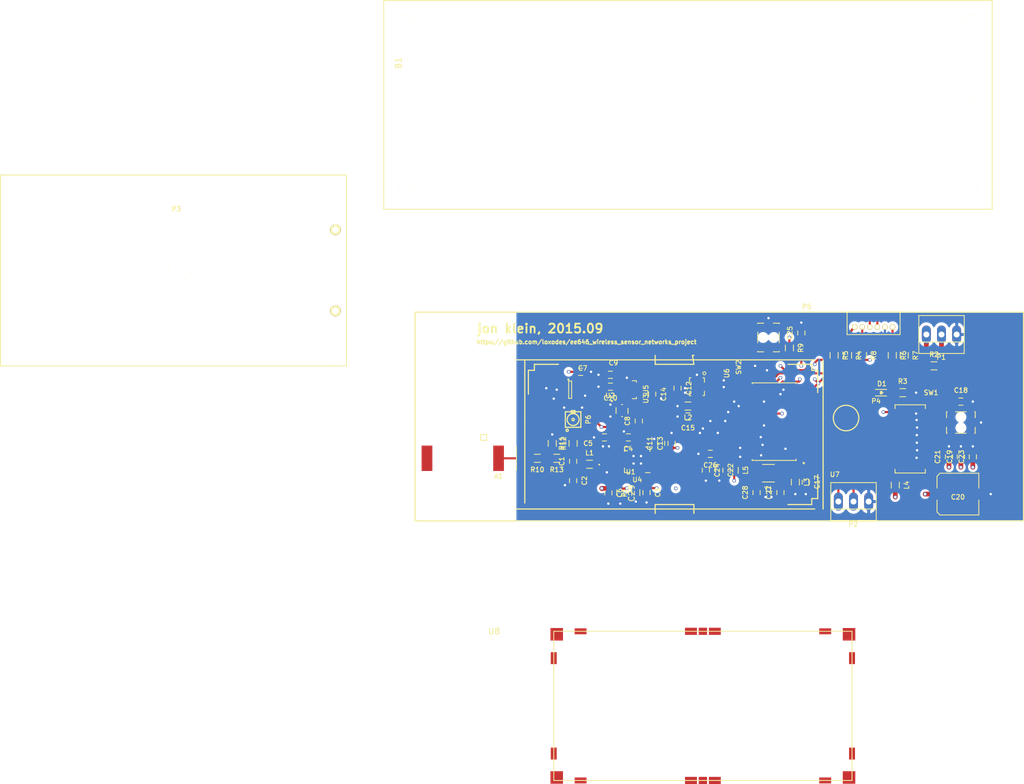
<source format=kicad_pcb>
(kicad_pcb (version 4) (host pcbnew "(2015-09-03 BZR 6154, Git 4636d8d)-product")

  (general
    (links 183)
    (no_connects 35)
    (area 20.764999 31.514999 192.840002 163.26)
    (thickness 1.6)
    (drawings 35)
    (tracks 626)
    (zones 0)
    (modules 66)
    (nets 65)
  )

  (page A4)
  (layers
    (0 F.Cu signal)
    (1 In1.Cu signal hide)
    (2 In2.Cu signal)
    (31 B.Cu signal hide)
    (32 B.Adhes user)
    (33 F.Adhes user)
    (34 B.Paste user)
    (35 F.Paste user)
    (36 B.SilkS user)
    (37 F.SilkS user)
    (38 B.Mask user)
    (39 F.Mask user)
    (40 Dwgs.User user)
    (41 Cmts.User user)
    (42 Eco1.User user)
    (43 Eco2.User user)
    (44 Edge.Cuts user)
    (45 Margin user)
    (46 B.CrtYd user)
    (47 F.CrtYd user)
    (48 B.Fab user)
    (49 F.Fab user)
  )

  (setup
    (last_trace_width 0.2)
    (user_trace_width 0.2)
    (user_trace_width 0.36)
    (user_trace_width 0.4)
    (user_trace_width 0.8)
    (user_trace_width 1.6)
    (trace_clearance 0.16)
    (zone_clearance 0.508)
    (zone_45_only no)
    (trace_min 0.16)
    (segment_width 0.2)
    (edge_width 0.15)
    (via_size 0.6)
    (via_drill 0.4)
    (via_min_size 0.5)
    (via_min_drill 0.33)
    (user_via 0.8 0.35)
    (uvia_size 0.3)
    (uvia_drill 0.1)
    (uvias_allowed no)
    (uvia_min_size 0.2)
    (uvia_min_drill 0.1)
    (pcb_text_width 0.3)
    (pcb_text_size 1.5 1.5)
    (mod_edge_width 0.15)
    (mod_text_size 0.8 0.8)
    (mod_text_width 0.15)
    (pad_size 1.524 1.524)
    (pad_drill 0.762)
    (pad_to_mask_clearance 0.2)
    (aux_axis_origin 0 0)
    (visible_elements FFFEFF7F)
    (pcbplotparams
      (layerselection 0x00030_80000001)
      (usegerberextensions false)
      (excludeedgelayer true)
      (linewidth 0.100000)
      (plotframeref false)
      (viasonmask false)
      (mode 1)
      (useauxorigin false)
      (hpglpennumber 1)
      (hpglpenspeed 20)
      (hpglpendiameter 15)
      (hpglpenoverlay 2)
      (psnegative false)
      (psa4output false)
      (plotreference true)
      (plotvalue true)
      (plotinvisibletext false)
      (padsonsilk false)
      (subtractmaskfromsilk false)
      (outputformat 1)
      (mirror false)
      (drillshape 1)
      (scaleselection 1)
      (outputdirectory ""))
  )

  (net 0 "")
  (net 1 "Net-(A1-Pad1)")
  (net 2 GND)
  (net 3 "Net-(C1-Pad1)")
  (net 4 "Net-(C1-Pad2)")
  (net 5 VCC)
  (net 6 "Net-(C8-Pad1)")
  (net 7 "Net-(C8-Pad2)")
  (net 8 "Net-(C10-Pad1)")
  (net 9 "Net-(C11-Pad1)")
  (net 10 /XTAL_EN)
  (net 11 "Net-(C15-Pad1)")
  (net 12 /AUXSW0)
  (net 13 "Net-(C22-Pad1)")
  (net 14 /RST)
  (net 15 /MSP_VCORE)
  (net 16 "Net-(C27-Pad2)")
  (net 17 "Net-(C28-Pad2)")
  (net 18 "Net-(D1-Pad2)")
  (net 19 /AUXLED0)
  (net 20 "Net-(L1-Pad2)")
  (net 21 "Net-(L4-Pad1)")
  (net 22 "Net-(P1-Pad2)")
  (net 23 "Net-(P1-Pad3)")
  (net 24 "Net-(P2-Pad2)")
  (net 25 "Net-(P2-Pad3)")
  (net 26 /SWADDR0)
  (net 27 /SWADDR1)
  (net 28 /SWADDR2)
  (net 29 /SWADDR3)
  (net 30 /SWADDR5)
  (net 31 /SWDEBUG)
  (net 32 /SWADDR4)
  (net 33 "Net-(P5-Pad1)")
  (net 34 "Net-(P5-Pad2)")
  (net 35 /TST)
  (net 36 "Net-(P5-Pad6)")
  (net 37 "Net-(P6-Pad1)")
  (net 38 "Net-(R1-Pad2)")
  (net 39 /MCU_RXD)
  (net 40 /MCU_TXD)
  (net 41 "Net-(R10-Pad1)")
  (net 42 "Net-(U1-Pad3)")
  (net 43 "Net-(U1-Pad4)")
  (net 44 /TC_CS)
  (net 45 /TC_SCK)
  (net 46 /TC_SIO)
  (net 47 /CC_SCLK)
  (net 48 /CC_SO)
  (net 49 "Net-(U4-Pad3)")
  (net 50 /CC_CSn)
  (net 51 "Net-(U4-Pad10)")
  (net 52 /CC_SI)
  (net 53 /LSM_MISO)
  (net 54 /LSM_INT1)
  (net 55 /LSM_MOSI)
  (net 56 /LSM_SCLK)
  (net 57 "Net-(U6-Pad10)")
  (net 58 "Net-(U6-Pad11)")
  (net 59 /LSM_CS)
  (net 60 /CC_GDO)
  (net 61 "Net-(A1-Pad2)")
  (net 62 "Net-(C17-Pad1)")
  (net 63 "Net-(U6-Pad9)")
  (net 64 "Net-(U7-Pad28)")

  (net_class Default "This is the default net class."
    (clearance 0.16)
    (trace_width 0.16)
    (via_dia 0.6)
    (via_drill 0.4)
    (uvia_dia 0.3)
    (uvia_drill 0.1)
    (add_net /AUXLED0)
    (add_net /AUXSW0)
    (add_net /CC_CSn)
    (add_net /CC_GDO)
    (add_net /CC_SCLK)
    (add_net /CC_SI)
    (add_net /CC_SO)
    (add_net /LSM_CS)
    (add_net /LSM_INT1)
    (add_net /LSM_MISO)
    (add_net /LSM_MOSI)
    (add_net /LSM_SCLK)
    (add_net /MCU_RXD)
    (add_net /MCU_TXD)
    (add_net /MSP_VCORE)
    (add_net /RST)
    (add_net /SWADDR0)
    (add_net /SWADDR1)
    (add_net /SWADDR2)
    (add_net /SWADDR3)
    (add_net /SWADDR4)
    (add_net /SWADDR5)
    (add_net /SWDEBUG)
    (add_net /TC_CS)
    (add_net /TC_SCK)
    (add_net /TC_SIO)
    (add_net /TST)
    (add_net /XTAL_EN)
    (add_net GND)
    (add_net "Net-(A1-Pad1)")
    (add_net "Net-(A1-Pad2)")
    (add_net "Net-(C1-Pad1)")
    (add_net "Net-(C1-Pad2)")
    (add_net "Net-(C10-Pad1)")
    (add_net "Net-(C11-Pad1)")
    (add_net "Net-(C15-Pad1)")
    (add_net "Net-(C17-Pad1)")
    (add_net "Net-(C22-Pad1)")
    (add_net "Net-(C27-Pad2)")
    (add_net "Net-(C28-Pad2)")
    (add_net "Net-(C8-Pad1)")
    (add_net "Net-(C8-Pad2)")
    (add_net "Net-(D1-Pad2)")
    (add_net "Net-(L1-Pad2)")
    (add_net "Net-(L4-Pad1)")
    (add_net "Net-(P1-Pad2)")
    (add_net "Net-(P1-Pad3)")
    (add_net "Net-(P2-Pad2)")
    (add_net "Net-(P2-Pad3)")
    (add_net "Net-(P5-Pad1)")
    (add_net "Net-(P5-Pad2)")
    (add_net "Net-(P5-Pad6)")
    (add_net "Net-(P6-Pad1)")
    (add_net "Net-(R1-Pad2)")
    (add_net "Net-(R10-Pad1)")
    (add_net "Net-(U1-Pad3)")
    (add_net "Net-(U1-Pad4)")
    (add_net "Net-(U4-Pad10)")
    (add_net "Net-(U4-Pad3)")
    (add_net "Net-(U6-Pad10)")
    (add_net "Net-(U6-Pad11)")
    (add_net "Net-(U6-Pad9)")
    (add_net "Net-(U7-Pad28)")
    (add_net VCC)
  )

  (module sensornode:TSSOP_38_Pitch0.65mm (layer F.Cu) (tedit 55ED35BC) (tstamp 55ED3952)
    (at 150.7 101.05 180)
    (descr 38)
    (path /55EB8BEE)
    (fp_text reference U7 (at -10.16 -10.16 180) (layer F.SilkS)
      (effects (font (size 0.8 0.8) (thickness 0.15)))
    )
    (fp_text value MSP430FR5739 (at -3.81 -12.7 180) (layer F.Fab)
      (effects (font (size 0.8 0.8) (thickness 0.15)))
    )
    (fp_line (start 3.683 5.207) (end 3.683 5.0165) (layer F.SilkS) (width 0.15))
    (fp_line (start -3.683 5.207) (end -3.683 5.0165) (layer F.SilkS) (width 0.15))
    (fp_line (start 3.683 -7.8105) (end 3.683 -7.62) (layer F.SilkS) (width 0.15))
    (fp_line (start -3.683 -7.8105) (end -3.683 -7.5565) (layer F.SilkS) (width 0.15))
    (fp_circle (center -4.953 -8.255) (end -5.08 -8.255) (layer F.SilkS) (width 0.15))
    (fp_line (start -3.7 5.2) (end 3.7 5.2) (layer F.SilkS) (width 0.15))
    (fp_line (start -3.7 -7.8) (end 3.7 -7.8) (layer F.SilkS) (width 0.15))
    (pad 1 smd rect (at -3.7 -7.15 180) (size 1.8 0.3) (layers F.Cu F.Paste F.Mask)
      (net 17 "Net-(C28-Pad2)"))
    (pad 2 smd rect (at -3.7 -6.5 180) (size 1.8 0.3) (layers F.Cu F.Paste F.Mask)
      (net 16 "Net-(C27-Pad2)"))
    (pad 3 smd rect (at -3.7 -5.85 180) (size 1.8 0.3) (layers F.Cu F.Paste F.Mask)
      (net 2 GND))
    (pad 4 smd rect (at -3.7 -5.2 180) (size 1.8 0.3) (layers F.Cu F.Paste F.Mask)
      (net 62 "Net-(C17-Pad1)"))
    (pad 5 smd rect (at -3.7 -4.55 180) (size 1.8 0.3) (layers F.Cu F.Paste F.Mask)
      (net 25 "Net-(P2-Pad3)"))
    (pad 6 smd rect (at -3.7 -3.9 180) (size 1.8 0.3) (layers F.Cu F.Paste F.Mask)
      (net 24 "Net-(P2-Pad2)"))
    (pad 7 smd rect (at -3.7 -3.25 180) (size 1.8 0.3) (layers F.Cu F.Paste F.Mask)
      (net 60 /CC_GDO))
    (pad 8 smd rect (at -3.7 -2.6 180) (size 1.8 0.3) (layers F.Cu F.Paste F.Mask)
      (net 26 /SWADDR0))
    (pad 9 smd rect (at -3.7 -1.95 180) (size 1.8 0.3) (layers F.Cu F.Paste F.Mask)
      (net 27 /SWADDR1))
    (pad 10 smd rect (at -3.7 -1.3 180) (size 1.8 0.3) (layers F.Cu F.Paste F.Mask)
      (net 28 /SWADDR2))
    (pad 11 smd rect (at -3.7 -0.65 180) (size 1.8 0.3) (layers F.Cu F.Paste F.Mask)
      (net 29 /SWADDR3))
    (pad 12 smd rect (at -3.7 0 180) (size 1.8 0.3) (layers F.Cu F.Paste F.Mask)
      (net 32 /SWADDR4))
    (pad 13 smd rect (at -3.7 0.65 180) (size 1.8 0.3) (layers F.Cu F.Paste F.Mask)
      (net 30 /SWADDR5))
    (pad 14 smd rect (at -3.7 1.3 180) (size 1.8 0.3) (layers F.Cu F.Paste F.Mask)
      (net 56 /LSM_SCLK))
    (pad 15 smd rect (at -3.7 1.95 180) (size 1.8 0.3) (layers F.Cu F.Paste F.Mask)
      (net 10 /XTAL_EN))
    (pad 16 smd rect (at -3.7 2.6 180) (size 1.8 0.3) (layers F.Cu F.Paste F.Mask)
      (net 19 /AUXLED0))
    (pad 17 smd rect (at -3.7 3.25 180) (size 1.8 0.3) (layers F.Cu F.Paste F.Mask)
      (net 12 /AUXSW0))
    (pad 18 smd rect (at -3.7 3.9 180) (size 1.8 0.3) (layers F.Cu F.Paste F.Mask)
      (net 54 /LSM_INT1))
    (pad 19 smd rect (at -3.7 4.55 180) (size 1.8 0.3) (layers F.Cu F.Paste F.Mask)
      (net 40 /MCU_TXD))
    (pad 20 smd rect (at 3.7 4.55 180) (size 1.8 0.3) (layers F.Cu F.Paste F.Mask)
      (net 39 /MCU_RXD))
    (pad 21 smd rect (at 3.7 3.9 180) (size 1.8 0.3) (layers F.Cu F.Paste F.Mask)
      (net 35 /TST))
    (pad 22 smd rect (at 3.7 3.25 180) (size 1.8 0.3) (layers F.Cu F.Paste F.Mask)
      (net 14 /RST))
    (pad 23 smd rect (at 3.7 2.6 180) (size 1.8 0.3) (layers F.Cu F.Paste F.Mask)
      (net 55 /LSM_MOSI))
    (pad 24 smd rect (at 3.7 1.95 180) (size 1.8 0.3) (layers F.Cu F.Paste F.Mask)
      (net 53 /LSM_MISO))
    (pad 25 smd rect (at 3.7 1.3 180) (size 1.8 0.3) (layers F.Cu F.Paste F.Mask)
      (net 47 /CC_SCLK))
    (pad 26 smd rect (at 3.7 0.65 180) (size 1.8 0.3) (layers F.Cu F.Paste F.Mask)
      (net 59 /LSM_CS))
    (pad 29 smd rect (at 3.7 -1.3 180) (size 1.8 0.3) (layers F.Cu F.Paste F.Mask)
      (net 50 /CC_CSn))
    (pad 30 smd rect (at 3.7 -1.95 180) (size 1.8 0.3) (layers F.Cu F.Paste F.Mask)
      (net 52 /CC_SI))
    (pad 31 smd rect (at 3.7 -2.6 180) (size 1.8 0.3) (layers F.Cu F.Paste F.Mask)
      (net 48 /CC_SO))
    (pad 32 smd rect (at 3.7 -3.25 180) (size 1.8 0.3) (layers F.Cu F.Paste F.Mask)
      (net 15 /MSP_VCORE))
    (pad 33 smd rect (at 3.7 -3.9 180) (size 1.8 0.3) (layers F.Cu F.Paste F.Mask)
      (net 2 GND))
    (pad 34 smd rect (at 3.7 -4.55 180) (size 1.8 0.3) (layers F.Cu F.Paste F.Mask)
      (net 13 "Net-(C22-Pad1)"))
    (pad 35 smd rect (at 3.7 -5.2 180) (size 1.8 0.3) (layers F.Cu F.Paste F.Mask)
      (net 45 /TC_SCK))
    (pad 37 smd rect (at 3.7 -6.5 180) (size 1.8 0.3) (layers F.Cu F.Paste F.Mask)
      (net 46 /TC_SIO))
    (pad 36 smd rect (at 3.7 -5.85 180) (size 1.8 0.3) (layers F.Cu F.Paste F.Mask)
      (net 44 /TC_CS))
    (pad 38 smd rect (at 3.7 -7.15 180) (size 1.8 0.3) (layers F.Cu F.Paste F.Mask)
      (net 2 GND))
    (pad 28 smd rect (at 3.7 -0.65 180) (size 1.8 0.3) (layers F.Cu F.Paste F.Mask)
      (net 64 "Net-(U7-Pad28)"))
    (pad 27 smd rect (at 3.7 0 180) (size 1.8 0.3) (layers F.Cu F.Paste F.Mask)
      (net 31 /SWDEBUG))
  )

  (module sensornode:ANT1204LL05R0915A (layer F.Cu) (tedit 55ECD3EB) (tstamp 55ED3758)
    (at 98.5 108.5 180)
    (path /55EB4AC5)
    (fp_text reference A1 (at -6 -3 180) (layer F.SilkS)
      (effects (font (size 0.8 0.8) (thickness 0.15)))
    )
    (fp_text value Antenna_2port (at 0 -5 180) (layer F.Fab)
      (effects (font (size 0.8 0.8) (thickness 0.15)))
    )
    (fp_line (start -4 3) (end -4 4) (layer F.SilkS) (width 0.15))
    (fp_line (start -4 4) (end -3 4) (layer F.SilkS) (width 0.15))
    (fp_line (start -3 4) (end -3 3) (layer F.SilkS) (width 0.15))
    (fp_line (start -3 3) (end -4 3) (layer F.SilkS) (width 0.15))
    (fp_line (start -9 2) (end -9 -2) (layer F.SilkS) (width 0.15))
    (pad 1 smd rect (at -6 0 180) (size 1.8 4.25) (layers F.Cu F.Paste F.Mask)
      (net 1 "Net-(A1-Pad1)"))
    (pad 2 smd rect (at 6 0 180) (size 1.8 4.25) (layers F.Cu F.Paste F.Mask)
      (net 61 "Net-(A1-Pad2)"))
  )

  (module Capacitors_SMD:C_0603 (layer F.Cu) (tedit 5415D631) (tstamp 55ED375E)
    (at 117 109 90)
    (descr "Capacitor SMD 0603, reflow soldering, AVX (see smccp.pdf)")
    (tags "capacitor 0603")
    (path /55EB4E9B)
    (attr smd)
    (fp_text reference C1 (at 0 -1.9 90) (layer F.SilkS)
      (effects (font (size 0.8 0.8) (thickness 0.15)))
    )
    (fp_text value "100 pF NPO" (at 0 1.9 90) (layer F.Fab)
      (effects (font (size 0.8 0.8) (thickness 0.15)))
    )
    (fp_line (start -1.45 -0.75) (end 1.45 -0.75) (layer F.CrtYd) (width 0.05))
    (fp_line (start -1.45 0.75) (end 1.45 0.75) (layer F.CrtYd) (width 0.05))
    (fp_line (start -1.45 -0.75) (end -1.45 0.75) (layer F.CrtYd) (width 0.05))
    (fp_line (start 1.45 -0.75) (end 1.45 0.75) (layer F.CrtYd) (width 0.05))
    (fp_line (start -0.35 -0.6) (end 0.35 -0.6) (layer F.SilkS) (width 0.15))
    (fp_line (start 0.35 0.6) (end -0.35 0.6) (layer F.SilkS) (width 0.15))
    (pad 1 smd rect (at -0.75 0 90) (size 0.8 0.75) (layers F.Cu F.Paste F.Mask)
      (net 3 "Net-(C1-Pad1)"))
    (pad 2 smd rect (at 0.75 0 90) (size 0.8 0.75) (layers F.Cu F.Paste F.Mask)
      (net 4 "Net-(C1-Pad2)"))
    (model Capacitors_SMD.3dshapes/C_0603.wrl
      (at (xyz 0 0 0))
      (scale (xyz 1 1 1))
      (rotate (xyz 0 0 0))
    )
  )

  (module Capacitors_SMD:C_0603 (layer F.Cu) (tedit 5415D631) (tstamp 55ED3764)
    (at 117 112.25 270)
    (descr "Capacitor SMD 0603, reflow soldering, AVX (see smccp.pdf)")
    (tags "capacitor 0603")
    (path /55EB50D7)
    (attr smd)
    (fp_text reference C2 (at 0 -1.9 270) (layer F.SilkS)
      (effects (font (size 0.8 0.8) (thickness 0.15)))
    )
    (fp_text value "1.8 pF" (at 0 1.9 270) (layer F.Fab)
      (effects (font (size 0.8 0.8) (thickness 0.15)))
    )
    (fp_line (start -1.45 -0.75) (end 1.45 -0.75) (layer F.CrtYd) (width 0.05))
    (fp_line (start -1.45 0.75) (end 1.45 0.75) (layer F.CrtYd) (width 0.05))
    (fp_line (start -1.45 -0.75) (end -1.45 0.75) (layer F.CrtYd) (width 0.05))
    (fp_line (start 1.45 -0.75) (end 1.45 0.75) (layer F.CrtYd) (width 0.05))
    (fp_line (start -0.35 -0.6) (end 0.35 -0.6) (layer F.SilkS) (width 0.15))
    (fp_line (start 0.35 0.6) (end -0.35 0.6) (layer F.SilkS) (width 0.15))
    (pad 1 smd rect (at -0.75 0 270) (size 0.8 0.75) (layers F.Cu F.Paste F.Mask)
      (net 3 "Net-(C1-Pad1)"))
    (pad 2 smd rect (at 0.75 0 270) (size 0.8 0.75) (layers F.Cu F.Paste F.Mask)
      (net 2 GND))
    (model Capacitors_SMD.3dshapes/C_0603.wrl
      (at (xyz 0 0 0))
      (scale (xyz 1 1 1))
      (rotate (xyz 0 0 0))
    )
  )

  (module Capacitors_SMD:C_0603 (layer F.Cu) (tedit 5415D631) (tstamp 55ED376A)
    (at 129.3 114.25 270)
    (descr "Capacitor SMD 0603, reflow soldering, AVX (see smccp.pdf)")
    (tags "capacitor 0603")
    (path /55EBCA5A)
    (attr smd)
    (fp_text reference C3 (at 0 -1.9 270) (layer F.SilkS)
      (effects (font (size 0.8 0.8) (thickness 0.15)))
    )
    (fp_text value "100 nF" (at 0 1.9 270) (layer F.Fab)
      (effects (font (size 0.8 0.8) (thickness 0.15)))
    )
    (fp_line (start -1.45 -0.75) (end 1.45 -0.75) (layer F.CrtYd) (width 0.05))
    (fp_line (start -1.45 0.75) (end 1.45 0.75) (layer F.CrtYd) (width 0.05))
    (fp_line (start -1.45 -0.75) (end -1.45 0.75) (layer F.CrtYd) (width 0.05))
    (fp_line (start 1.45 -0.75) (end 1.45 0.75) (layer F.CrtYd) (width 0.05))
    (fp_line (start -0.35 -0.6) (end 0.35 -0.6) (layer F.SilkS) (width 0.15))
    (fp_line (start 0.35 0.6) (end -0.35 0.6) (layer F.SilkS) (width 0.15))
    (pad 1 smd rect (at -0.75 0 270) (size 0.8 0.75) (layers F.Cu F.Paste F.Mask)
      (net 5 VCC))
    (pad 2 smd rect (at 0.75 0 270) (size 0.8 0.75) (layers F.Cu F.Paste F.Mask)
      (net 2 GND))
    (model Capacitors_SMD.3dshapes/C_0603.wrl
      (at (xyz 0 0 0))
      (scale (xyz 1 1 1))
      (rotate (xyz 0 0 0))
    )
  )

  (module Capacitors_SMD:C_0603 (layer F.Cu) (tedit 5415D631) (tstamp 55ED3770)
    (at 126.25 105 180)
    (descr "Capacitor SMD 0603, reflow soldering, AVX (see smccp.pdf)")
    (tags "capacitor 0603")
    (path /55EBC2AE)
    (attr smd)
    (fp_text reference C4 (at 0 -1.9 180) (layer F.SilkS)
      (effects (font (size 0.8 0.8) (thickness 0.15)))
    )
    (fp_text value "100 nF" (at 0 1.9 180) (layer F.Fab)
      (effects (font (size 0.8 0.8) (thickness 0.15)))
    )
    (fp_line (start -1.45 -0.75) (end 1.45 -0.75) (layer F.CrtYd) (width 0.05))
    (fp_line (start -1.45 0.75) (end 1.45 0.75) (layer F.CrtYd) (width 0.05))
    (fp_line (start -1.45 -0.75) (end -1.45 0.75) (layer F.CrtYd) (width 0.05))
    (fp_line (start 1.45 -0.75) (end 1.45 0.75) (layer F.CrtYd) (width 0.05))
    (fp_line (start -0.35 -0.6) (end 0.35 -0.6) (layer F.SilkS) (width 0.15))
    (fp_line (start 0.35 0.6) (end -0.35 0.6) (layer F.SilkS) (width 0.15))
    (pad 1 smd rect (at -0.75 0 180) (size 0.8 0.75) (layers F.Cu F.Paste F.Mask)
      (net 5 VCC))
    (pad 2 smd rect (at 0.75 0 180) (size 0.8 0.75) (layers F.Cu F.Paste F.Mask)
      (net 2 GND))
    (model Capacitors_SMD.3dshapes/C_0603.wrl
      (at (xyz 0 0 0))
      (scale (xyz 1 1 1))
      (rotate (xyz 0 0 0))
    )
  )

  (module Capacitors_SMD:C_0603 (layer F.Cu) (tedit 5415D631) (tstamp 55ED3776)
    (at 122.25 105 180)
    (descr "Capacitor SMD 0603, reflow soldering, AVX (see smccp.pdf)")
    (tags "capacitor 0603")
    (path /55EBC895)
    (attr smd)
    (fp_text reference C5 (at 2.75 -1 180) (layer F.SilkS)
      (effects (font (size 0.8 0.8) (thickness 0.15)))
    )
    (fp_text value "100 nF" (at 0 1.9 180) (layer F.Fab)
      (effects (font (size 0.8 0.8) (thickness 0.15)))
    )
    (fp_line (start -1.45 -0.75) (end 1.45 -0.75) (layer F.CrtYd) (width 0.05))
    (fp_line (start -1.45 0.75) (end 1.45 0.75) (layer F.CrtYd) (width 0.05))
    (fp_line (start -1.45 -0.75) (end -1.45 0.75) (layer F.CrtYd) (width 0.05))
    (fp_line (start 1.45 -0.75) (end 1.45 0.75) (layer F.CrtYd) (width 0.05))
    (fp_line (start -0.35 -0.6) (end 0.35 -0.6) (layer F.SilkS) (width 0.15))
    (fp_line (start 0.35 0.6) (end -0.35 0.6) (layer F.SilkS) (width 0.15))
    (pad 1 smd rect (at -0.75 0 180) (size 0.8 0.75) (layers F.Cu F.Paste F.Mask)
      (net 5 VCC))
    (pad 2 smd rect (at 0.75 0 180) (size 0.8 0.75) (layers F.Cu F.Paste F.Mask)
      (net 2 GND))
    (model Capacitors_SMD.3dshapes/C_0603.wrl
      (at (xyz 0 0 0))
      (scale (xyz 1 1 1))
      (rotate (xyz 0 0 0))
    )
  )

  (module Capacitors_SMD:C_0603 (layer F.Cu) (tedit 5415D631) (tstamp 55ED377C)
    (at 122.9 114.3 270)
    (descr "Capacitor SMD 0603, reflow soldering, AVX (see smccp.pdf)")
    (tags "capacitor 0603")
    (path /55EBD6D4)
    (attr smd)
    (fp_text reference C6 (at 0 -1.9 270) (layer F.SilkS)
      (effects (font (size 0.8 0.8) (thickness 0.15)))
    )
    (fp_text value "100 nF" (at 0 1.9 270) (layer F.Fab)
      (effects (font (size 0.8 0.8) (thickness 0.15)))
    )
    (fp_line (start -1.45 -0.75) (end 1.45 -0.75) (layer F.CrtYd) (width 0.05))
    (fp_line (start -1.45 0.75) (end 1.45 0.75) (layer F.CrtYd) (width 0.05))
    (fp_line (start -1.45 -0.75) (end -1.45 0.75) (layer F.CrtYd) (width 0.05))
    (fp_line (start 1.45 -0.75) (end 1.45 0.75) (layer F.CrtYd) (width 0.05))
    (fp_line (start -0.35 -0.6) (end 0.35 -0.6) (layer F.SilkS) (width 0.15))
    (fp_line (start 0.35 0.6) (end -0.35 0.6) (layer F.SilkS) (width 0.15))
    (pad 1 smd rect (at -0.75 0 270) (size 0.8 0.75) (layers F.Cu F.Paste F.Mask)
      (net 5 VCC))
    (pad 2 smd rect (at 0.75 0 270) (size 0.8 0.75) (layers F.Cu F.Paste F.Mask)
      (net 2 GND))
    (model Capacitors_SMD.3dshapes/C_0603.wrl
      (at (xyz 0 0 0))
      (scale (xyz 1 1 1))
      (rotate (xyz 0 0 0))
    )
  )

  (module Capacitors_SMD:C_0603 (layer F.Cu) (tedit 5415D631) (tstamp 55ED3782)
    (at 118.25 94)
    (descr "Capacitor SMD 0603, reflow soldering, AVX (see smccp.pdf)")
    (tags "capacitor 0603")
    (path /55EC1633)
    (attr smd)
    (fp_text reference C7 (at 0.35 -0.6) (layer F.SilkS)
      (effects (font (size 0.8 0.8) (thickness 0.15)))
    )
    (fp_text value "100 nF" (at 0 1.9) (layer F.Fab)
      (effects (font (size 0.8 0.8) (thickness 0.15)))
    )
    (fp_line (start -1.45 -0.75) (end 1.45 -0.75) (layer F.CrtYd) (width 0.05))
    (fp_line (start -1.45 0.75) (end 1.45 0.75) (layer F.CrtYd) (width 0.05))
    (fp_line (start -1.45 -0.75) (end -1.45 0.75) (layer F.CrtYd) (width 0.05))
    (fp_line (start 1.45 -0.75) (end 1.45 0.75) (layer F.CrtYd) (width 0.05))
    (fp_line (start -0.35 -0.6) (end 0.35 -0.6) (layer F.SilkS) (width 0.15))
    (fp_line (start 0.35 0.6) (end -0.35 0.6) (layer F.SilkS) (width 0.15))
    (pad 1 smd rect (at -0.75 0) (size 0.8 0.75) (layers F.Cu F.Paste F.Mask)
      (net 5 VCC))
    (pad 2 smd rect (at 0.75 0) (size 0.8 0.75) (layers F.Cu F.Paste F.Mask)
      (net 2 GND))
    (model Capacitors_SMD.3dshapes/C_0603.wrl
      (at (xyz 0 0 0))
      (scale (xyz 1 1 1))
      (rotate (xyz 0 0 0))
    )
  )

  (module Capacitors_SMD:C_0603 (layer F.Cu) (tedit 5415D631) (tstamp 55ED3788)
    (at 128 102.25 90)
    (descr "Capacitor SMD 0603, reflow soldering, AVX (see smccp.pdf)")
    (tags "capacitor 0603")
    (path /55EBE0C9)
    (attr smd)
    (fp_text reference C8 (at 0 -1.9 90) (layer F.SilkS)
      (effects (font (size 0.8 0.8) (thickness 0.15)))
    )
    (fp_text value "100 nF" (at 0 1.9 90) (layer F.Fab)
      (effects (font (size 0.8 0.8) (thickness 0.15)))
    )
    (fp_line (start -1.45 -0.75) (end 1.45 -0.75) (layer F.CrtYd) (width 0.05))
    (fp_line (start -1.45 0.75) (end 1.45 0.75) (layer F.CrtYd) (width 0.05))
    (fp_line (start -1.45 -0.75) (end -1.45 0.75) (layer F.CrtYd) (width 0.05))
    (fp_line (start 1.45 -0.75) (end 1.45 0.75) (layer F.CrtYd) (width 0.05))
    (fp_line (start -0.35 -0.6) (end 0.35 -0.6) (layer F.SilkS) (width 0.15))
    (fp_line (start 0.35 0.6) (end -0.35 0.6) (layer F.SilkS) (width 0.15))
    (pad 1 smd rect (at -0.75 0 90) (size 0.8 0.75) (layers F.Cu F.Paste F.Mask)
      (net 6 "Net-(C8-Pad1)"))
    (pad 2 smd rect (at 0.75 0 90) (size 0.8 0.75) (layers F.Cu F.Paste F.Mask)
      (net 7 "Net-(C8-Pad2)"))
    (model Capacitors_SMD.3dshapes/C_0603.wrl
      (at (xyz 0 0 0))
      (scale (xyz 1 1 1))
      (rotate (xyz 0 0 0))
    )
  )

  (module Capacitors_SMD:C_0603 (layer F.Cu) (tedit 5415D631) (tstamp 55ED378E)
    (at 123.25 94.5 180)
    (descr "Capacitor SMD 0603, reflow soldering, AVX (see smccp.pdf)")
    (tags "capacitor 0603")
    (path /55EBE651)
    (attr smd)
    (fp_text reference C9 (at -0.5 2 180) (layer F.SilkS)
      (effects (font (size 0.8 0.8) (thickness 0.15)))
    )
    (fp_text value "100 nF" (at 0 1.9 180) (layer F.Fab)
      (effects (font (size 0.8 0.8) (thickness 0.15)))
    )
    (fp_line (start -1.45 -0.75) (end 1.45 -0.75) (layer F.CrtYd) (width 0.05))
    (fp_line (start -1.45 0.75) (end 1.45 0.75) (layer F.CrtYd) (width 0.05))
    (fp_line (start -1.45 -0.75) (end -1.45 0.75) (layer F.CrtYd) (width 0.05))
    (fp_line (start 1.45 -0.75) (end 1.45 0.75) (layer F.CrtYd) (width 0.05))
    (fp_line (start -0.35 -0.6) (end 0.35 -0.6) (layer F.SilkS) (width 0.15))
    (fp_line (start 0.35 0.6) (end -0.35 0.6) (layer F.SilkS) (width 0.15))
    (pad 1 smd rect (at -0.75 0 180) (size 0.8 0.75) (layers F.Cu F.Paste F.Mask)
      (net 8 "Net-(C10-Pad1)"))
    (pad 2 smd rect (at 0.75 0 180) (size 0.8 0.75) (layers F.Cu F.Paste F.Mask)
      (net 2 GND))
    (model Capacitors_SMD.3dshapes/C_0603.wrl
      (at (xyz 0 0 0))
      (scale (xyz 1 1 1))
      (rotate (xyz 0 0 0))
    )
  )

  (module Capacitors_SMD:C_0603 (layer F.Cu) (tedit 5415D631) (tstamp 55ED3794)
    (at 123.25 96.5 180)
    (descr "Capacitor SMD 0603, reflow soldering, AVX (see smccp.pdf)")
    (tags "capacitor 0603")
    (path /55EDC9B6)
    (attr smd)
    (fp_text reference C10 (at 0 -1.9 180) (layer F.SilkS)
      (effects (font (size 0.8 0.8) (thickness 0.15)))
    )
    (fp_text value "1000 nF" (at 0 1.9 180) (layer F.Fab)
      (effects (font (size 0.8 0.8) (thickness 0.15)))
    )
    (fp_line (start -1.45 -0.75) (end 1.45 -0.75) (layer F.CrtYd) (width 0.05))
    (fp_line (start -1.45 0.75) (end 1.45 0.75) (layer F.CrtYd) (width 0.05))
    (fp_line (start -1.45 -0.75) (end -1.45 0.75) (layer F.CrtYd) (width 0.05))
    (fp_line (start 1.45 -0.75) (end 1.45 0.75) (layer F.CrtYd) (width 0.05))
    (fp_line (start -0.35 -0.6) (end 0.35 -0.6) (layer F.SilkS) (width 0.15))
    (fp_line (start 0.35 0.6) (end -0.35 0.6) (layer F.SilkS) (width 0.15))
    (pad 1 smd rect (at -0.75 0 180) (size 0.8 0.75) (layers F.Cu F.Paste F.Mask)
      (net 8 "Net-(C10-Pad1)"))
    (pad 2 smd rect (at 0.75 0 180) (size 0.8 0.75) (layers F.Cu F.Paste F.Mask)
      (net 2 GND))
    (model Capacitors_SMD.3dshapes/C_0603.wrl
      (at (xyz 0 0 0))
      (scale (xyz 1 1 1))
      (rotate (xyz 0 0 0))
    )
  )

  (module Capacitors_SMD:C_0603 (layer F.Cu) (tedit 5415D631) (tstamp 55ED379A)
    (at 131.75 106 90)
    (descr "Capacitor SMD 0603, reflow soldering, AVX (see smccp.pdf)")
    (tags "capacitor 0603")
    (path /55EBBD45)
    (attr smd)
    (fp_text reference C11 (at 0 -1.9 90) (layer F.SilkS)
      (effects (font (size 0.8 0.8) (thickness 0.15)))
    )
    (fp_text value "100 nF" (at 0 1.9 90) (layer F.Fab)
      (effects (font (size 0.8 0.8) (thickness 0.15)))
    )
    (fp_line (start -1.45 -0.75) (end 1.45 -0.75) (layer F.CrtYd) (width 0.05))
    (fp_line (start -1.45 0.75) (end 1.45 0.75) (layer F.CrtYd) (width 0.05))
    (fp_line (start -1.45 -0.75) (end -1.45 0.75) (layer F.CrtYd) (width 0.05))
    (fp_line (start 1.45 -0.75) (end 1.45 0.75) (layer F.CrtYd) (width 0.05))
    (fp_line (start -0.35 -0.6) (end 0.35 -0.6) (layer F.SilkS) (width 0.15))
    (fp_line (start 0.35 0.6) (end -0.35 0.6) (layer F.SilkS) (width 0.15))
    (pad 1 smd rect (at -0.75 0 90) (size 0.8 0.75) (layers F.Cu F.Paste F.Mask)
      (net 9 "Net-(C11-Pad1)"))
    (pad 2 smd rect (at 0.75 0 90) (size 0.8 0.75) (layers F.Cu F.Paste F.Mask)
      (net 2 GND))
    (model Capacitors_SMD.3dshapes/C_0603.wrl
      (at (xyz 0 0 0))
      (scale (xyz 1 1 1))
      (rotate (xyz 0 0 0))
    )
  )

  (module Capacitors_SMD:C_0603 (layer F.Cu) (tedit 5415D631) (tstamp 55ED37A0)
    (at 134.5 96.75 270)
    (descr "Capacitor SMD 0603, reflow soldering, AVX (see smccp.pdf)")
    (tags "capacitor 0603")
    (path /55EC3D23)
    (attr smd)
    (fp_text reference C12 (at 0 -1.9 270) (layer F.SilkS)
      (effects (font (size 0.8 0.8) (thickness 0.15)))
    )
    (fp_text value "100 nF" (at 0 1.9 270) (layer F.Fab)
      (effects (font (size 0.8 0.8) (thickness 0.15)))
    )
    (fp_line (start -1.45 -0.75) (end 1.45 -0.75) (layer F.CrtYd) (width 0.05))
    (fp_line (start -1.45 0.75) (end 1.45 0.75) (layer F.CrtYd) (width 0.05))
    (fp_line (start -1.45 -0.75) (end -1.45 0.75) (layer F.CrtYd) (width 0.05))
    (fp_line (start 1.45 -0.75) (end 1.45 0.75) (layer F.CrtYd) (width 0.05))
    (fp_line (start -0.35 -0.6) (end 0.35 -0.6) (layer F.SilkS) (width 0.15))
    (fp_line (start 0.35 0.6) (end -0.35 0.6) (layer F.SilkS) (width 0.15))
    (pad 1 smd rect (at -0.75 0 270) (size 0.8 0.75) (layers F.Cu F.Paste F.Mask)
      (net 5 VCC))
    (pad 2 smd rect (at 0.75 0 270) (size 0.8 0.75) (layers F.Cu F.Paste F.Mask)
      (net 2 GND))
    (model Capacitors_SMD.3dshapes/C_0603.wrl
      (at (xyz 0 0 0))
      (scale (xyz 1 1 1))
      (rotate (xyz 0 0 0))
    )
  )

  (module Capacitors_SMD:C_0603 (layer F.Cu) (tedit 5415D631) (tstamp 55ED37A6)
    (at 133.5 106 90)
    (descr "Capacitor SMD 0603, reflow soldering, AVX (see smccp.pdf)")
    (tags "capacitor 0603")
    (path /55EBDAA3)
    (attr smd)
    (fp_text reference C13 (at 0 -1.9 90) (layer F.SilkS)
      (effects (font (size 0.8 0.8) (thickness 0.15)))
    )
    (fp_text value "100 nF" (at 0 1.9 90) (layer F.Fab)
      (effects (font (size 0.8 0.8) (thickness 0.15)))
    )
    (fp_line (start -1.45 -0.75) (end 1.45 -0.75) (layer F.CrtYd) (width 0.05))
    (fp_line (start -1.45 0.75) (end 1.45 0.75) (layer F.CrtYd) (width 0.05))
    (fp_line (start -1.45 -0.75) (end -1.45 0.75) (layer F.CrtYd) (width 0.05))
    (fp_line (start 1.45 -0.75) (end 1.45 0.75) (layer F.CrtYd) (width 0.05))
    (fp_line (start -0.35 -0.6) (end 0.35 -0.6) (layer F.SilkS) (width 0.15))
    (fp_line (start 0.35 0.6) (end -0.35 0.6) (layer F.SilkS) (width 0.15))
    (pad 1 smd rect (at -0.75 0 90) (size 0.8 0.75) (layers F.Cu F.Paste F.Mask)
      (net 5 VCC))
    (pad 2 smd rect (at 0.75 0 90) (size 0.8 0.75) (layers F.Cu F.Paste F.Mask)
      (net 2 GND))
    (model Capacitors_SMD.3dshapes/C_0603.wrl
      (at (xyz 0 0 0))
      (scale (xyz 1 1 1))
      (rotate (xyz 0 0 0))
    )
  )

  (module Capacitors_SMD:C_0603 (layer F.Cu) (tedit 5415D631) (tstamp 55ED37AC)
    (at 130.25 97.75 270)
    (descr "Capacitor SMD 0603, reflow soldering, AVX (see smccp.pdf)")
    (tags "capacitor 0603")
    (path /55EDE38C)
    (attr smd)
    (fp_text reference C14 (at 0 -1.9 270) (layer F.SilkS)
      (effects (font (size 0.8 0.8) (thickness 0.15)))
    )
    (fp_text value "100 nF" (at 0 1.9 270) (layer F.Fab)
      (effects (font (size 0.8 0.8) (thickness 0.15)))
    )
    (fp_line (start -1.45 -0.75) (end 1.45 -0.75) (layer F.CrtYd) (width 0.05))
    (fp_line (start -1.45 0.75) (end 1.45 0.75) (layer F.CrtYd) (width 0.05))
    (fp_line (start -1.45 -0.75) (end -1.45 0.75) (layer F.CrtYd) (width 0.05))
    (fp_line (start 1.45 -0.75) (end 1.45 0.75) (layer F.CrtYd) (width 0.05))
    (fp_line (start -0.35 -0.6) (end 0.35 -0.6) (layer F.SilkS) (width 0.15))
    (fp_line (start 0.35 0.6) (end -0.35 0.6) (layer F.SilkS) (width 0.15))
    (pad 1 smd rect (at -0.75 0 270) (size 0.8 0.75) (layers F.Cu F.Paste F.Mask)
      (net 10 /XTAL_EN))
    (pad 2 smd rect (at 0.75 0 270) (size 0.8 0.75) (layers F.Cu F.Paste F.Mask)
      (net 2 GND))
    (model Capacitors_SMD.3dshapes/C_0603.wrl
      (at (xyz 0 0 0))
      (scale (xyz 1 1 1))
      (rotate (xyz 0 0 0))
    )
  )

  (module Capacitors_SMD:C_0603 (layer F.Cu) (tedit 5415D631) (tstamp 55ED37B2)
    (at 136.25 101.5 180)
    (descr "Capacitor SMD 0603, reflow soldering, AVX (see smccp.pdf)")
    (tags "capacitor 0603")
    (path /55EC2FCE)
    (attr smd)
    (fp_text reference C15 (at 0 -1.9 180) (layer F.SilkS)
      (effects (font (size 0.8 0.8) (thickness 0.15)))
    )
    (fp_text value "100 nF" (at 0 1.9 180) (layer F.Fab)
      (effects (font (size 0.8 0.8) (thickness 0.15)))
    )
    (fp_line (start -1.45 -0.75) (end 1.45 -0.75) (layer F.CrtYd) (width 0.05))
    (fp_line (start -1.45 0.75) (end 1.45 0.75) (layer F.CrtYd) (width 0.05))
    (fp_line (start -1.45 -0.75) (end -1.45 0.75) (layer F.CrtYd) (width 0.05))
    (fp_line (start 1.45 -0.75) (end 1.45 0.75) (layer F.CrtYd) (width 0.05))
    (fp_line (start -0.35 -0.6) (end 0.35 -0.6) (layer F.SilkS) (width 0.15))
    (fp_line (start 0.35 0.6) (end -0.35 0.6) (layer F.SilkS) (width 0.15))
    (pad 1 smd rect (at -0.75 0 180) (size 0.8 0.75) (layers F.Cu F.Paste F.Mask)
      (net 11 "Net-(C15-Pad1)"))
    (pad 2 smd rect (at 0.75 0 180) (size 0.8 0.75) (layers F.Cu F.Paste F.Mask)
      (net 2 GND))
    (model Capacitors_SMD.3dshapes/C_0603.wrl
      (at (xyz 0 0 0))
      (scale (xyz 1 1 1))
      (rotate (xyz 0 0 0))
    )
  )

  (module Capacitors_SMD:C_0603 (layer F.Cu) (tedit 5415D631) (tstamp 55ED37BE)
    (at 156 112.5 270)
    (descr "Capacitor SMD 0603, reflow soldering, AVX (see smccp.pdf)")
    (tags "capacitor 0603")
    (path /55ECE715)
    (attr smd)
    (fp_text reference C17 (at 0 -1.9 270) (layer F.SilkS)
      (effects (font (size 0.8 0.8) (thickness 0.15)))
    )
    (fp_text value "100 nF" (at 0 1.9 270) (layer F.Fab)
      (effects (font (size 0.8 0.8) (thickness 0.15)))
    )
    (fp_line (start -1.45 -0.75) (end 1.45 -0.75) (layer F.CrtYd) (width 0.05))
    (fp_line (start -1.45 0.75) (end 1.45 0.75) (layer F.CrtYd) (width 0.05))
    (fp_line (start -1.45 -0.75) (end -1.45 0.75) (layer F.CrtYd) (width 0.05))
    (fp_line (start 1.45 -0.75) (end 1.45 0.75) (layer F.CrtYd) (width 0.05))
    (fp_line (start -0.35 -0.6) (end 0.35 -0.6) (layer F.SilkS) (width 0.15))
    (fp_line (start 0.35 0.6) (end -0.35 0.6) (layer F.SilkS) (width 0.15))
    (pad 1 smd rect (at -0.75 0 270) (size 0.8 0.75) (layers F.Cu F.Paste F.Mask)
      (net 62 "Net-(C17-Pad1)"))
    (pad 2 smd rect (at 0.75 0 270) (size 0.8 0.75) (layers F.Cu F.Paste F.Mask)
      (net 2 GND))
    (model Capacitors_SMD.3dshapes/C_0603.wrl
      (at (xyz 0 0 0))
      (scale (xyz 1 1 1))
      (rotate (xyz 0 0 0))
    )
  )

  (module Capacitors_SMD:C_0603 (layer F.Cu) (tedit 5415D631) (tstamp 55ED37C4)
    (at 182 99)
    (descr "Capacitor SMD 0603, reflow soldering, AVX (see smccp.pdf)")
    (tags "capacitor 0603")
    (path /55ED35CB)
    (attr smd)
    (fp_text reference C18 (at 0 -1.9) (layer F.SilkS)
      (effects (font (size 0.8 0.8) (thickness 0.15)))
    )
    (fp_text value "1 nF" (at 0 1.9) (layer F.Fab)
      (effects (font (size 0.8 0.8) (thickness 0.15)))
    )
    (fp_line (start -1.45 -0.75) (end 1.45 -0.75) (layer F.CrtYd) (width 0.05))
    (fp_line (start -1.45 0.75) (end 1.45 0.75) (layer F.CrtYd) (width 0.05))
    (fp_line (start -1.45 -0.75) (end -1.45 0.75) (layer F.CrtYd) (width 0.05))
    (fp_line (start 1.45 -0.75) (end 1.45 0.75) (layer F.CrtYd) (width 0.05))
    (fp_line (start -0.35 -0.6) (end 0.35 -0.6) (layer F.SilkS) (width 0.15))
    (fp_line (start 0.35 0.6) (end -0.35 0.6) (layer F.SilkS) (width 0.15))
    (pad 1 smd rect (at -0.75 0) (size 0.8 0.75) (layers F.Cu F.Paste F.Mask)
      (net 12 /AUXSW0))
    (pad 2 smd rect (at 0.75 0) (size 0.8 0.75) (layers F.Cu F.Paste F.Mask)
      (net 2 GND))
    (model Capacitors_SMD.3dshapes/C_0603.wrl
      (at (xyz 0 0 0))
      (scale (xyz 1 1 1))
      (rotate (xyz 0 0 0))
    )
  )

  (module Capacitors_SMD:C_0603 (layer F.Cu) (tedit 5415D631) (tstamp 55ED37CA)
    (at 182 108.25 90)
    (descr "Capacitor SMD 0603, reflow soldering, AVX (see smccp.pdf)")
    (tags "capacitor 0603")
    (path /55EB2C69)
    (attr smd)
    (fp_text reference C19 (at 0 -1.9 90) (layer F.SilkS)
      (effects (font (size 0.8 0.8) (thickness 0.15)))
    )
    (fp_text value "100 nF" (at 0 1.9 90) (layer F.Fab)
      (effects (font (size 0.8 0.8) (thickness 0.15)))
    )
    (fp_line (start -1.45 -0.75) (end 1.45 -0.75) (layer F.CrtYd) (width 0.05))
    (fp_line (start -1.45 0.75) (end 1.45 0.75) (layer F.CrtYd) (width 0.05))
    (fp_line (start -1.45 -0.75) (end -1.45 0.75) (layer F.CrtYd) (width 0.05))
    (fp_line (start 1.45 -0.75) (end 1.45 0.75) (layer F.CrtYd) (width 0.05))
    (fp_line (start -0.35 -0.6) (end 0.35 -0.6) (layer F.SilkS) (width 0.15))
    (fp_line (start 0.35 0.6) (end -0.35 0.6) (layer F.SilkS) (width 0.15))
    (pad 1 smd rect (at -0.75 0 90) (size 0.8 0.75) (layers F.Cu F.Paste F.Mask)
      (net 5 VCC))
    (pad 2 smd rect (at 0.75 0 90) (size 0.8 0.75) (layers F.Cu F.Paste F.Mask)
      (net 2 GND))
    (model Capacitors_SMD.3dshapes/C_0603.wrl
      (at (xyz 0 0 0))
      (scale (xyz 1 1 1))
      (rotate (xyz 0 0 0))
    )
  )

  (module sensornode:CAP_POL_6p60mm (layer F.Cu) (tedit 55ED0B2B) (tstamp 55ED37D0)
    (at 181.5 114.5)
    (path /55EB2CCB)
    (fp_text reference C20 (at 0 0.5) (layer F.SilkS)
      (effects (font (size 0.8 0.8) (thickness 0.15)))
    )
    (fp_text value "220 uF" (at 0 -0.5) (layer F.Fab)
      (effects (font (size 0.8 0.8) (thickness 0.15)))
    )
    (fp_line (start -3.5 1) (end -3.5 3) (layer F.SilkS) (width 0.15))
    (fp_line (start -3.5 3) (end -3 3.5) (layer F.SilkS) (width 0.15))
    (fp_line (start -3 3.5) (end 3.5 3.5) (layer F.SilkS) (width 0.15))
    (fp_line (start 3.5 3.5) (end 3.5 1) (layer F.SilkS) (width 0.15))
    (fp_line (start 3.5 -1) (end 3.5 -3.5) (layer F.SilkS) (width 0.15))
    (fp_line (start 3.5 -3.5) (end -3 -3.5) (layer F.SilkS) (width 0.15))
    (fp_line (start -3 -3.5) (end -3.5 -3) (layer F.SilkS) (width 0.15))
    (fp_line (start -3.5 -3) (end -3.5 -1) (layer F.SilkS) (width 0.15))
    (pad 1 smd rect (at -3 0) (size 3.5 1.6) (layers F.Cu F.Paste F.Mask)
      (net 5 VCC))
    (pad 2 smd rect (at 3 0) (size 3.5 1.6) (layers F.Cu F.Paste F.Mask)
      (net 2 GND))
  )

  (module Capacitors_SMD:C_0603 (layer F.Cu) (tedit 5415D631) (tstamp 55ED37D6)
    (at 180 108.25 90)
    (descr "Capacitor SMD 0603, reflow soldering, AVX (see smccp.pdf)")
    (tags "capacitor 0603")
    (path /55EB2E33)
    (attr smd)
    (fp_text reference C21 (at 0 -1.9 90) (layer F.SilkS)
      (effects (font (size 0.8 0.8) (thickness 0.15)))
    )
    (fp_text value "1 nF" (at 0 1.9 90) (layer F.Fab)
      (effects (font (size 0.8 0.8) (thickness 0.15)))
    )
    (fp_line (start -1.45 -0.75) (end 1.45 -0.75) (layer F.CrtYd) (width 0.05))
    (fp_line (start -1.45 0.75) (end 1.45 0.75) (layer F.CrtYd) (width 0.05))
    (fp_line (start -1.45 -0.75) (end -1.45 0.75) (layer F.CrtYd) (width 0.05))
    (fp_line (start 1.45 -0.75) (end 1.45 0.75) (layer F.CrtYd) (width 0.05))
    (fp_line (start -0.35 -0.6) (end 0.35 -0.6) (layer F.SilkS) (width 0.15))
    (fp_line (start 0.35 0.6) (end -0.35 0.6) (layer F.SilkS) (width 0.15))
    (pad 1 smd rect (at -0.75 0 90) (size 0.8 0.75) (layers F.Cu F.Paste F.Mask)
      (net 5 VCC))
    (pad 2 smd rect (at 0.75 0 90) (size 0.8 0.75) (layers F.Cu F.Paste F.Mask)
      (net 2 GND))
    (model Capacitors_SMD.3dshapes/C_0603.wrl
      (at (xyz 0 0 0))
      (scale (xyz 1 1 1))
      (rotate (xyz 0 0 0))
    )
  )

  (module Capacitors_SMD:C_0603 (layer F.Cu) (tedit 5415D631) (tstamp 55ED37DC)
    (at 141.5 110.5 270)
    (descr "Capacitor SMD 0603, reflow soldering, AVX (see smccp.pdf)")
    (tags "capacitor 0603")
    (path /55EECD03)
    (attr smd)
    (fp_text reference C22 (at 0 -1.9 270) (layer F.SilkS)
      (effects (font (size 0.8 0.8) (thickness 0.15)))
    )
    (fp_text value "1000 nF" (at 0 1.9 270) (layer F.Fab)
      (effects (font (size 0.8 0.8) (thickness 0.15)))
    )
    (fp_line (start -1.45 -0.75) (end 1.45 -0.75) (layer F.CrtYd) (width 0.05))
    (fp_line (start -1.45 0.75) (end 1.45 0.75) (layer F.CrtYd) (width 0.05))
    (fp_line (start -1.45 -0.75) (end -1.45 0.75) (layer F.CrtYd) (width 0.05))
    (fp_line (start 1.45 -0.75) (end 1.45 0.75) (layer F.CrtYd) (width 0.05))
    (fp_line (start -0.35 -0.6) (end 0.35 -0.6) (layer F.SilkS) (width 0.15))
    (fp_line (start 0.35 0.6) (end -0.35 0.6) (layer F.SilkS) (width 0.15))
    (pad 1 smd rect (at -0.75 0 270) (size 0.8 0.75) (layers F.Cu F.Paste F.Mask)
      (net 13 "Net-(C22-Pad1)"))
    (pad 2 smd rect (at 0.75 0 270) (size 0.8 0.75) (layers F.Cu F.Paste F.Mask)
      (net 2 GND))
    (model Capacitors_SMD.3dshapes/C_0603.wrl
      (at (xyz 0 0 0))
      (scale (xyz 1 1 1))
      (rotate (xyz 0 0 0))
    )
  )

  (module Capacitors_SMD:C_0603 (layer F.Cu) (tedit 5415D631) (tstamp 55ED37E2)
    (at 184 108.25 90)
    (descr "Capacitor SMD 0603, reflow soldering, AVX (see smccp.pdf)")
    (tags "capacitor 0603")
    (path /55ED53BD)
    (attr smd)
    (fp_text reference C23 (at 0 -1.9 90) (layer F.SilkS)
      (effects (font (size 0.8 0.8) (thickness 0.15)))
    )
    (fp_text value "100 pF NPO" (at 0 1.9 90) (layer F.Fab)
      (effects (font (size 0.8 0.8) (thickness 0.15)))
    )
    (fp_line (start -1.45 -0.75) (end 1.45 -0.75) (layer F.CrtYd) (width 0.05))
    (fp_line (start -1.45 0.75) (end 1.45 0.75) (layer F.CrtYd) (width 0.05))
    (fp_line (start -1.45 -0.75) (end -1.45 0.75) (layer F.CrtYd) (width 0.05))
    (fp_line (start 1.45 -0.75) (end 1.45 0.75) (layer F.CrtYd) (width 0.05))
    (fp_line (start -0.35 -0.6) (end 0.35 -0.6) (layer F.SilkS) (width 0.15))
    (fp_line (start 0.35 0.6) (end -0.35 0.6) (layer F.SilkS) (width 0.15))
    (pad 1 smd rect (at -0.75 0 90) (size 0.8 0.75) (layers F.Cu F.Paste F.Mask)
      (net 5 VCC))
    (pad 2 smd rect (at 0.75 0 90) (size 0.8 0.75) (layers F.Cu F.Paste F.Mask)
      (net 2 GND))
    (model Capacitors_SMD.3dshapes/C_0603.wrl
      (at (xyz 0 0 0))
      (scale (xyz 1 1 1))
      (rotate (xyz 0 0 0))
    )
  )

  (module Capacitors_SMD:C_0603 (layer F.Cu) (tedit 5415D631) (tstamp 55ED37E8)
    (at 139.25 110.5 270)
    (descr "Capacitor SMD 0603, reflow soldering, AVX (see smccp.pdf)")
    (tags "capacitor 0603")
    (path /55EED2D3)
    (attr smd)
    (fp_text reference C24 (at 0 -1.9 270) (layer F.SilkS)
      (effects (font (size 0.8 0.8) (thickness 0.15)))
    )
    (fp_text value "100 nF" (at 0 1.9 270) (layer F.Fab)
      (effects (font (size 0.8 0.8) (thickness 0.15)))
    )
    (fp_line (start -1.45 -0.75) (end 1.45 -0.75) (layer F.CrtYd) (width 0.05))
    (fp_line (start -1.45 0.75) (end 1.45 0.75) (layer F.CrtYd) (width 0.05))
    (fp_line (start -1.45 -0.75) (end -1.45 0.75) (layer F.CrtYd) (width 0.05))
    (fp_line (start 1.45 -0.75) (end 1.45 0.75) (layer F.CrtYd) (width 0.05))
    (fp_line (start -0.35 -0.6) (end 0.35 -0.6) (layer F.SilkS) (width 0.15))
    (fp_line (start 0.35 0.6) (end -0.35 0.6) (layer F.SilkS) (width 0.15))
    (pad 1 smd rect (at -0.75 0 270) (size 0.8 0.75) (layers F.Cu F.Paste F.Mask)
      (net 13 "Net-(C22-Pad1)"))
    (pad 2 smd rect (at 0.75 0 270) (size 0.8 0.75) (layers F.Cu F.Paste F.Mask)
      (net 2 GND))
    (model Capacitors_SMD.3dshapes/C_0603.wrl
      (at (xyz 0 0 0))
      (scale (xyz 1 1 1))
      (rotate (xyz 0 0 0))
    )
  )

  (module Capacitors_SMD:C_0603 (layer F.Cu) (tedit 5415D631) (tstamp 55ED37EE)
    (at 155.25 87.5 90)
    (descr "Capacitor SMD 0603, reflow soldering, AVX (see smccp.pdf)")
    (tags "capacitor 0603")
    (path /55ED0C89)
    (attr smd)
    (fp_text reference C25 (at 0 -1.9 90) (layer F.SilkS)
      (effects (font (size 0.8 0.8) (thickness 0.15)))
    )
    (fp_text value "1 nF" (at 0 1.9 90) (layer F.Fab)
      (effects (font (size 0.8 0.8) (thickness 0.15)))
    )
    (fp_line (start -1.45 -0.75) (end 1.45 -0.75) (layer F.CrtYd) (width 0.05))
    (fp_line (start -1.45 0.75) (end 1.45 0.75) (layer F.CrtYd) (width 0.05))
    (fp_line (start -1.45 -0.75) (end -1.45 0.75) (layer F.CrtYd) (width 0.05))
    (fp_line (start 1.45 -0.75) (end 1.45 0.75) (layer F.CrtYd) (width 0.05))
    (fp_line (start -0.35 -0.6) (end 0.35 -0.6) (layer F.SilkS) (width 0.15))
    (fp_line (start 0.35 0.6) (end -0.35 0.6) (layer F.SilkS) (width 0.15))
    (pad 1 smd rect (at -0.75 0 90) (size 0.8 0.75) (layers F.Cu F.Paste F.Mask)
      (net 14 /RST))
    (pad 2 smd rect (at 0.75 0 90) (size 0.8 0.75) (layers F.Cu F.Paste F.Mask)
      (net 2 GND))
    (model Capacitors_SMD.3dshapes/C_0603.wrl
      (at (xyz 0 0 0))
      (scale (xyz 1 1 1))
      (rotate (xyz 0 0 0))
    )
  )

  (module Capacitors_SMD:C_0603 (layer F.Cu) (tedit 5415D631) (tstamp 55ED37F4)
    (at 140 107.75 180)
    (descr "Capacitor SMD 0603, reflow soldering, AVX (see smccp.pdf)")
    (tags "capacitor 0603")
    (path /55ED2D9F)
    (attr smd)
    (fp_text reference C26 (at 0 -1.9 180) (layer F.SilkS)
      (effects (font (size 0.8 0.8) (thickness 0.15)))
    )
    (fp_text value "470 nF" (at 0 1.9 180) (layer F.Fab)
      (effects (font (size 0.8 0.8) (thickness 0.15)))
    )
    (fp_line (start -1.45 -0.75) (end 1.45 -0.75) (layer F.CrtYd) (width 0.05))
    (fp_line (start -1.45 0.75) (end 1.45 0.75) (layer F.CrtYd) (width 0.05))
    (fp_line (start -1.45 -0.75) (end -1.45 0.75) (layer F.CrtYd) (width 0.05))
    (fp_line (start 1.45 -0.75) (end 1.45 0.75) (layer F.CrtYd) (width 0.05))
    (fp_line (start -0.35 -0.6) (end 0.35 -0.6) (layer F.SilkS) (width 0.15))
    (fp_line (start 0.35 0.6) (end -0.35 0.6) (layer F.SilkS) (width 0.15))
    (pad 1 smd rect (at -0.75 0 180) (size 0.8 0.75) (layers F.Cu F.Paste F.Mask)
      (net 15 /MSP_VCORE))
    (pad 2 smd rect (at 0.75 0 180) (size 0.8 0.75) (layers F.Cu F.Paste F.Mask)
      (net 2 GND))
    (model Capacitors_SMD.3dshapes/C_0603.wrl
      (at (xyz 0 0 0))
      (scale (xyz 1 1 1))
      (rotate (xyz 0 0 0))
    )
  )

  (module Capacitors_SMD:C_0603 (layer F.Cu) (tedit 5415D631) (tstamp 55ED37FA)
    (at 151.75 114.25 90)
    (descr "Capacitor SMD 0603, reflow soldering, AVX (see smccp.pdf)")
    (tags "capacitor 0603")
    (path /55ED9DDF)
    (attr smd)
    (fp_text reference C27 (at 0 -1.9 90) (layer F.SilkS)
      (effects (font (size 0.8 0.8) (thickness 0.15)))
    )
    (fp_text value "10 pF" (at 0 1.9 90) (layer F.Fab)
      (effects (font (size 0.8 0.8) (thickness 0.15)))
    )
    (fp_line (start -1.45 -0.75) (end 1.45 -0.75) (layer F.CrtYd) (width 0.05))
    (fp_line (start -1.45 0.75) (end 1.45 0.75) (layer F.CrtYd) (width 0.05))
    (fp_line (start -1.45 -0.75) (end -1.45 0.75) (layer F.CrtYd) (width 0.05))
    (fp_line (start 1.45 -0.75) (end 1.45 0.75) (layer F.CrtYd) (width 0.05))
    (fp_line (start -0.35 -0.6) (end 0.35 -0.6) (layer F.SilkS) (width 0.15))
    (fp_line (start 0.35 0.6) (end -0.35 0.6) (layer F.SilkS) (width 0.15))
    (pad 1 smd rect (at -0.75 0 90) (size 0.8 0.75) (layers F.Cu F.Paste F.Mask)
      (net 2 GND))
    (pad 2 smd rect (at 0.75 0 90) (size 0.8 0.75) (layers F.Cu F.Paste F.Mask)
      (net 16 "Net-(C27-Pad2)"))
    (model Capacitors_SMD.3dshapes/C_0603.wrl
      (at (xyz 0 0 0))
      (scale (xyz 1 1 1))
      (rotate (xyz 0 0 0))
    )
  )

  (module Capacitors_SMD:C_0603 (layer F.Cu) (tedit 5415D631) (tstamp 55ED3800)
    (at 147.75 114.25 90)
    (descr "Capacitor SMD 0603, reflow soldering, AVX (see smccp.pdf)")
    (tags "capacitor 0603")
    (path /55ED9ECD)
    (attr smd)
    (fp_text reference C28 (at 0 -1.9 90) (layer F.SilkS)
      (effects (font (size 0.8 0.8) (thickness 0.15)))
    )
    (fp_text value "10 pF" (at 0 1.9 90) (layer F.Fab)
      (effects (font (size 0.8 0.8) (thickness 0.15)))
    )
    (fp_line (start -1.45 -0.75) (end 1.45 -0.75) (layer F.CrtYd) (width 0.05))
    (fp_line (start -1.45 0.75) (end 1.45 0.75) (layer F.CrtYd) (width 0.05))
    (fp_line (start -1.45 -0.75) (end -1.45 0.75) (layer F.CrtYd) (width 0.05))
    (fp_line (start 1.45 -0.75) (end 1.45 0.75) (layer F.CrtYd) (width 0.05))
    (fp_line (start -0.35 -0.6) (end 0.35 -0.6) (layer F.SilkS) (width 0.15))
    (fp_line (start 0.35 0.6) (end -0.35 0.6) (layer F.SilkS) (width 0.15))
    (pad 1 smd rect (at -0.75 0 90) (size 0.8 0.75) (layers F.Cu F.Paste F.Mask)
      (net 2 GND))
    (pad 2 smd rect (at 0.75 0 90) (size 0.8 0.75) (layers F.Cu F.Paste F.Mask)
      (net 17 "Net-(C28-Pad2)"))
    (model Capacitors_SMD.3dshapes/C_0603.wrl
      (at (xyz 0 0 0))
      (scale (xyz 1 1 1))
      (rotate (xyz 0 0 0))
    )
  )

  (module LEDs:LED-0603 (layer F.Cu) (tedit 55BDE255) (tstamp 55ED3806)
    (at 168.7493 97.5)
    (descr "LED 0603 smd package")
    (tags "LED led 0603 SMD smd SMT smt smdled SMDLED smtled SMTLED")
    (path /55EB3EEF)
    (attr smd)
    (fp_text reference D1 (at 0 -1.5) (layer F.SilkS)
      (effects (font (size 0.8 0.8) (thickness 0.15)))
    )
    (fp_text value RED (at 0 1.5) (layer F.Fab)
      (effects (font (size 0.8 0.8) (thickness 0.15)))
    )
    (fp_line (start -1.1 0.55) (end 0.8 0.55) (layer F.SilkS) (width 0.15))
    (fp_line (start -1.1 -0.55) (end 0.8 -0.55) (layer F.SilkS) (width 0.15))
    (fp_line (start -0.2 0) (end 0.25 0) (layer F.SilkS) (width 0.15))
    (fp_line (start -0.25 -0.25) (end -0.25 0.25) (layer F.SilkS) (width 0.15))
    (fp_line (start -0.25 0) (end 0 -0.25) (layer F.SilkS) (width 0.15))
    (fp_line (start 0 -0.25) (end 0 0.25) (layer F.SilkS) (width 0.15))
    (fp_line (start 0 0.25) (end -0.25 0) (layer F.SilkS) (width 0.15))
    (fp_line (start 1.4 -0.75) (end 1.4 0.75) (layer F.CrtYd) (width 0.05))
    (fp_line (start 1.4 0.75) (end -1.4 0.75) (layer F.CrtYd) (width 0.05))
    (fp_line (start -1.4 0.75) (end -1.4 -0.75) (layer F.CrtYd) (width 0.05))
    (fp_line (start -1.4 -0.75) (end 1.4 -0.75) (layer F.CrtYd) (width 0.05))
    (pad 2 smd rect (at 0.7493 0 180) (size 0.79756 0.79756) (layers F.Cu F.Paste F.Mask)
      (net 18 "Net-(D1-Pad2)"))
    (pad 1 smd rect (at -0.7493 0 180) (size 0.79756 0.79756) (layers F.Cu F.Paste F.Mask)
      (net 19 /AUXLED0))
  )

  (module Resistors_SMD:R_0603 (layer F.Cu) (tedit 5415CC62) (tstamp 55ED3820)
    (at 119.75 109.5)
    (descr "Resistor SMD 0603, reflow soldering, Vishay (see dcrcw.pdf)")
    (tags "resistor 0603")
    (path /55EB5245)
    (attr smd)
    (fp_text reference L1 (at 0 -1.9) (layer F.SilkS)
      (effects (font (size 0.8 0.8) (thickness 0.15)))
    )
    (fp_text value "5.6 nH" (at 0 1.9) (layer F.Fab)
      (effects (font (size 0.8 0.8) (thickness 0.15)))
    )
    (fp_line (start -1.3 -0.8) (end 1.3 -0.8) (layer F.CrtYd) (width 0.05))
    (fp_line (start -1.3 0.8) (end 1.3 0.8) (layer F.CrtYd) (width 0.05))
    (fp_line (start -1.3 -0.8) (end -1.3 0.8) (layer F.CrtYd) (width 0.05))
    (fp_line (start 1.3 -0.8) (end 1.3 0.8) (layer F.CrtYd) (width 0.05))
    (fp_line (start 0.5 0.675) (end -0.5 0.675) (layer F.SilkS) (width 0.15))
    (fp_line (start -0.5 -0.675) (end 0.5 -0.675) (layer F.SilkS) (width 0.15))
    (pad 1 smd rect (at -0.75 0) (size 0.5 0.9) (layers F.Cu F.Paste F.Mask)
      (net 3 "Net-(C1-Pad1)"))
    (pad 2 smd rect (at 0.75 0) (size 0.5 0.9) (layers F.Cu F.Paste F.Mask)
      (net 20 "Net-(L1-Pad2)"))
    (model Resistors_SMD.3dshapes/R_0603.wrl
      (at (xyz 0 0 0))
      (scale (xyz 1 1 1))
      (rotate (xyz 0 0 0))
    )
  )

  (module Resistors_SMD:R_0603 (layer F.Cu) (tedit 5415CC62) (tstamp 55ED3826)
    (at 136.25 99.75 180)
    (descr "Resistor SMD 0603, reflow soldering, Vishay (see dcrcw.pdf)")
    (tags "resistor 0603")
    (path /55EC36A2)
    (attr smd)
    (fp_text reference L2 (at 0 -1.9 180) (layer F.SilkS)
      (effects (font (size 0.8 0.8) (thickness 0.15)))
    )
    (fp_text value "2.2 kOhm" (at 0 1.9 180) (layer F.Fab)
      (effects (font (size 0.8 0.8) (thickness 0.15)))
    )
    (fp_line (start -1.3 -0.8) (end 1.3 -0.8) (layer F.CrtYd) (width 0.05))
    (fp_line (start -1.3 0.8) (end 1.3 0.8) (layer F.CrtYd) (width 0.05))
    (fp_line (start -1.3 -0.8) (end -1.3 0.8) (layer F.CrtYd) (width 0.05))
    (fp_line (start 1.3 -0.8) (end 1.3 0.8) (layer F.CrtYd) (width 0.05))
    (fp_line (start 0.5 0.675) (end -0.5 0.675) (layer F.SilkS) (width 0.15))
    (fp_line (start -0.5 -0.675) (end 0.5 -0.675) (layer F.SilkS) (width 0.15))
    (pad 1 smd rect (at -0.75 0 180) (size 0.5 0.9) (layers F.Cu F.Paste F.Mask)
      (net 11 "Net-(C15-Pad1)"))
    (pad 2 smd rect (at 0.75 0 180) (size 0.5 0.9) (layers F.Cu F.Paste F.Mask)
      (net 5 VCC))
    (model Resistors_SMD.3dshapes/R_0603.wrl
      (at (xyz 0 0 0))
      (scale (xyz 1 1 1))
      (rotate (xyz 0 0 0))
    )
  )

  (module Resistors_SMD:R_0603 (layer F.Cu) (tedit 5415CC62) (tstamp 55ED382C)
    (at 154.25 112.5 270)
    (descr "Resistor SMD 0603, reflow soldering, Vishay (see dcrcw.pdf)")
    (tags "resistor 0603")
    (path /55ECDD7F)
    (attr smd)
    (fp_text reference L3 (at 0 -1.9 270) (layer F.SilkS)
      (effects (font (size 0.8 0.8) (thickness 0.15)))
    )
    (fp_text value "2.2 kOhm" (at 0 1.9 270) (layer F.Fab)
      (effects (font (size 0.8 0.8) (thickness 0.15)))
    )
    (fp_line (start -1.3 -0.8) (end 1.3 -0.8) (layer F.CrtYd) (width 0.05))
    (fp_line (start -1.3 0.8) (end 1.3 0.8) (layer F.CrtYd) (width 0.05))
    (fp_line (start -1.3 -0.8) (end -1.3 0.8) (layer F.CrtYd) (width 0.05))
    (fp_line (start 1.3 -0.8) (end 1.3 0.8) (layer F.CrtYd) (width 0.05))
    (fp_line (start 0.5 0.675) (end -0.5 0.675) (layer F.SilkS) (width 0.15))
    (fp_line (start -0.5 -0.675) (end 0.5 -0.675) (layer F.SilkS) (width 0.15))
    (pad 1 smd rect (at -0.75 0 270) (size 0.5 0.9) (layers F.Cu F.Paste F.Mask)
      (net 62 "Net-(C17-Pad1)"))
    (pad 2 smd rect (at 0.75 0 270) (size 0.5 0.9) (layers F.Cu F.Paste F.Mask)
      (net 5 VCC))
    (model Resistors_SMD.3dshapes/R_0603.wrl
      (at (xyz 0 0 0))
      (scale (xyz 1 1 1))
      (rotate (xyz 0 0 0))
    )
  )

  (module Resistors_SMD:R_0603 (layer F.Cu) (tedit 5415CC62) (tstamp 55ED3832)
    (at 171 113 270)
    (descr "Resistor SMD 0603, reflow soldering, Vishay (see dcrcw.pdf)")
    (tags "resistor 0603")
    (path /55EE3839)
    (attr smd)
    (fp_text reference L4 (at 0 -1.9 270) (layer F.SilkS)
      (effects (font (size 0.8 0.8) (thickness 0.15)))
    )
    (fp_text value "2.2 kOhm" (at 0 1.9 270) (layer F.Fab)
      (effects (font (size 0.8 0.8) (thickness 0.15)))
    )
    (fp_line (start -1.3 -0.8) (end 1.3 -0.8) (layer F.CrtYd) (width 0.05))
    (fp_line (start -1.3 0.8) (end 1.3 0.8) (layer F.CrtYd) (width 0.05))
    (fp_line (start -1.3 -0.8) (end -1.3 0.8) (layer F.CrtYd) (width 0.05))
    (fp_line (start 1.3 -0.8) (end 1.3 0.8) (layer F.CrtYd) (width 0.05))
    (fp_line (start 0.5 0.675) (end -0.5 0.675) (layer F.SilkS) (width 0.15))
    (fp_line (start -0.5 -0.675) (end 0.5 -0.675) (layer F.SilkS) (width 0.15))
    (pad 1 smd rect (at -0.75 0 270) (size 0.5 0.9) (layers F.Cu F.Paste F.Mask)
      (net 21 "Net-(L4-Pad1)"))
    (pad 2 smd rect (at 0.75 0 270) (size 0.5 0.9) (layers F.Cu F.Paste F.Mask)
      (net 5 VCC))
    (model Resistors_SMD.3dshapes/R_0603.wrl
      (at (xyz 0 0 0))
      (scale (xyz 1 1 1))
      (rotate (xyz 0 0 0))
    )
  )

  (module Resistors_SMD:R_0603 (layer F.Cu) (tedit 5415CC62) (tstamp 55ED3838)
    (at 144 110.5 270)
    (descr "Resistor SMD 0603, reflow soldering, Vishay (see dcrcw.pdf)")
    (tags "resistor 0603")
    (path /55ECCFF6)
    (attr smd)
    (fp_text reference L5 (at 0 -1.9 270) (layer F.SilkS)
      (effects (font (size 0.8 0.8) (thickness 0.15)))
    )
    (fp_text value "2.2 kOhm" (at 0 1.9 270) (layer F.Fab)
      (effects (font (size 0.8 0.8) (thickness 0.15)))
    )
    (fp_line (start -1.3 -0.8) (end 1.3 -0.8) (layer F.CrtYd) (width 0.05))
    (fp_line (start -1.3 0.8) (end 1.3 0.8) (layer F.CrtYd) (width 0.05))
    (fp_line (start -1.3 -0.8) (end -1.3 0.8) (layer F.CrtYd) (width 0.05))
    (fp_line (start 1.3 -0.8) (end 1.3 0.8) (layer F.CrtYd) (width 0.05))
    (fp_line (start 0.5 0.675) (end -0.5 0.675) (layer F.SilkS) (width 0.15))
    (fp_line (start -0.5 -0.675) (end 0.5 -0.675) (layer F.SilkS) (width 0.15))
    (pad 1 smd rect (at -0.75 0 270) (size 0.5 0.9) (layers F.Cu F.Paste F.Mask)
      (net 13 "Net-(C22-Pad1)"))
    (pad 2 smd rect (at 0.75 0 270) (size 0.5 0.9) (layers F.Cu F.Paste F.Mask)
      (net 5 VCC))
    (model Resistors_SMD.3dshapes/R_0603.wrl
      (at (xyz 0 0 0))
      (scale (xyz 1 1 1))
      (rotate (xyz 0 0 0))
    )
  )

  (module Connect:PINHEAD1-3 (layer F.Cu) (tedit 0) (tstamp 55ED383F)
    (at 178.75 87.75 180)
    (path /55EB4599)
    (attr virtual)
    (fp_text reference P1 (at 0.05 -3.8 180) (layer F.SilkS)
      (effects (font (size 0.8 0.8) (thickness 0.15)))
    )
    (fp_text value CONN_01X03 (at 0 3.81 180) (layer F.Fab)
      (effects (font (size 0.8 0.8) (thickness 0.15)))
    )
    (fp_line (start -3.81 -3.175) (end -3.81 3.175) (layer F.SilkS) (width 0.15))
    (fp_line (start 3.81 -3.175) (end 3.81 3.175) (layer F.SilkS) (width 0.15))
    (fp_line (start 3.81 -1.27) (end -3.81 -1.27) (layer F.SilkS) (width 0.15))
    (fp_line (start -3.81 -3.175) (end 3.81 -3.175) (layer F.SilkS) (width 0.15))
    (fp_line (start 3.81 3.175) (end -3.81 3.175) (layer F.SilkS) (width 0.15))
    (pad 1 thru_hole oval (at -2.54 0 180) (size 1.50622 3.01498) (drill 0.99822) (layers *.Cu *.Mask)
      (net 2 GND))
    (pad 2 thru_hole oval (at 0 0 180) (size 1.50622 3.01498) (drill 0.99822) (layers *.Cu *.Mask)
      (net 22 "Net-(P1-Pad2)"))
    (pad 3 thru_hole oval (at 2.54 0 180) (size 1.50622 3.01498) (drill 0.99822) (layers *.Cu *.Mask)
      (net 23 "Net-(P1-Pad3)"))
  )

  (module Connect:PINHEAD1-3 (layer F.Cu) (tedit 0) (tstamp 55ED3846)
    (at 164 115.75 180)
    (path /55ECF990)
    (attr virtual)
    (fp_text reference P2 (at 0.05 -3.8 180) (layer F.SilkS)
      (effects (font (size 0.8 0.8) (thickness 0.15)))
    )
    (fp_text value CONN_01X03 (at 0 3.81 180) (layer F.Fab)
      (effects (font (size 0.8 0.8) (thickness 0.15)))
    )
    (fp_line (start -3.81 -3.175) (end -3.81 3.175) (layer F.SilkS) (width 0.15))
    (fp_line (start 3.81 -3.175) (end 3.81 3.175) (layer F.SilkS) (width 0.15))
    (fp_line (start 3.81 -1.27) (end -3.81 -1.27) (layer F.SilkS) (width 0.15))
    (fp_line (start -3.81 -3.175) (end 3.81 -3.175) (layer F.SilkS) (width 0.15))
    (fp_line (start 3.81 3.175) (end -3.81 3.175) (layer F.SilkS) (width 0.15))
    (pad 1 thru_hole oval (at -2.54 0 180) (size 1.50622 3.01498) (drill 0.99822) (layers *.Cu *.Mask)
      (net 2 GND))
    (pad 2 thru_hole oval (at 0 0 180) (size 1.50622 3.01498) (drill 0.99822) (layers *.Cu *.Mask)
      (net 24 "Net-(P2-Pad2)"))
    (pad 3 thru_hole oval (at 2.54 0 180) (size 1.50622 3.01498) (drill 0.99822) (layers *.Cu *.Mask)
      (net 25 "Net-(P2-Pad3)"))
  )

  (module sensornode:BC2AAPC (layer F.Cu) (tedit 55ED04E3) (tstamp 55ED384D)
    (at 51 77)
    (path /55EB9CAF)
    (fp_text reference P3 (at -0.508 -10.287) (layer F.SilkS)
      (effects (font (size 0.8 0.8) (thickness 0.15)))
    )
    (fp_text value CONN_01X02 (at 0.762 -11.811) (layer F.Fab)
      (effects (font (size 0.8 0.8) (thickness 0.15)))
    )
    (fp_line (start 27 -16) (end -30 -16) (layer F.SilkS) (width 0.15))
    (fp_line (start -30 -16) (end -30 12) (layer F.SilkS) (width 0.15))
    (fp_line (start -30 12) (end -30 16) (layer F.SilkS) (width 0.15))
    (fp_line (start -30 16) (end 26 16) (layer F.SilkS) (width 0.15))
    (fp_line (start 26 16) (end 28 16) (layer F.SilkS) (width 0.15))
    (fp_line (start 28 16) (end 28 -16) (layer F.SilkS) (width 0.15))
    (fp_line (start 28 -16) (end 27 -16) (layer F.SilkS) (width 0.15))
    (pad 1 thru_hole circle (at 26.16 6.8) (size 1.8 1.8) (drill 1.17) (layers *.Cu *.Mask F.SilkS)
      (net 22 "Net-(P1-Pad2)"))
    (pad 2 thru_hole circle (at 26.16 -6.8) (size 1.8 1.8) (drill 1.17) (layers *.Cu *.Mask F.SilkS)
      (net 2 GND))
    (pad "" np_thru_hole circle (at 0 0) (size 3.56 3.56) (drill 3.56) (layers *.Cu *.Mask F.SilkS))
  )

  (module sensornode:CHS-08TA (layer F.Cu) (tedit 55ED3370) (tstamp 55ED3861)
    (at 173.5 105.25)
    (path /55EEE369)
    (fp_text reference P4 (at -5.715 -6.35) (layer F.SilkS)
      (effects (font (size 0.8 0.8) (thickness 0.15)))
    )
    (fp_text value DIL16 (at -3.81 -8.255) (layer F.Fab)
      (effects (font (size 0.8 0.8) (thickness 0.15)))
    )
    (fp_line (start 2.54 5.08) (end 2.54 5.715) (layer F.SilkS) (width 0.15))
    (fp_line (start 2.54 5.715) (end -2.54 5.715) (layer F.SilkS) (width 0.15))
    (fp_line (start -2.54 5.715) (end -2.54 5.08) (layer F.SilkS) (width 0.15))
    (fp_line (start -2.54 -5.08) (end -2.54 -5.715) (layer F.SilkS) (width 0.15))
    (fp_line (start -2.54 -5.715) (end 2.54 -5.715) (layer F.SilkS) (width 0.15))
    (fp_line (start 2.54 -5.715) (end 2.54 -5.08) (layer F.SilkS) (width 0.15))
    (pad 1 smd rect (at -2.54 -4.445) (size 1.6 0.76) (layers F.Cu F.Paste F.Mask)
      (net 31 /SWDEBUG))
    (pad 2 smd rect (at -2.54 -3.175) (size 1.6 0.76) (layers F.Cu F.Paste F.Mask)
      (net 30 /SWADDR5))
    (pad 3 smd rect (at -2.54 -1.905) (size 1.6 0.76) (layers F.Cu F.Paste F.Mask)
      (net 32 /SWADDR4))
    (pad 4 smd rect (at -2.54 -0.635) (size 1.6 0.76) (layers F.Cu F.Paste F.Mask)
      (net 29 /SWADDR3))
    (pad 5 smd rect (at -2.54 0.635) (size 1.6 0.76) (layers F.Cu F.Paste F.Mask)
      (net 28 /SWADDR2))
    (pad 6 smd rect (at -2.54 1.905) (size 1.6 0.76) (layers F.Cu F.Paste F.Mask)
      (net 27 /SWADDR1))
    (pad 7 smd rect (at -2.54 3.175) (size 1.6 0.76) (layers F.Cu F.Paste F.Mask)
      (net 26 /SWADDR0))
    (pad 10 smd rect (at 2.54 3.175) (size 1.6 0.76) (layers F.Cu F.Paste F.Mask)
      (net 2 GND))
    (pad 11 smd rect (at 2.54 1.905) (size 1.6 0.76) (layers F.Cu F.Paste F.Mask)
      (net 2 GND))
    (pad 12 smd rect (at 2.54 0.635) (size 1.6 0.76) (layers F.Cu F.Paste F.Mask)
      (net 2 GND))
    (pad 13 smd rect (at 2.54 -0.635) (size 1.6 0.76) (layers F.Cu F.Paste F.Mask)
      (net 2 GND))
    (pad 14 smd rect (at 2.54 -1.905) (size 1.6 0.76) (layers F.Cu F.Paste F.Mask)
      (net 2 GND))
    (pad 15 smd rect (at 2.54 -3.175) (size 1.6 0.76) (layers F.Cu F.Paste F.Mask)
      (net 2 GND))
    (pad 9 smd rect (at 2.54 4.445) (size 1.6 0.76) (layers F.Cu F.Paste F.Mask)
      (net 23 "Net-(P1-Pad3)"))
    (pad 8 smd rect (at -2.54 4.445) (size 1.6 0.76) (layers F.Cu F.Paste F.Mask)
      (net 21 "Net-(L4-Pad1)"))
    (pad 16 smd rect (at 2.54 -4.445) (size 1.6 0.76) (layers F.Cu F.Paste F.Mask)
      (net 2 GND))
  )

  (module sensornode:LPPB061NGCN-RC (layer F.Cu) (tedit 55ED0982) (tstamp 55ED386B)
    (at 167.365 86.5)
    (path /55EB3D5D)
    (fp_text reference P5 (at -11.2 -3.4) (layer F.SilkS)
      (effects (font (size 0.8 0.8) (thickness 0.15)))
    )
    (fp_text value CONN_01X06 (at -9.6 -5.3) (layer F.Fab)
      (effects (font (size 0.8 0.8) (thickness 0.15)))
    )
    (fp_line (start -4.445 0) (end -4.445 -2.54) (layer F.SilkS) (width 0.15))
    (fp_line (start -4.445 -2.54) (end 4.445 -2.54) (layer F.SilkS) (width 0.15))
    (fp_line (start 4.445 -2.54) (end 4.445 1.27) (layer F.SilkS) (width 0.15))
    (fp_line (start 4.445 1.27) (end -4.445 1.27) (layer F.SilkS) (width 0.15))
    (fp_line (start -4.445 1.27) (end -4.445 0) (layer F.SilkS) (width 0.15))
    (pad 1 thru_hole circle (at -3.175 0) (size 0.9 0.9) (drill 0.6) (layers *.Cu *.Mask F.SilkS)
      (net 33 "Net-(P5-Pad1)"))
    (pad 2 thru_hole circle (at -1.905 0) (size 0.9 0.9) (drill 0.6) (layers *.Cu *.Mask F.SilkS)
      (net 34 "Net-(P5-Pad2)"))
    (pad 3 thru_hole circle (at -0.635 0) (size 0.9 0.9) (drill 0.6) (layers *.Cu *.Mask F.SilkS)
      (net 35 /TST))
    (pad 4 thru_hole circle (at 0.635 0) (size 0.9 0.9) (drill 0.6) (layers *.Cu *.Mask F.SilkS)
      (net 14 /RST))
    (pad 5 thru_hole circle (at 1.905 0) (size 0.9 0.9) (drill 0.6) (layers *.Cu *.Mask F.SilkS)
      (net 2 GND))
    (pad 6 thru_hole circle (at 3.175 0) (size 0.9 0.9) (drill 0.6) (layers *.Cu *.Mask F.SilkS)
      (net 36 "Net-(P5-Pad6)"))
  )

  (module sensornode:U.FL-COAX (layer F.Cu) (tedit 0) (tstamp 55ED3872)
    (at 117 102 90)
    (path /55ED1E35)
    (attr smd)
    (fp_text reference P6 (at 0 2.54 90) (layer F.SilkS)
      (effects (font (size 0.8 0.8) (thickness 0.15)))
    )
    (fp_text value CONN_01X03 (at 0 0 90) (layer F.SilkS) hide
      (effects (font (size 0.8 0.8) (thickness 0.15)))
    )
    (fp_line (start 1.1 0.3) (end 1.1 -0.3) (layer F.SilkS) (width 0.2032))
    (fp_line (start 1.5 0.3) (end 1 0.3) (layer F.SilkS) (width 0.2032))
    (fp_line (start 1.5 0.3) (end 1.5 -0.3) (layer F.SilkS) (width 0.2032))
    (fp_line (start 1.5 -0.3) (end 1 -0.3) (layer F.SilkS) (width 0.2032))
    (fp_circle (center 0 0) (end 0.2 0) (layer F.SilkS) (width 0.2032))
    (fp_circle (center 0 0) (end 1 0) (layer F.SilkS) (width 0.2032))
    (fp_circle (center -1.8 -1) (end -1.6 -1) (layer F.SilkS) (width 0.2032))
    (fp_line (start -1.3 -1.3) (end -1.3 1.3) (layer F.SilkS) (width 0.2032))
    (fp_line (start -1.3 1.3) (end 1.3 1.3) (layer F.SilkS) (width 0.2032))
    (fp_line (start 1.3 1.3) (end 1.3 -1.3) (layer F.SilkS) (width 0.2032))
    (fp_line (start 1.3 -1.3) (end -1.3 -1.3) (layer F.SilkS) (width 0.2032))
    (pad 1 smd rect (at -1.5 0 90) (size 1 1) (layers F.Cu F.Paste F.Mask)
      (net 37 "Net-(P6-Pad1)"))
    (pad 2 smd rect (at 0 -1.5 90) (size 2.2 1) (layers F.Cu F.Paste F.Mask)
      (net 2 GND))
    (pad 3 smd rect (at 0 1.5 90) (size 2.2 1) (layers F.Cu F.Paste F.Mask)
      (net 2 GND))
  )

  (module Resistors_SMD:R_0603 (layer F.Cu) (tedit 5415CC62) (tstamp 55ED3878)
    (at 127.5 114.25 90)
    (descr "Resistor SMD 0603, reflow soldering, Vishay (see dcrcw.pdf)")
    (tags "resistor 0603")
    (path /55EBC492)
    (attr smd)
    (fp_text reference R1 (at 0 -1.9 90) (layer F.SilkS)
      (effects (font (size 0.8 0.8) (thickness 0.15)))
    )
    (fp_text value 56k (at 0 1.9 90) (layer F.Fab)
      (effects (font (size 0.8 0.8) (thickness 0.15)))
    )
    (fp_line (start -1.3 -0.8) (end 1.3 -0.8) (layer F.CrtYd) (width 0.05))
    (fp_line (start -1.3 0.8) (end 1.3 0.8) (layer F.CrtYd) (width 0.05))
    (fp_line (start -1.3 -0.8) (end -1.3 0.8) (layer F.CrtYd) (width 0.05))
    (fp_line (start 1.3 -0.8) (end 1.3 0.8) (layer F.CrtYd) (width 0.05))
    (fp_line (start 0.5 0.675) (end -0.5 0.675) (layer F.SilkS) (width 0.15))
    (fp_line (start -0.5 -0.675) (end 0.5 -0.675) (layer F.SilkS) (width 0.15))
    (pad 1 smd rect (at -0.75 0 90) (size 0.5 0.9) (layers F.Cu F.Paste F.Mask)
      (net 2 GND))
    (pad 2 smd rect (at 0.75 0 90) (size 0.5 0.9) (layers F.Cu F.Paste F.Mask)
      (net 38 "Net-(R1-Pad2)"))
    (model Resistors_SMD.3dshapes/R_0603.wrl
      (at (xyz 0 0 0))
      (scale (xyz 1 1 1))
      (rotate (xyz 0 0 0))
    )
  )

  (module Resistors_SMD:R_0603 (layer F.Cu) (tedit 5415CC62) (tstamp 55ED387E)
    (at 177.5 93)
    (descr "Resistor SMD 0603, reflow soldering, Vishay (see dcrcw.pdf)")
    (tags "resistor 0603")
    (path /55EB3136)
    (attr smd)
    (fp_text reference R2 (at 0 -1.9) (layer F.SilkS)
      (effects (font (size 0.8 0.8) (thickness 0.15)))
    )
    (fp_text value 1 (at 0 1.9) (layer F.Fab)
      (effects (font (size 0.8 0.8) (thickness 0.15)))
    )
    (fp_line (start -1.3 -0.8) (end 1.3 -0.8) (layer F.CrtYd) (width 0.05))
    (fp_line (start -1.3 0.8) (end 1.3 0.8) (layer F.CrtYd) (width 0.05))
    (fp_line (start -1.3 -0.8) (end -1.3 0.8) (layer F.CrtYd) (width 0.05))
    (fp_line (start 1.3 -0.8) (end 1.3 0.8) (layer F.CrtYd) (width 0.05))
    (fp_line (start 0.5 0.675) (end -0.5 0.675) (layer F.SilkS) (width 0.15))
    (fp_line (start -0.5 -0.675) (end 0.5 -0.675) (layer F.SilkS) (width 0.15))
    (pad 1 smd rect (at -0.75 0) (size 0.5 0.9) (layers F.Cu F.Paste F.Mask)
      (net 23 "Net-(P1-Pad3)"))
    (pad 2 smd rect (at 0.75 0) (size 0.5 0.9) (layers F.Cu F.Paste F.Mask)
      (net 22 "Net-(P1-Pad2)"))
    (model Resistors_SMD.3dshapes/R_0603.wrl
      (at (xyz 0 0 0))
      (scale (xyz 1 1 1))
      (rotate (xyz 0 0 0))
    )
  )

  (module Resistors_SMD:R_0603 (layer F.Cu) (tedit 5415CC62) (tstamp 55ED3884)
    (at 172.25 97.5)
    (descr "Resistor SMD 0603, reflow soldering, Vishay (see dcrcw.pdf)")
    (tags "resistor 0603")
    (path /55EE767E)
    (attr smd)
    (fp_text reference R3 (at 0 -1.9) (layer F.SilkS)
      (effects (font (size 0.8 0.8) (thickness 0.15)))
    )
    (fp_text value 56k (at 0 1.9) (layer F.Fab)
      (effects (font (size 0.8 0.8) (thickness 0.15)))
    )
    (fp_line (start -1.3 -0.8) (end 1.3 -0.8) (layer F.CrtYd) (width 0.05))
    (fp_line (start -1.3 0.8) (end 1.3 0.8) (layer F.CrtYd) (width 0.05))
    (fp_line (start -1.3 -0.8) (end -1.3 0.8) (layer F.CrtYd) (width 0.05))
    (fp_line (start 1.3 -0.8) (end 1.3 0.8) (layer F.CrtYd) (width 0.05))
    (fp_line (start 0.5 0.675) (end -0.5 0.675) (layer F.SilkS) (width 0.15))
    (fp_line (start -0.5 -0.675) (end 0.5 -0.675) (layer F.SilkS) (width 0.15))
    (pad 1 smd rect (at -0.75 0) (size 0.5 0.9) (layers F.Cu F.Paste F.Mask)
      (net 18 "Net-(D1-Pad2)"))
    (pad 2 smd rect (at 0.75 0) (size 0.5 0.9) (layers F.Cu F.Paste F.Mask)
      (net 2 GND))
    (model Resistors_SMD.3dshapes/R_0603.wrl
      (at (xyz 0 0 0))
      (scale (xyz 1 1 1))
      (rotate (xyz 0 0 0))
    )
  )

  (module Resistors_SMD:R_0603 (layer F.Cu) (tedit 5415CC62) (tstamp 55ED388A)
    (at 163 91.25 270)
    (descr "Resistor SMD 0603, reflow soldering, Vishay (see dcrcw.pdf)")
    (tags "resistor 0603")
    (path /55EC80C9)
    (attr smd)
    (fp_text reference R4 (at 0 -1.9 270) (layer F.SilkS)
      (effects (font (size 0.8 0.8) (thickness 0.15)))
    )
    (fp_text value 0 (at 0 1.9 270) (layer F.Fab)
      (effects (font (size 0.8 0.8) (thickness 0.15)))
    )
    (fp_line (start -1.3 -0.8) (end 1.3 -0.8) (layer F.CrtYd) (width 0.05))
    (fp_line (start -1.3 0.8) (end 1.3 0.8) (layer F.CrtYd) (width 0.05))
    (fp_line (start -1.3 -0.8) (end -1.3 0.8) (layer F.CrtYd) (width 0.05))
    (fp_line (start 1.3 -0.8) (end 1.3 0.8) (layer F.CrtYd) (width 0.05))
    (fp_line (start 0.5 0.675) (end -0.5 0.675) (layer F.SilkS) (width 0.15))
    (fp_line (start -0.5 -0.675) (end 0.5 -0.675) (layer F.SilkS) (width 0.15))
    (pad 1 smd rect (at -0.75 0 270) (size 0.5 0.9) (layers F.Cu F.Paste F.Mask)
      (net 33 "Net-(P5-Pad1)"))
    (pad 2 smd rect (at 0.75 0 270) (size 0.5 0.9) (layers F.Cu F.Paste F.Mask)
      (net 39 /MCU_RXD))
    (model Resistors_SMD.3dshapes/R_0603.wrl
      (at (xyz 0 0 0))
      (scale (xyz 1 1 1))
      (rotate (xyz 0 0 0))
    )
  )

  (module Resistors_SMD:R_0603 (layer F.Cu) (tedit 5415CC62) (tstamp 55ED3890)
    (at 160.75 91.25 270)
    (descr "Resistor SMD 0603, reflow soldering, Vishay (see dcrcw.pdf)")
    (tags "resistor 0603")
    (path /55EC91FB)
    (attr smd)
    (fp_text reference R5 (at 0 -1.9 270) (layer F.SilkS)
      (effects (font (size 0.8 0.8) (thickness 0.15)))
    )
    (fp_text value 0 (at 0 1.9 270) (layer F.Fab)
      (effects (font (size 0.8 0.8) (thickness 0.15)))
    )
    (fp_line (start -1.3 -0.8) (end 1.3 -0.8) (layer F.CrtYd) (width 0.05))
    (fp_line (start -1.3 0.8) (end 1.3 0.8) (layer F.CrtYd) (width 0.05))
    (fp_line (start -1.3 -0.8) (end -1.3 0.8) (layer F.CrtYd) (width 0.05))
    (fp_line (start 1.3 -0.8) (end 1.3 0.8) (layer F.CrtYd) (width 0.05))
    (fp_line (start 0.5 0.675) (end -0.5 0.675) (layer F.SilkS) (width 0.15))
    (fp_line (start -0.5 -0.675) (end 0.5 -0.675) (layer F.SilkS) (width 0.15))
    (pad 1 smd rect (at -0.75 0 270) (size 0.5 0.9) (layers F.Cu F.Paste F.Mask)
      (net 33 "Net-(P5-Pad1)"))
    (pad 2 smd rect (at 0.75 0 270) (size 0.5 0.9) (layers F.Cu F.Paste F.Mask)
      (net 40 /MCU_TXD))
    (model Resistors_SMD.3dshapes/R_0603.wrl
      (at (xyz 0 0 0))
      (scale (xyz 1 1 1))
      (rotate (xyz 0 0 0))
    )
  )

  (module Resistors_SMD:R_0603 (layer F.Cu) (tedit 5415CC62) (tstamp 55ED3896)
    (at 170.5 91.25 270)
    (descr "Resistor SMD 0603, reflow soldering, Vishay (see dcrcw.pdf)")
    (tags "resistor 0603")
    (path /55EC930F)
    (attr smd)
    (fp_text reference R6 (at 0 -1.9 270) (layer F.SilkS)
      (effects (font (size 0.8 0.8) (thickness 0.15)))
    )
    (fp_text value 0 (at 0 1.9 270) (layer F.Fab)
      (effects (font (size 0.8 0.8) (thickness 0.15)))
    )
    (fp_line (start -1.3 -0.8) (end 1.3 -0.8) (layer F.CrtYd) (width 0.05))
    (fp_line (start -1.3 0.8) (end 1.3 0.8) (layer F.CrtYd) (width 0.05))
    (fp_line (start -1.3 -0.8) (end -1.3 0.8) (layer F.CrtYd) (width 0.05))
    (fp_line (start 1.3 -0.8) (end 1.3 0.8) (layer F.CrtYd) (width 0.05))
    (fp_line (start 0.5 0.675) (end -0.5 0.675) (layer F.SilkS) (width 0.15))
    (fp_line (start -0.5 -0.675) (end 0.5 -0.675) (layer F.SilkS) (width 0.15))
    (pad 1 smd rect (at -0.75 0 270) (size 0.5 0.9) (layers F.Cu F.Paste F.Mask)
      (net 36 "Net-(P5-Pad6)"))
    (pad 2 smd rect (at 0.75 0 270) (size 0.5 0.9) (layers F.Cu F.Paste F.Mask)
      (net 39 /MCU_RXD))
    (model Resistors_SMD.3dshapes/R_0603.wrl
      (at (xyz 0 0 0))
      (scale (xyz 1 1 1))
      (rotate (xyz 0 0 0))
    )
  )

  (module Resistors_SMD:R_0603 (layer F.Cu) (tedit 5415CC62) (tstamp 55ED389C)
    (at 172.5 91.25 270)
    (descr "Resistor SMD 0603, reflow soldering, Vishay (see dcrcw.pdf)")
    (tags "resistor 0603")
    (path /55EC8B00)
    (attr smd)
    (fp_text reference R7 (at 0 -1.9 270) (layer F.SilkS)
      (effects (font (size 0.8 0.8) (thickness 0.15)))
    )
    (fp_text value 0 (at 0 1.9 270) (layer F.Fab)
      (effects (font (size 0.8 0.8) (thickness 0.15)))
    )
    (fp_line (start -1.3 -0.8) (end 1.3 -0.8) (layer F.CrtYd) (width 0.05))
    (fp_line (start -1.3 0.8) (end 1.3 0.8) (layer F.CrtYd) (width 0.05))
    (fp_line (start -1.3 -0.8) (end -1.3 0.8) (layer F.CrtYd) (width 0.05))
    (fp_line (start 1.3 -0.8) (end 1.3 0.8) (layer F.CrtYd) (width 0.05))
    (fp_line (start 0.5 0.675) (end -0.5 0.675) (layer F.SilkS) (width 0.15))
    (fp_line (start -0.5 -0.675) (end 0.5 -0.675) (layer F.SilkS) (width 0.15))
    (pad 1 smd rect (at -0.75 0 270) (size 0.5 0.9) (layers F.Cu F.Paste F.Mask)
      (net 36 "Net-(P5-Pad6)"))
    (pad 2 smd rect (at 0.75 0 270) (size 0.5 0.9) (layers F.Cu F.Paste F.Mask)
      (net 40 /MCU_TXD))
    (model Resistors_SMD.3dshapes/R_0603.wrl
      (at (xyz 0 0 0))
      (scale (xyz 1 1 1))
      (rotate (xyz 0 0 0))
    )
  )

  (module Resistors_SMD:R_0603 (layer F.Cu) (tedit 5415CC62) (tstamp 55ED38A2)
    (at 165.5 91.25 270)
    (descr "Resistor SMD 0603, reflow soldering, Vishay (see dcrcw.pdf)")
    (tags "resistor 0603")
    (path /55EC9AB5)
    (attr smd)
    (fp_text reference R8 (at 0 -1.9 270) (layer F.SilkS)
      (effects (font (size 0.8 0.8) (thickness 0.15)))
    )
    (fp_text value DNP (at 0 1.9 270) (layer F.Fab)
      (effects (font (size 0.8 0.8) (thickness 0.15)))
    )
    (fp_line (start -1.3 -0.8) (end 1.3 -0.8) (layer F.CrtYd) (width 0.05))
    (fp_line (start -1.3 0.8) (end 1.3 0.8) (layer F.CrtYd) (width 0.05))
    (fp_line (start -1.3 -0.8) (end -1.3 0.8) (layer F.CrtYd) (width 0.05))
    (fp_line (start 1.3 -0.8) (end 1.3 0.8) (layer F.CrtYd) (width 0.05))
    (fp_line (start 0.5 0.675) (end -0.5 0.675) (layer F.SilkS) (width 0.15))
    (fp_line (start -0.5 -0.675) (end 0.5 -0.675) (layer F.SilkS) (width 0.15))
    (pad 1 smd rect (at -0.75 0 270) (size 0.5 0.9) (layers F.Cu F.Paste F.Mask)
      (net 34 "Net-(P5-Pad2)"))
    (pad 2 smd rect (at 0.75 0 270) (size 0.5 0.9) (layers F.Cu F.Paste F.Mask)
      (net 5 VCC))
    (model Resistors_SMD.3dshapes/R_0603.wrl
      (at (xyz 0 0 0))
      (scale (xyz 1 1 1))
      (rotate (xyz 0 0 0))
    )
  )

  (module Resistors_SMD:R_0603 (layer F.Cu) (tedit 5415CC62) (tstamp 55ED38A8)
    (at 153.25 90 270)
    (descr "Resistor SMD 0603, reflow soldering, Vishay (see dcrcw.pdf)")
    (tags "resistor 0603")
    (path /55ED1525)
    (attr smd)
    (fp_text reference R9 (at 0 -1.9 270) (layer F.SilkS)
      (effects (font (size 0.8 0.8) (thickness 0.15)))
    )
    (fp_text value 56k (at 0 1.9 270) (layer F.Fab)
      (effects (font (size 0.8 0.8) (thickness 0.15)))
    )
    (fp_line (start -1.3 -0.8) (end 1.3 -0.8) (layer F.CrtYd) (width 0.05))
    (fp_line (start -1.3 0.8) (end 1.3 0.8) (layer F.CrtYd) (width 0.05))
    (fp_line (start -1.3 -0.8) (end -1.3 0.8) (layer F.CrtYd) (width 0.05))
    (fp_line (start 1.3 -0.8) (end 1.3 0.8) (layer F.CrtYd) (width 0.05))
    (fp_line (start 0.5 0.675) (end -0.5 0.675) (layer F.SilkS) (width 0.15))
    (fp_line (start -0.5 -0.675) (end 0.5 -0.675) (layer F.SilkS) (width 0.15))
    (pad 1 smd rect (at -0.75 0 270) (size 0.5 0.9) (layers F.Cu F.Paste F.Mask)
      (net 5 VCC))
    (pad 2 smd rect (at 0.75 0 270) (size 0.5 0.9) (layers F.Cu F.Paste F.Mask)
      (net 14 /RST))
    (model Resistors_SMD.3dshapes/R_0603.wrl
      (at (xyz 0 0 0))
      (scale (xyz 1 1 1))
      (rotate (xyz 0 0 0))
    )
  )

  (module Resistors_SMD:R_0603 (layer F.Cu) (tedit 5415CC62) (tstamp 55ED38AE)
    (at 111 108.5 180)
    (descr "Resistor SMD 0603, reflow soldering, Vishay (see dcrcw.pdf)")
    (tags "resistor 0603")
    (path /55ED03B4)
    (attr smd)
    (fp_text reference R10 (at 0 -1.9 180) (layer F.SilkS)
      (effects (font (size 0.8 0.8) (thickness 0.15)))
    )
    (fp_text value 0 (at 0 1.9 180) (layer F.Fab)
      (effects (font (size 0.8 0.8) (thickness 0.15)))
    )
    (fp_line (start -1.3 -0.8) (end 1.3 -0.8) (layer F.CrtYd) (width 0.05))
    (fp_line (start -1.3 0.8) (end 1.3 0.8) (layer F.CrtYd) (width 0.05))
    (fp_line (start -1.3 -0.8) (end -1.3 0.8) (layer F.CrtYd) (width 0.05))
    (fp_line (start 1.3 -0.8) (end 1.3 0.8) (layer F.CrtYd) (width 0.05))
    (fp_line (start 0.5 0.675) (end -0.5 0.675) (layer F.SilkS) (width 0.15))
    (fp_line (start -0.5 -0.675) (end 0.5 -0.675) (layer F.SilkS) (width 0.15))
    (pad 1 smd rect (at -0.75 0 180) (size 0.5 0.9) (layers F.Cu F.Paste F.Mask)
      (net 41 "Net-(R10-Pad1)"))
    (pad 2 smd rect (at 0.75 0 180) (size 0.5 0.9) (layers F.Cu F.Paste F.Mask)
      (net 1 "Net-(A1-Pad1)"))
    (model Resistors_SMD.3dshapes/R_0603.wrl
      (at (xyz 0 0 0))
      (scale (xyz 1 1 1))
      (rotate (xyz 0 0 0))
    )
  )

  (module Resistors_SMD:R_0603 (layer F.Cu) (tedit 5415CC62) (tstamp 55ED38B4)
    (at 117 106 90)
    (descr "Resistor SMD 0603, reflow soldering, Vishay (see dcrcw.pdf)")
    (tags "resistor 0603")
    (path /55ED1B64)
    (attr smd)
    (fp_text reference R11 (at 0 -1.9 90) (layer F.SilkS)
      (effects (font (size 0.8 0.8) (thickness 0.15)))
    )
    (fp_text value DNP (at 0 1.9 90) (layer F.Fab)
      (effects (font (size 0.8 0.8) (thickness 0.15)))
    )
    (fp_line (start -1.3 -0.8) (end 1.3 -0.8) (layer F.CrtYd) (width 0.05))
    (fp_line (start -1.3 0.8) (end 1.3 0.8) (layer F.CrtYd) (width 0.05))
    (fp_line (start -1.3 -0.8) (end -1.3 0.8) (layer F.CrtYd) (width 0.05))
    (fp_line (start 1.3 -0.8) (end 1.3 0.8) (layer F.CrtYd) (width 0.05))
    (fp_line (start 0.5 0.675) (end -0.5 0.675) (layer F.SilkS) (width 0.15))
    (fp_line (start -0.5 -0.675) (end 0.5 -0.675) (layer F.SilkS) (width 0.15))
    (pad 1 smd rect (at -0.75 0 90) (size 0.5 0.9) (layers F.Cu F.Paste F.Mask)
      (net 4 "Net-(C1-Pad2)"))
    (pad 2 smd rect (at 0.75 0 90) (size 0.5 0.9) (layers F.Cu F.Paste F.Mask)
      (net 37 "Net-(P6-Pad1)"))
    (model Resistors_SMD.3dshapes/R_0603.wrl
      (at (xyz 0 0 0))
      (scale (xyz 1 1 1))
      (rotate (xyz 0 0 0))
    )
  )

  (module Resistors_SMD:R_0603 (layer F.Cu) (tedit 5415CC62) (tstamp 55ED38BA)
    (at 113.5 106 270)
    (descr "Resistor SMD 0603, reflow soldering, Vishay (see dcrcw.pdf)")
    (tags "resistor 0603")
    (path /55ED0D5B)
    (attr smd)
    (fp_text reference R12 (at 0 -1.9 270) (layer F.SilkS)
      (effects (font (size 0.8 0.8) (thickness 0.15)))
    )
    (fp_text value DNP (at 0 1.9 270) (layer F.Fab)
      (effects (font (size 0.8 0.8) (thickness 0.15)))
    )
    (fp_line (start -1.3 -0.8) (end 1.3 -0.8) (layer F.CrtYd) (width 0.05))
    (fp_line (start -1.3 0.8) (end 1.3 0.8) (layer F.CrtYd) (width 0.05))
    (fp_line (start -1.3 -0.8) (end -1.3 0.8) (layer F.CrtYd) (width 0.05))
    (fp_line (start 1.3 -0.8) (end 1.3 0.8) (layer F.CrtYd) (width 0.05))
    (fp_line (start 0.5 0.675) (end -0.5 0.675) (layer F.SilkS) (width 0.15))
    (fp_line (start -0.5 -0.675) (end 0.5 -0.675) (layer F.SilkS) (width 0.15))
    (pad 1 smd rect (at -0.75 0 270) (size 0.5 0.9) (layers F.Cu F.Paste F.Mask)
      (net 2 GND))
    (pad 2 smd rect (at 0.75 0 270) (size 0.5 0.9) (layers F.Cu F.Paste F.Mask)
      (net 41 "Net-(R10-Pad1)"))
    (model Resistors_SMD.3dshapes/R_0603.wrl
      (at (xyz 0 0 0))
      (scale (xyz 1 1 1))
      (rotate (xyz 0 0 0))
    )
  )

  (module Resistors_SMD:R_0603 (layer F.Cu) (tedit 5415CC62) (tstamp 55ED38C0)
    (at 114.25 108.5 180)
    (descr "Resistor SMD 0603, reflow soldering, Vishay (see dcrcw.pdf)")
    (tags "resistor 0603")
    (path /55ED0BA8)
    (attr smd)
    (fp_text reference R13 (at 0 -1.9 180) (layer F.SilkS)
      (effects (font (size 0.8 0.8) (thickness 0.15)))
    )
    (fp_text value 0 (at 0 1.9 180) (layer F.Fab)
      (effects (font (size 0.8 0.8) (thickness 0.15)))
    )
    (fp_line (start -1.3 -0.8) (end 1.3 -0.8) (layer F.CrtYd) (width 0.05))
    (fp_line (start -1.3 0.8) (end 1.3 0.8) (layer F.CrtYd) (width 0.05))
    (fp_line (start -1.3 -0.8) (end -1.3 0.8) (layer F.CrtYd) (width 0.05))
    (fp_line (start 1.3 -0.8) (end 1.3 0.8) (layer F.CrtYd) (width 0.05))
    (fp_line (start 0.5 0.675) (end -0.5 0.675) (layer F.SilkS) (width 0.15))
    (fp_line (start -0.5 -0.675) (end 0.5 -0.675) (layer F.SilkS) (width 0.15))
    (pad 1 smd rect (at -0.75 0 180) (size 0.5 0.9) (layers F.Cu F.Paste F.Mask)
      (net 4 "Net-(C1-Pad2)"))
    (pad 2 smd rect (at 0.75 0 180) (size 0.5 0.9) (layers F.Cu F.Paste F.Mask)
      (net 41 "Net-(R10-Pad1)"))
    (model Resistors_SMD.3dshapes/R_0603.wrl
      (at (xyz 0 0 0))
      (scale (xyz 1 1 1))
      (rotate (xyz 0 0 0))
    )
  )

  (module sensornode:PTS820J20MSMTRLFS (layer F.Cu) (tedit 55ED07B0) (tstamp 55ED38CC)
    (at 182 102.5)
    (path /55ED2F96)
    (fp_text reference SW1 (at -5 -5) (layer F.SilkS)
      (effects (font (size 0.8 0.8) (thickness 0.15)))
    )
    (fp_text value SW_PUSH (at 0 -7) (layer F.Fab)
      (effects (font (size 0.8 0.8) (thickness 0.15)))
    )
    (fp_line (start -2.4 0.8) (end -2.4 0.9) (layer F.SilkS) (width 0.15))
    (fp_line (start 2.4 -0.9) (end 2.4 -0.8) (layer F.SilkS) (width 0.15))
    (fp_line (start 2.4 -0.9) (end 2.4 -1.8) (layer F.SilkS) (width 0.15))
    (fp_line (start 2.4 -1.8) (end 2.3 -1.8) (layer F.SilkS) (width 0.15))
    (fp_line (start 2.3 1.8) (end 2.4 1.8) (layer F.SilkS) (width 0.15))
    (fp_line (start 2.4 1.8) (end 2.4 0.8) (layer F.SilkS) (width 0.15))
    (fp_line (start -0.9 1.8) (end 0.9 1.8) (layer F.SilkS) (width 0.15))
    (fp_line (start -2.4 0.9) (end -2.4 1.8) (layer F.SilkS) (width 0.15))
    (fp_line (start -2.4 1.8) (end -2.3 1.8) (layer F.SilkS) (width 0.15))
    (fp_line (start -0.9 -1.8) (end 0.9 -1.8) (layer F.SilkS) (width 0.15))
    (fp_line (start -2.4 -0.8) (end -2.4 -1.8) (layer F.SilkS) (width 0.15))
    (fp_line (start -2.4 -1.8) (end -2.3 -1.8) (layer F.SilkS) (width 0.15))
    (pad "" np_thru_hole circle (at 0 -0.9) (size 0.8 0.8) (drill 0.8) (layers *.Cu *.Mask F.SilkS))
    (pad "" np_thru_hole circle (at 0 0.9) (size 0.8 0.8) (drill 0.8) (layers *.Cu *.Mask F.SilkS))
    (pad 1 smd rect (at -2.1 0) (size 0.95 1.4) (layers F.Cu F.Paste F.Mask)
      (net 12 /AUXSW0))
    (pad 2 smd rect (at 2.1 0) (size 0.95 1.4) (layers F.Cu F.Paste F.Mask)
      (net 2 GND))
    (pad 3 smd rect (at -1.6 -1.6) (size 1.15 0.75) (layers F.Cu F.Paste F.Mask))
    (pad 4 smd rect (at 1.6 1.6) (size 1.15 0.75) (layers F.Cu F.Paste F.Mask))
    (pad 5 smd rect (at 1.6 -1.6) (size 1.15 0.75) (layers F.Cu F.Paste F.Mask))
    (pad 6 smd rect (at -1.6 1.6) (size 1.15 0.75) (layers F.Cu F.Paste F.Mask))
  )

  (module sensornode:PTS820J20MSMTRLFS (layer F.Cu) (tedit 55ED07B0) (tstamp 55ED38D8)
    (at 149.75 88.25 90)
    (path /55ED26F6)
    (fp_text reference SW2 (at -5 -5 90) (layer F.SilkS)
      (effects (font (size 0.8 0.8) (thickness 0.15)))
    )
    (fp_text value SW_PUSH (at 0 -7 90) (layer F.Fab)
      (effects (font (size 0.8 0.8) (thickness 0.15)))
    )
    (fp_line (start -2.4 0.8) (end -2.4 0.9) (layer F.SilkS) (width 0.15))
    (fp_line (start 2.4 -0.9) (end 2.4 -0.8) (layer F.SilkS) (width 0.15))
    (fp_line (start 2.4 -0.9) (end 2.4 -1.8) (layer F.SilkS) (width 0.15))
    (fp_line (start 2.4 -1.8) (end 2.3 -1.8) (layer F.SilkS) (width 0.15))
    (fp_line (start 2.3 1.8) (end 2.4 1.8) (layer F.SilkS) (width 0.15))
    (fp_line (start 2.4 1.8) (end 2.4 0.8) (layer F.SilkS) (width 0.15))
    (fp_line (start -0.9 1.8) (end 0.9 1.8) (layer F.SilkS) (width 0.15))
    (fp_line (start -2.4 0.9) (end -2.4 1.8) (layer F.SilkS) (width 0.15))
    (fp_line (start -2.4 1.8) (end -2.3 1.8) (layer F.SilkS) (width 0.15))
    (fp_line (start -0.9 -1.8) (end 0.9 -1.8) (layer F.SilkS) (width 0.15))
    (fp_line (start -2.4 -0.8) (end -2.4 -1.8) (layer F.SilkS) (width 0.15))
    (fp_line (start -2.4 -1.8) (end -2.3 -1.8) (layer F.SilkS) (width 0.15))
    (pad "" np_thru_hole circle (at 0 -0.9 90) (size 0.8 0.8) (drill 0.8) (layers *.Cu *.Mask F.SilkS))
    (pad "" np_thru_hole circle (at 0 0.9 90) (size 0.8 0.8) (drill 0.8) (layers *.Cu *.Mask F.SilkS))
    (pad 1 smd rect (at -2.1 0 90) (size 0.95 1.4) (layers F.Cu F.Paste F.Mask)
      (net 14 /RST))
    (pad 2 smd rect (at 2.1 0 90) (size 0.95 1.4) (layers F.Cu F.Paste F.Mask)
      (net 2 GND))
    (pad 3 smd rect (at -1.6 -1.6 90) (size 1.15 0.75) (layers F.Cu F.Paste F.Mask))
    (pad 4 smd rect (at 1.6 1.6 90) (size 1.15 0.75) (layers F.Cu F.Paste F.Mask))
    (pad 5 smd rect (at 1.6 -1.6 90) (size 1.15 0.75) (layers F.Cu F.Paste F.Mask))
    (pad 6 smd rect (at -1.6 1.6 90) (size 1.15 0.75) (layers F.Cu F.Paste F.Mask))
  )

  (module sensornode:0896BM15A0001E (layer F.Cu) (tedit 55ECD0F1) (tstamp 55ED38E2)
    (at 122.65 108.6 180)
    (path /55EB7C01)
    (fp_text reference U1 (at -4 -2.175 180) (layer F.SilkS)
      (effects (font (size 0.8 0.8) (thickness 0.15)))
    )
    (fp_text value 0896BM15A0001 (at 0 -3.6 180) (layer F.Fab)
      (effects (font (size 0.8 0.8) (thickness 0.15)))
    )
    (fp_circle (center 1.275 -0.95) (end 1.2 -0.95) (layer F.SilkS) (width 0.15))
    (pad 1 smd rect (at 0.65 -0.9 180) (size 0.35 1) (layers F.Cu F.Paste F.Mask)
      (net 20 "Net-(L1-Pad2)"))
    (pad 2 smd rect (at 0 -0.9 180) (size 0.35 1) (layers F.Cu F.Paste F.Mask)
      (net 2 GND))
    (pad 3 smd rect (at -0.65 -0.9 180) (size 0.35 1) (layers F.Cu F.Paste F.Mask)
      (net 42 "Net-(U1-Pad3)"))
    (pad 4 smd rect (at -0.65 0.9 180) (size 0.35 1) (layers F.Cu F.Paste F.Mask)
      (net 43 "Net-(U1-Pad4)"))
    (pad 5 smd rect (at 0 0.9 180) (size 0.35 1) (layers F.Cu F.Paste F.Mask)
      (net 2 GND))
    (pad 6 smd rect (at 0.65 0.9 180) (size 0.35 1) (layers F.Cu F.Paste F.Mask)
      (net 2 GND))
  )

  (module Housings_SOT-23_SOT-143_TSOT-6:SOT-23-5 (layer F.Cu) (tedit 55360473) (tstamp 55ED38EB)
    (at 116.5 97)
    (descr "5-pin SOT23 package")
    (tags SOT-23-5)
    (path /55EB7E80)
    (attr smd)
    (fp_text reference U2 (at 6.7 1) (layer F.SilkS)
      (effects (font (size 0.8 0.8) (thickness 0.15)))
    )
    (fp_text value TC77 (at -0.05 2.35) (layer F.Fab)
      (effects (font (size 0.8 0.8) (thickness 0.15)))
    )
    (fp_line (start -1.8 -1.6) (end 1.8 -1.6) (layer F.CrtYd) (width 0.05))
    (fp_line (start 1.8 -1.6) (end 1.8 1.6) (layer F.CrtYd) (width 0.05))
    (fp_line (start 1.8 1.6) (end -1.8 1.6) (layer F.CrtYd) (width 0.05))
    (fp_line (start -1.8 1.6) (end -1.8 -1.6) (layer F.CrtYd) (width 0.05))
    (fp_circle (center -0.3 -1.7) (end -0.2 -1.7) (layer F.SilkS) (width 0.15))
    (fp_line (start 0.25 -1.45) (end -0.25 -1.45) (layer F.SilkS) (width 0.15))
    (fp_line (start 0.25 1.45) (end 0.25 -1.45) (layer F.SilkS) (width 0.15))
    (fp_line (start -0.25 1.45) (end 0.25 1.45) (layer F.SilkS) (width 0.15))
    (fp_line (start -0.25 -1.45) (end -0.25 1.45) (layer F.SilkS) (width 0.15))
    (pad 1 smd rect (at -1.1 -0.95) (size 1.06 0.65) (layers F.Cu F.Paste F.Mask)
      (net 44 /TC_CS))
    (pad 2 smd rect (at -1.1 0) (size 1.06 0.65) (layers F.Cu F.Paste F.Mask)
      (net 2 GND))
    (pad 3 smd rect (at -1.1 0.95) (size 1.06 0.65) (layers F.Cu F.Paste F.Mask)
      (net 45 /TC_SCK))
    (pad 4 smd rect (at 1.1 0.95) (size 1.06 0.65) (layers F.Cu F.Paste F.Mask)
      (net 46 /TC_SIO))
    (pad 5 smd rect (at 1.1 -0.95) (size 1.06 0.65) (layers F.Cu F.Paste F.Mask)
      (net 5 VCC))
    (model Housings_SOT-23_SOT-143_TSOT-6.3dshapes/SOT-23-5.wrl
      (at (xyz 0 0 0))
      (scale (xyz 0.11 0.11 0.11))
      (rotate (xyz 0 0 90))
    )
  )

  (module sensornode:NT2016SA (layer F.Cu) (tedit 55ECD542) (tstamp 55ED38F3)
    (at 125.2 100.5 270)
    (path /55EBDD87)
    (fp_text reference U3 (at -2 -4 270) (layer F.SilkS)
      (effects (font (size 0.8 0.8) (thickness 0.15)))
    )
    (fp_text value TCXO (at -1 -6 270) (layer F.Fab)
      (effects (font (size 0.8 0.8) (thickness 0.15)))
    )
    (fp_line (start -1 -0.1) (end -1 0.1) (layer F.SilkS) (width 0.15))
    (fp_line (start 1 -0.1) (end 1 0.1) (layer F.SilkS) (width 0.15))
    (fp_line (start -0.5 1) (end 0.5 1) (layer F.SilkS) (width 0.15))
    (fp_line (start -0.4 -1) (end 0.4 -1) (layer F.SilkS) (width 0.15))
    (fp_line (start 0.4 -1) (end 0.5 -1) (layer F.SilkS) (width 0.15))
    (fp_circle (center -1.6 1.7) (end -1.7 1.7) (layer F.SilkS) (width 0.15))
    (pad 1 smd rect (at -1 0.7 270) (size 0.7 0.9) (layers F.Cu F.Paste F.Mask)
      (net 2 GND))
    (pad 2 smd rect (at 1 0.7 270) (size 0.7 0.9) (layers F.Cu F.Paste F.Mask)
      (net 2 GND))
    (pad 3 smd rect (at 1 -0.7 270) (size 0.7 0.9) (layers F.Cu F.Paste F.Mask)
      (net 7 "Net-(C8-Pad2)"))
    (pad 4 smd rect (at -1 -0.7 270) (size 0.7 0.9) (layers F.Cu F.Paste F.Mask)
      (net 8 "Net-(C10-Pad1)"))
  )

  (module Housings_DFN_QFN:QFN-20-1EP_4x4mm_Pitch0.5mm (layer F.Cu) (tedit 54130A77) (tstamp 55ED390F)
    (at 127.75 108.75 180)
    (descr "20-Lead Plastic Quad Flat, No Lead Package (ML) - 4x4x0.9 mm Body [QFN]; (see Microchip Packaging Specification 00000049BS.pdf)")
    (tags "QFN 0.5")
    (path /55EB7FD9)
    (attr smd)
    (fp_text reference U4 (at 0 -3.33 180) (layer F.SilkS)
      (effects (font (size 0.8 0.8) (thickness 0.15)))
    )
    (fp_text value CC110L (at 0 3.33 180) (layer F.Fab)
      (effects (font (size 0.8 0.8) (thickness 0.15)))
    )
    (fp_line (start -2.6 -2.6) (end -2.6 2.6) (layer F.CrtYd) (width 0.05))
    (fp_line (start 2.6 -2.6) (end 2.6 2.6) (layer F.CrtYd) (width 0.05))
    (fp_line (start -2.6 -2.6) (end 2.6 -2.6) (layer F.CrtYd) (width 0.05))
    (fp_line (start -2.6 2.6) (end 2.6 2.6) (layer F.CrtYd) (width 0.05))
    (fp_line (start 2.15 -2.15) (end 2.15 -1.375) (layer F.SilkS) (width 0.15))
    (fp_line (start -2.15 2.15) (end -2.15 1.375) (layer F.SilkS) (width 0.15))
    (fp_line (start 2.15 2.15) (end 2.15 1.375) (layer F.SilkS) (width 0.15))
    (fp_line (start -2.15 -2.15) (end -1.375 -2.15) (layer F.SilkS) (width 0.15))
    (fp_line (start -2.15 2.15) (end -1.375 2.15) (layer F.SilkS) (width 0.15))
    (fp_line (start 2.15 2.15) (end 1.375 2.15) (layer F.SilkS) (width 0.15))
    (fp_line (start 2.15 -2.15) (end 1.375 -2.15) (layer F.SilkS) (width 0.15))
    (pad 1 smd rect (at -1.965 -1 180) (size 0.73 0.3) (layers F.Cu F.Paste F.Mask)
      (net 47 /CC_SCLK))
    (pad 2 smd rect (at -1.965 -0.5 180) (size 0.73 0.3) (layers F.Cu F.Paste F.Mask)
      (net 48 /CC_SO))
    (pad 3 smd rect (at -1.965 0 180) (size 0.73 0.3) (layers F.Cu F.Paste F.Mask)
      (net 49 "Net-(U4-Pad3)"))
    (pad 4 smd rect (at -1.965 0.5 180) (size 0.73 0.3) (layers F.Cu F.Paste F.Mask)
      (net 5 VCC))
    (pad 5 smd rect (at -1.965 1 180) (size 0.73 0.3) (layers F.Cu F.Paste F.Mask)
      (net 9 "Net-(C11-Pad1)"))
    (pad 6 smd rect (at -1 1.965 270) (size 0.73 0.3) (layers F.Cu F.Paste F.Mask)
      (net 60 /CC_GDO))
    (pad 7 smd rect (at -0.5 1.965 270) (size 0.73 0.3) (layers F.Cu F.Paste F.Mask)
      (net 50 /CC_CSn))
    (pad 8 smd rect (at 0 1.965 270) (size 0.73 0.3) (layers F.Cu F.Paste F.Mask)
      (net 6 "Net-(C8-Pad1)"))
    (pad 9 smd rect (at 0.5 1.965 270) (size 0.73 0.3) (layers F.Cu F.Paste F.Mask)
      (net 5 VCC))
    (pad 10 smd rect (at 1 1.965 270) (size 0.73 0.3) (layers F.Cu F.Paste F.Mask)
      (net 51 "Net-(U4-Pad10)"))
    (pad 11 smd rect (at 1.965 1 180) (size 0.73 0.3) (layers F.Cu F.Paste F.Mask)
      (net 5 VCC))
    (pad 12 smd rect (at 1.965 0.5 180) (size 0.73 0.3) (layers F.Cu F.Paste F.Mask)
      (net 43 "Net-(U1-Pad4)"))
    (pad 13 smd rect (at 1.965 0 180) (size 0.73 0.3) (layers F.Cu F.Paste F.Mask)
      (net 42 "Net-(U1-Pad3)"))
    (pad 14 smd rect (at 1.965 -0.5 180) (size 0.73 0.3) (layers F.Cu F.Paste F.Mask)
      (net 5 VCC))
    (pad 15 smd rect (at 1.965 -1 180) (size 0.73 0.3) (layers F.Cu F.Paste F.Mask)
      (net 5 VCC))
    (pad 16 smd rect (at 1 -1.965 270) (size 0.73 0.3) (layers F.Cu F.Paste F.Mask)
      (net 2 GND))
    (pad 17 smd rect (at 0.5 -1.965 270) (size 0.73 0.3) (layers F.Cu F.Paste F.Mask)
      (net 38 "Net-(R1-Pad2)"))
    (pad 18 smd rect (at 0 -1.965 270) (size 0.73 0.3) (layers F.Cu F.Paste F.Mask)
      (net 5 VCC))
    (pad 19 smd rect (at -0.5 -1.965 270) (size 0.73 0.3) (layers F.Cu F.Paste F.Mask)
      (net 2 GND))
    (pad 20 smd rect (at -1 -1.965 270) (size 0.73 0.3) (layers F.Cu F.Paste F.Mask)
      (net 52 /CC_SI))
    (pad 21 smd rect (at 0.625 0.625 180) (size 1.25 1.25) (layers F.Cu F.Paste F.Mask)
      (net 2 GND) (solder_paste_margin_ratio -0.2))
    (pad 21 smd rect (at 0.625 -0.625 180) (size 1.25 1.25) (layers F.Cu F.Paste F.Mask)
      (net 2 GND) (solder_paste_margin_ratio -0.2))
    (pad 21 smd rect (at -0.625 0.625 180) (size 1.25 1.25) (layers F.Cu F.Paste F.Mask)
      (net 2 GND) (solder_paste_margin_ratio -0.2))
    (pad 21 smd rect (at -0.625 -0.625 180) (size 1.25 1.25) (layers F.Cu F.Paste F.Mask)
      (net 2 GND) (solder_paste_margin_ratio -0.2))
    (model Housings_DFN_QFN.3dshapes/QFN-20-1EP_4x4mm_Pitch0.5mm.wrl
      (at (xyz 0 0 0))
      (scale (xyz 1 1 1))
      (rotate (xyz 0 0 0))
    )
  )

  (module Housings_SOT-23_SOT-143_TSOT-6:SOT-23 (layer F.Cu) (tedit 553634F8) (tstamp 55ED3916)
    (at 126.95 97 270)
    (descr "SOT-23, Standard")
    (tags SOT-23)
    (path /55EDD761)
    (attr smd)
    (fp_text reference U5 (at 0 -2.25 270) (layer F.SilkS)
      (effects (font (size 0.8 0.8) (thickness 0.15)))
    )
    (fp_text value MCP1700 (at 0 2.3 270) (layer F.Fab)
      (effects (font (size 0.8 0.8) (thickness 0.15)))
    )
    (fp_line (start -1.65 -1.6) (end 1.65 -1.6) (layer F.CrtYd) (width 0.05))
    (fp_line (start 1.65 -1.6) (end 1.65 1.6) (layer F.CrtYd) (width 0.05))
    (fp_line (start 1.65 1.6) (end -1.65 1.6) (layer F.CrtYd) (width 0.05))
    (fp_line (start -1.65 1.6) (end -1.65 -1.6) (layer F.CrtYd) (width 0.05))
    (fp_line (start 1.29916 -0.65024) (end 1.2509 -0.65024) (layer F.SilkS) (width 0.15))
    (fp_line (start -1.49982 0.0508) (end -1.49982 -0.65024) (layer F.SilkS) (width 0.15))
    (fp_line (start -1.49982 -0.65024) (end -1.2509 -0.65024) (layer F.SilkS) (width 0.15))
    (fp_line (start 1.29916 -0.65024) (end 1.49982 -0.65024) (layer F.SilkS) (width 0.15))
    (fp_line (start 1.49982 -0.65024) (end 1.49982 0.0508) (layer F.SilkS) (width 0.15))
    (pad 1 smd rect (at -0.95 1.00076 270) (size 0.8001 0.8001) (layers F.Cu F.Paste F.Mask)
      (net 2 GND))
    (pad 2 smd rect (at 0.95 1.00076 270) (size 0.8001 0.8001) (layers F.Cu F.Paste F.Mask)
      (net 8 "Net-(C10-Pad1)"))
    (pad 3 smd rect (at 0 -0.99822 270) (size 0.8001 0.8001) (layers F.Cu F.Paste F.Mask)
      (net 10 /XTAL_EN))
    (model Housings_SOT-23_SOT-143_TSOT-6.3dshapes/SOT-23.wrl
      (at (xyz 0 0 0))
      (scale (xyz 1 1 1))
      (rotate (xyz 0 0 0))
    )
  )

  (module sensornode:ST_LGA_14 (layer F.Cu) (tedit 55ED170D) (tstamp 55ED3928)
    (at 137.75 96.5 270)
    (path /55EB8953)
    (fp_text reference U6 (at -2.25 -5 270) (layer F.SilkS)
      (effects (font (size 0.8 0.8) (thickness 0.15)))
    )
    (fp_text value LSM6DS3 (at -0.5 -3.5 270) (layer F.Fab)
      (effects (font (size 0.8 0.8) (thickness 0.15)))
    )
    (fp_line (start 0.75 1.25) (end 1.5 1.25) (layer F.SilkS) (width 0.15))
    (fp_line (start 1.5 1.25) (end 1.5 1) (layer F.SilkS) (width 0.15))
    (fp_line (start -1.5 1) (end -1.5 1.25) (layer F.SilkS) (width 0.15))
    (fp_line (start -1.5 1.25) (end -0.75 1.25) (layer F.SilkS) (width 0.15))
    (fp_line (start -1.25 -1.25) (end -1.5 -1.25) (layer F.SilkS) (width 0.15))
    (fp_line (start -1.5 -1.25) (end -1.5 -1) (layer F.SilkS) (width 0.15))
    (fp_line (start 0.75 -1.25) (end 1.5 -1.25) (layer F.SilkS) (width 0.15))
    (fp_line (start 1.5 -1.25) (end 1.5 -1) (layer F.SilkS) (width 0.15))
    (fp_line (start -0.75 -1.25) (end -1.25 -1.25) (layer F.SilkS) (width 0.15))
    (fp_circle (center -2.25 -1.25) (end -2.5 -1.25) (layer F.SilkS) (width 0.15))
    (pad 1 smd rect (at -1.25 -0.75 270) (size 0.7 0.25) (layers F.Cu F.Paste F.Mask)
      (net 53 /LSM_MISO))
    (pad 2 smd rect (at -1.25 -0.25 270) (size 0.7 0.25) (layers F.Cu F.Paste F.Mask)
      (net 2 GND))
    (pad 3 smd rect (at -1.25 0.25 270) (size 0.7 0.25) (layers F.Cu F.Paste F.Mask)
      (net 2 GND))
    (pad 4 smd rect (at -1.25 0.75 270) (size 0.7 0.25) (layers F.Cu F.Paste F.Mask)
      (net 54 /LSM_INT1))
    (pad 5 smd rect (at -0.5 1 270) (size 0.25 0.7) (layers F.Cu F.Paste F.Mask)
      (net 5 VCC))
    (pad 6 smd rect (at 0 1 270) (size 0.25 0.7) (layers F.Cu F.Paste F.Mask)
      (net 2 GND))
    (pad 7 smd rect (at 0.5 1 270) (size 0.25 0.7) (layers F.Cu F.Paste F.Mask)
      (net 2 GND))
    (pad 14 smd rect (at -0.5 -1 270) (size 0.25 0.7) (layers F.Cu F.Paste F.Mask)
      (net 55 /LSM_MOSI))
    (pad 13 smd rect (at 0 -1 270) (size 0.25 0.7) (layers F.Cu F.Paste F.Mask)
      (net 56 /LSM_SCLK))
    (pad 12 smd rect (at 0.5 -1 270) (size 0.25 0.7) (layers F.Cu F.Paste F.Mask)
      (net 59 /LSM_CS))
    (pad 8 smd rect (at 1.25 0.75 270) (size 0.7 0.25) (layers F.Cu F.Paste F.Mask)
      (net 11 "Net-(C15-Pad1)"))
    (pad 9 smd rect (at 1.25 0.25 270) (size 0.7 0.25) (layers F.Cu F.Paste F.Mask)
      (net 63 "Net-(U6-Pad9)"))
    (pad 10 smd rect (at 1.25 -0.25 270) (size 0.7 0.25) (layers F.Cu F.Paste F.Mask)
      (net 57 "Net-(U6-Pad10)"))
    (pad 11 smd rect (at 1.25 -0.75 270) (size 0.7 0.25) (layers F.Cu F.Paste F.Mask)
      (net 58 "Net-(U6-Pad11)"))
  )

  (module Resistors_SMD:R_1210_HandSoldering (layer F.Cu) (tedit 5418A32D) (tstamp 55ED3958)
    (at 149.75 111 180)
    (descr "Resistor SMD 1210, hand soldering")
    (tags "resistor 1210")
    (path /55ED7C94)
    (attr smd)
    (fp_text reference Y1 (at 0 -2.7 180) (layer F.SilkS)
      (effects (font (size 0.8 0.8) (thickness 0.15)))
    )
    (fp_text value Crystal_Small (at 0 2.7 180) (layer F.Fab)
      (effects (font (size 0.8 0.8) (thickness 0.15)))
    )
    (fp_line (start -3.3 -1.6) (end 3.3 -1.6) (layer F.CrtYd) (width 0.05))
    (fp_line (start -3.3 1.6) (end 3.3 1.6) (layer F.CrtYd) (width 0.05))
    (fp_line (start -3.3 -1.6) (end -3.3 1.6) (layer F.CrtYd) (width 0.05))
    (fp_line (start 3.3 -1.6) (end 3.3 1.6) (layer F.CrtYd) (width 0.05))
    (fp_line (start 1 1.475) (end -1 1.475) (layer F.SilkS) (width 0.15))
    (fp_line (start -1 -1.475) (end 1 -1.475) (layer F.SilkS) (width 0.15))
    (pad 1 smd rect (at -2 0 180) (size 2 2.5) (layers F.Cu F.Paste F.Mask)
      (net 16 "Net-(C27-Pad2)"))
    (pad 2 smd rect (at 2 0 180) (size 2 2.5) (layers F.Cu F.Paste F.Mask)
      (net 17 "Net-(C28-Pad2)"))
    (model Resistors_SMD.3dshapes/R_1210_HandSoldering.wrl
      (at (xyz 0 0 0))
      (scale (xyz 1 1 1))
      (rotate (xyz 0 0 0))
    )
  )

  (module Capacitors_SMD:C_0603 (layer F.Cu) (tedit 5415D631) (tstamp 55EDE7A1)
    (at 124.9 114.35 270)
    (descr "Capacitor SMD 0603, reflow soldering, AVX (see smccp.pdf)")
    (tags "capacitor 0603")
    (path /55EE0423)
    (attr smd)
    (fp_text reference C29 (at 0 -1.9 270) (layer F.SilkS)
      (effects (font (size 1 1) (thickness 0.15)))
    )
    (fp_text value "100 nF" (at 0 1.9 270) (layer F.Fab)
      (effects (font (size 1 1) (thickness 0.15)))
    )
    (fp_line (start -1.45 -0.75) (end 1.45 -0.75) (layer F.CrtYd) (width 0.05))
    (fp_line (start -1.45 0.75) (end 1.45 0.75) (layer F.CrtYd) (width 0.05))
    (fp_line (start -1.45 -0.75) (end -1.45 0.75) (layer F.CrtYd) (width 0.05))
    (fp_line (start 1.45 -0.75) (end 1.45 0.75) (layer F.CrtYd) (width 0.05))
    (fp_line (start -0.35 -0.6) (end 0.35 -0.6) (layer F.SilkS) (width 0.15))
    (fp_line (start 0.35 0.6) (end -0.35 0.6) (layer F.SilkS) (width 0.15))
    (pad 1 smd rect (at -0.75 0 270) (size 0.8 0.75) (layers F.Cu F.Paste F.Mask)
      (net 5 VCC))
    (pad 2 smd rect (at 0.75 0 270) (size 0.8 0.75) (layers F.Cu F.Paste F.Mask)
      (net 2 GND))
    (model Capacitors_SMD.3dshapes/C_0603.wrl
      (at (xyz 0 0 0))
      (scale (xyz 1 1 1))
      (rotate (xyz 0 0 0))
    )
  )

  (module sensornode:1555CF22 (layer F.Cu) (tedit 55EE1306) (tstamp 55EE1804)
    (at 88.75 49.25)
    (path /55EE7624)
    (fp_text reference B1 (at -1 -7 90) (layer F.SilkS)
      (effects (font (size 1 1) (thickness 0.15)))
    )
    (fp_text value 1555C2F22GY (at -2.5 -8.5 90) (layer F.Fab)
      (effects (font (size 1 1) (thickness 0.15)))
    )
    (fp_line (start 0 -17.5) (end 95 -17.5) (layer F.SilkS) (width 0.15))
    (fp_line (start 95 17.5) (end 0 17.5) (layer F.SilkS) (width 0.15))
    (fp_line (start 98.5 -14) (end 98.5 14) (layer F.SilkS) (width 0.15))
    (fp_line (start -3.5 -17.5) (end -3.5 14) (layer F.SilkS) (width 0.15))
    (fp_line (start 0 -17.5) (end -3.5 -17.5) (layer F.SilkS) (width 0.15))
    (fp_line (start -3.5 17.5) (end 0 17.5) (layer F.SilkS) (width 0.15))
    (fp_line (start -3.5 14) (end -3.5 17.5) (layer F.SilkS) (width 0.15))
    (fp_line (start 98.5 -17.5) (end 95 -17.5) (layer F.SilkS) (width 0.15))
    (fp_line (start 98.5 -14) (end 98.5 -17.5) (layer F.SilkS) (width 0.15))
    (fp_line (start 98.5 17.5) (end 95 17.5) (layer F.SilkS) (width 0.15))
    (fp_line (start 98.5 14) (end 98.5 17.5) (layer F.SilkS) (width 0.15))
    (pad "" np_thru_hole circle (at 0 0) (size 2.25 2.25) (drill 2.25) (layers *.Cu *.Mask F.SilkS))
    (pad "" np_thru_hole circle (at 95 0) (size 2.25 2.25) (drill 2.25) (layers *.Cu *.Mask F.SilkS))
    (pad "" np_thru_hole circle (at 0 -14) (size 2.25 2.25) (drill 2.25) (layers *.Cu *.Mask F.SilkS))
    (pad "" np_thru_hole circle (at 0 14) (size 2.25 2.25) (drill 2.25) (layers *.Cu *.Mask F.SilkS))
    (pad "" np_thru_hole circle (at 95 14) (size 2.25 2.25) (drill 2.25) (layers *.Cu *.Mask F.SilkS))
    (pad "" np_thru_hole circle (at 95 -14) (size 2.25 2.25) (drill 2.25) (layers *.Cu *.Mask F.SilkS))
  )

  (module sensornode:S01-50250500 (layer F.Cu) (tedit 55EE51C0) (tstamp 55EE5932)
    (at 113.75 162.5)
    (path /55EE55E6)
    (fp_text reference U8 (at -10 -25) (layer F.SilkS)
      (effects (font (size 1 1) (thickness 0.15)))
    )
    (fp_text value S01-50250500 (at -5 -30) (layer F.Fab)
      (effects (font (size 1 1) (thickness 0.15)))
    )
    (fp_line (start 50 0) (end 0 0) (layer F.SilkS) (width 0.15))
    (fp_line (start 50 -25) (end 50 0) (layer F.SilkS) (width 0.15))
    (fp_line (start 0 -25) (end 50 -25) (layer F.SilkS) (width 0.15))
    (fp_line (start 0 0) (end 0 -25) (layer F.SilkS) (width 0.15))
    (pad 1 smd rect (at 25 -25) (size 1.4 1.2) (layers F.Cu F.Paste F.Mask)
      (net 2 GND))
    (pad 2 smd rect (at 27 -25) (size 2 1.2) (layers F.Cu F.Paste F.Mask)
      (net 2 GND))
    (pad 3 smd rect (at 23 -25) (size 2 1.2) (layers F.Cu F.Paste F.Mask)
      (net 2 GND))
    (pad 18 smd rect (at 27 0) (size 2 1.2) (layers F.Cu F.Paste F.Mask)
      (net 2 GND))
    (pad 5 smd rect (at 25 0) (size 1.4 1.2) (layers F.Cu F.Paste F.Mask)
      (net 2 GND))
    (pad 4 smd rect (at 23 0) (size 2 1.2) (layers F.Cu F.Paste F.Mask)
      (net 2 GND))
    (pad 6 smd rect (at 0.5 -24.5) (size 2.1 2.1) (layers F.Cu F.Paste F.Mask)
      (net 2 GND))
    (pad 7 smd rect (at 0.5 -0.5) (size 2.1 2.1) (layers F.Cu F.Paste F.Mask)
      (net 2 GND))
    (pad 8 smd rect (at 49.5 -0.5) (size 2.1 2.1) (layers F.Cu F.Paste F.Mask)
      (net 2 GND))
    (pad 9 smd rect (at 49.5 -24.5) (size 2.1 2.1) (layers F.Cu F.Paste F.Mask)
      (net 2 GND))
    (pad 10 smd rect (at 4.5 -25) (size 2 1) (layers F.Cu F.Paste F.Mask)
      (net 2 GND))
    (pad 11 smd rect (at 4.5 0) (size 2 1) (layers F.Cu F.Paste F.Mask)
      (net 2 GND))
    (pad 12 smd rect (at 45.5 0) (size 2 1) (layers F.Cu F.Paste F.Mask)
      (net 2 GND))
    (pad 13 smd rect (at 45.5 -25) (size 2 1) (layers F.Cu F.Paste F.Mask)
      (net 2 GND))
    (pad 14 smd rect (at 0 -20.5) (size 1 2) (layers F.Cu F.Paste F.Mask)
      (net 2 GND))
    (pad 15 smd rect (at 0 -4.5) (size 1 2) (layers F.Cu F.Paste F.Mask)
      (net 2 GND))
    (pad 16 smd rect (at 50 -4.5) (size 1 2) (layers F.Cu F.Paste F.Mask)
      (net 2 GND))
    (pad 17 smd rect (at 50 -20.5) (size 1 2) (layers F.Cu F.Paste F.Mask)
      (net 2 GND))
  )

  (gr_text https://github.com/loxodes/ee646_wireless_sensor_networks_project (at 119.25 89) (layer F.SilkS)
    (effects (font (size 0.7 0.7) (thickness 0.175)))
  )
  (gr_text "jon klein, 2015.09" (at 111.5 86.75) (layer F.SilkS)
    (effects (font (size 1.5 1.5) (thickness 0.3)))
  )
  (gr_line (start 137.25 116.25) (end 137.25 117.75) (layer F.SilkS) (width 0.2))
  (gr_line (start 130.75 116.25) (end 137.25 116.25) (layer F.SilkS) (width 0.2))
  (gr_line (start 130.75 117.75) (end 130.75 116.25) (layer F.SilkS) (width 0.2))
  (gr_line (start 137 91.25) (end 137.25 91.25) (layer F.SilkS) (width 0.2))
  (gr_line (start 137.25 92.75) (end 137 91.25) (layer F.SilkS) (width 0.2))
  (gr_line (start 130.75 92.75) (end 137.25 92.75) (layer F.SilkS) (width 0.2))
  (gr_line (start 130.75 91.25) (end 130.75 92.75) (layer F.SilkS) (width 0.2))
  (gr_line (start 158 115.25) (end 158 111.25) (layer F.SilkS) (width 0.2))
  (gr_line (start 157 115.25) (end 158 115.25) (layer F.SilkS) (width 0.2))
  (gr_line (start 157 116.25) (end 157 115.25) (layer F.SilkS) (width 0.2))
  (gr_line (start 153 116.25) (end 157 116.25) (layer F.SilkS) (width 0.2))
  (gr_line (start 158 93.75) (end 158 97.5) (layer F.SilkS) (width 0.2))
  (gr_line (start 157 93.75) (end 158 93.75) (layer F.SilkS) (width 0.2))
  (gr_line (start 157 92.75) (end 157 93.75) (layer F.SilkS) (width 0.2))
  (gr_line (start 153 92.75) (end 157 92.75) (layer F.SilkS) (width 0.2))
  (gr_line (start 114.25 92.75) (end 114.5 92.75) (layer F.SilkS) (width 0.2))
  (gr_line (start 110.5 92.75) (end 114.5 92.75) (layer F.SilkS) (width 0.2))
  (gr_line (start 110.5 93.75) (end 110.5 92.75) (layer F.SilkS) (width 0.2))
  (gr_line (start 109.5 93.75) (end 110.5 93.75) (layer F.SilkS) (width 0.2))
  (gr_line (start 109.5 97.75) (end 109.5 93.75) (layer F.SilkS) (width 0.2))
  (gr_circle (center 162.75 101.75) (end 160.75 101) (layer F.SilkS) (width 0.2))
  (gr_line (start 108.9 92) (end 108.9 102) (layer F.SilkS) (width 0.2))
  (gr_line (start 157.5 92) (end 107.5 92) (layer F.SilkS) (width 0.2))
  (gr_line (start 158.9 117) (end 158.9 92) (layer F.SilkS) (width 0.2))
  (gr_line (start 107.5 117) (end 157.5 117) (layer F.SilkS) (width 0.2))
  (gr_line (start 108.9 116) (end 108.9 102) (layer F.SilkS) (width 0.2))
  (gr_line (start 90.5 119) (end 90.5 99) (layer F.SilkS) (width 0.2))
  (gr_line (start 91 119) (end 90.5 119) (layer F.SilkS) (width 0.2))
  (gr_line (start 130 119) (end 91 119) (layer F.SilkS) (width 0.2))
  (gr_line (start 192.5 119) (end 130 119) (layer F.SilkS) (width 0.2))
  (gr_line (start 192.5 84) (end 192.5 119) (layer F.SilkS) (width 0.2))
  (gr_line (start 90.5 84) (end 192.5 84) (layer F.SilkS) (width 0.2))
  (gr_line (start 90.5 99) (end 90.5 84) (layer F.SilkS) (width 0.2))

  (segment (start 192.5 119) (end 90.5 119) (width 0.36) (layer Edge.Cuts) (net 0))
  (segment (start 192.5 84) (end 192.5 119) (width 0.36) (layer Edge.Cuts) (net 0))
  (segment (start 90.5 84) (end 192.5 84) (width 0.36) (layer Edge.Cuts) (net 0))
  (segment (start 90.5 119) (end 90.5 84) (width 0.36) (layer Edge.Cuts) (net 0))
  (segment (start 158.25 92) (end 158.25 94.5) (width 0.36) (layer B.Cu) (net 0))
  (segment (start 110.25 108.5) (end 104.5 108.5) (width 0.36) (layer F.Cu) (net 1))
  (via (at 138 107.75) (size 0.6) (drill 0.4) (layers F.Cu B.Cu) (net 2))
  (segment (start 139.25 107.75) (end 138 107.75) (width 0.36) (layer F.Cu) (net 2))
  (segment (start 134.9 101.5) (end 134.5 101.5) (width 0.2) (layer F.Cu) (net 2))
  (via (at 134.5 101.5) (size 0.6) (drill 0.4) (layers F.Cu B.Cu) (net 2))
  (segment (start 135.5 101.5) (end 134.9 101.5) (width 0.2) (layer F.Cu) (net 2))
  (segment (start 134.5 97.5) (end 135.75 97.5) (width 0.2) (layer F.Cu) (net 2))
  (via (at 135.75 97.5) (size 0.6) (drill 0.4) (layers F.Cu B.Cu) (net 2))
  (segment (start 138 95.25) (end 138 94.75) (width 0.2) (layer F.Cu) (net 2))
  (segment (start 138 94.75) (end 137.75 94.5) (width 0.2) (layer F.Cu) (net 2))
  (segment (start 137.5 95.25) (end 137.5 94.75) (width 0.2) (layer F.Cu) (net 2))
  (segment (start 137.5 94.75) (end 137.75 94.5) (width 0.2) (layer F.Cu) (net 2))
  (via (at 137.75 94.5) (size 0.6) (drill 0.4) (layers F.Cu B.Cu) (net 2))
  (segment (start 136 96.8) (end 135.8 96.8) (width 0.2) (layer F.Cu) (net 2))
  (segment (start 135.8 96.8) (end 135.75 96.75) (width 0.2) (layer F.Cu) (net 2))
  (segment (start 136.75 97) (end 136.2 97) (width 0.2) (layer F.Cu) (net 2))
  (segment (start 136.2 97) (end 136 96.8) (width 0.2) (layer F.Cu) (net 2))
  (segment (start 135.95 96.75) (end 135.75 96.75) (width 0.2) (layer F.Cu) (net 2))
  (via (at 135.75 96.75) (size 0.6) (drill 0.4) (layers F.Cu B.Cu) (net 2))
  (segment (start 136.75 96.5) (end 136.2 96.5) (width 0.2) (layer F.Cu) (net 2))
  (segment (start 136.2 96.5) (end 135.95 96.75) (width 0.2) (layer F.Cu) (net 2))
  (via (at 156 114.5) (size 0.6) (drill 0.4) (layers F.Cu B.Cu) (net 2))
  (segment (start 156 113.25) (end 156 114.5) (width 0.36) (layer F.Cu) (net 2))
  (segment (start 151.75 115) (end 150.25 115) (width 0.36) (layer F.Cu) (net 2))
  (segment (start 147.75 115) (end 149.25 115) (width 0.36) (layer F.Cu) (net 2))
  (segment (start 127.125 109.375) (end 128.375 108.125) (width 0.36) (layer F.Cu) (net 2))
  (via (at 128.375 108.125) (size 0.6) (drill 0.4) (layers F.Cu B.Cu) (net 2))
  (via (at 127.125 109.375) (size 0.6) (drill 0.4) (layers F.Cu B.Cu) (net 2))
  (segment (start 128.375 108.125) (end 127.125 108.125) (width 0.36) (layer F.Cu) (net 2))
  (via (at 127.125 108.125) (size 0.6) (drill 0.4) (layers F.Cu B.Cu) (net 2))
  (segment (start 127.125 108.125) (end 128.375 109.375) (width 0.36) (layer F.Cu) (net 2))
  (via (at 128.375 109.375) (size 0.6) (drill 0.4) (layers F.Cu B.Cu) (net 2))
  (segment (start 126 95.23919) (end 126 95) (width 0.36) (layer F.Cu) (net 2))
  (via (at 126 95) (size 0.6) (drill 0.4) (layers F.Cu B.Cu) (net 2))
  (segment (start 125.94924 96.05) (end 125.94924 95.28995) (width 0.36) (layer F.Cu) (net 2))
  (segment (start 125.94924 95.28995) (end 126 95.23919) (width 0.36) (layer F.Cu) (net 2))
  (via (at 121.25 94.5) (size 0.6) (drill 0.4) (layers F.Cu B.Cu) (net 2))
  (segment (start 122.5 94.5) (end 121.25 94.5) (width 0.36) (layer F.Cu) (net 2))
  (via (at 121.25 96.5) (size 0.6) (drill 0.4) (layers F.Cu B.Cu) (net 2))
  (segment (start 122.5 96.5) (end 121.25 96.5) (width 0.36) (layer F.Cu) (net 2))
  (via (at 131.75 98.5) (size 0.6) (drill 0.4) (layers F.Cu B.Cu) (net 2))
  (segment (start 130.25 98.5) (end 131.75 98.5) (width 0.36) (layer F.Cu) (net 2))
  (via (at 123.25 99.5) (size 0.6) (drill 0.4) (layers F.Cu B.Cu) (net 2))
  (segment (start 124.5 99.5) (end 123.25 99.5) (width 0.36) (layer F.Cu) (net 2))
  (via (at 123.25 101.5) (size 0.6) (drill 0.4) (layers F.Cu B.Cu) (net 2))
  (segment (start 124.5 101.5) (end 123.25 101.5) (width 0.36) (layer F.Cu) (net 2))
  (via (at 120 94) (size 0.6) (drill 0.4) (layers F.Cu B.Cu) (net 2))
  (segment (start 119 94) (end 120 94) (width 0.36) (layer F.Cu) (net 2))
  (segment (start 114.51 97) (end 114.25 97) (width 0.36) (layer F.Cu) (net 2))
  (via (at 114.25 97) (size 0.6) (drill 0.4) (layers F.Cu B.Cu) (net 2))
  (segment (start 115.4 97) (end 114.51 97) (width 0.36) (layer F.Cu) (net 2))
  (segment (start 139.25 112.01) (end 139.25 112.25) (width 0.36) (layer F.Cu) (net 2))
  (via (at 139.25 112.25) (size 0.6) (drill 0.4) (layers F.Cu B.Cu) (net 2))
  (segment (start 139.25 111.25) (end 139.25 112.01) (width 0.36) (layer F.Cu) (net 2))
  (via (at 141.5 112.25) (size 0.6) (drill 0.4) (layers F.Cu B.Cu) (net 2))
  (segment (start 141.5 111.25) (end 141.5 112.25) (width 0.36) (layer F.Cu) (net 2))
  (via (at 148.45 104.95) (size 0.6) (drill 0.4) (layers F.Cu B.Cu) (net 2))
  (segment (start 147 104.95) (end 148.45 104.95) (width 0.36) (layer F.Cu) (net 2))
  (segment (start 148.3 108.2) (end 148.5 108) (width 0.36) (layer F.Cu) (net 2))
  (via (at 148.5 108) (size 0.6) (drill 0.4) (layers F.Cu B.Cu) (net 2))
  (segment (start 147 108.2) (end 148.3 108.2) (width 0.36) (layer F.Cu) (net 2))
  (segment (start 169.25 87.25) (end 169.25 88) (width 0.36) (layer B.Cu) (net 2))
  (segment (start 169.27 87.23) (end 169.25 87.25) (width 0.36) (layer B.Cu) (net 2))
  (segment (start 169.27 86.5) (end 169.27 87.23) (width 0.36) (layer B.Cu) (net 2))
  (segment (start 149.75 85.315) (end 149.75 85) (width 0.36) (layer F.Cu) (net 2))
  (via (at 149.75 85) (size 0.6) (drill 0.4) (layers F.Cu B.Cu) (net 2))
  (segment (start 149.75 86.15) (end 149.75 85.315) (width 0.36) (layer F.Cu) (net 2))
  (via (at 155.25 85.75) (size 0.6) (drill 0.4) (layers F.Cu B.Cu) (net 2))
  (segment (start 155.25 86.75) (end 155.25 85.75) (width 0.36) (layer F.Cu) (net 2))
  (via (at 184 106.5) (size 0.6) (drill 0.4) (layers F.Cu B.Cu) (net 2))
  (segment (start 184 107.5) (end 184 106.5) (width 0.8) (layer F.Cu) (net 2))
  (via (at 182 106.5) (size 0.6) (drill 0.4) (layers F.Cu B.Cu) (net 2))
  (segment (start 182 107.5) (end 182 106.5) (width 0.8) (layer F.Cu) (net 2))
  (via (at 180 106.5) (size 0.6) (drill 0.4) (layers F.Cu B.Cu) (net 2))
  (segment (start 180 107.5) (end 180 106.5) (width 0.8) (layer F.Cu) (net 2))
  (via (at 187 114.5) (size 0.6) (drill 0.4) (layers F.Cu B.Cu) (net 2))
  (segment (start 184.5 114.5) (end 187 114.5) (width 0.8) (layer F.Cu) (net 2))
  (via (at 174.5 97.5) (size 0.6) (drill 0.4) (layers F.Cu B.Cu) (net 2))
  (segment (start 173 97.5) (end 174.5 97.5) (width 0.36) (layer F.Cu) (net 2))
  (segment (start 184.1 102.5) (end 185.371311 102.5) (width 0.36) (layer F.Cu) (net 2))
  (segment (start 185.5 102.5) (end 185.371311 102.5) (width 0.36) (layer F.Cu) (net 2))
  (via (at 185.371311 102.5) (size 0.6) (drill 0.4) (layers F.Cu B.Cu) (net 2))
  (via (at 184 99) (size 0.6) (drill 0.4) (layers F.Cu B.Cu) (net 2))
  (segment (start 182.75 99) (end 184 99) (width 0.36) (layer F.Cu) (net 2))
  (segment (start 174.805 100.805) (end 174.61 101) (width 0.8) (layer F.Cu) (net 2))
  (segment (start 174.61 101) (end 174.5 101) (width 0.8) (layer F.Cu) (net 2))
  (via (at 174.5 101) (size 0.6) (drill 0.4) (layers F.Cu B.Cu) (net 2))
  (segment (start 176.04 100.805) (end 174.805 100.805) (width 0.8) (layer F.Cu) (net 2))
  (via (at 174.575 102.075) (size 0.6) (drill 0.4) (layers F.Cu B.Cu) (net 2))
  (segment (start 176.04 102.075) (end 174.575 102.075) (width 0.8) (layer F.Cu) (net 2))
  (via (at 174.655 103.345) (size 0.6) (drill 0.4) (layers F.Cu B.Cu) (net 2))
  (segment (start 176.04 103.345) (end 174.655 103.345) (width 0.8) (layer F.Cu) (net 2))
  (via (at 174.615 104.615) (size 0.6) (drill 0.4) (layers F.Cu B.Cu) (net 2))
  (segment (start 176.04 104.615) (end 174.615 104.615) (width 0.8) (layer F.Cu) (net 2))
  (via (at 174.615 105.885) (size 0.6) (drill 0.4) (layers F.Cu B.Cu) (net 2))
  (segment (start 176.04 105.885) (end 174.615 105.885) (width 0.8) (layer F.Cu) (net 2))
  (via (at 174.655 107.155) (size 0.6) (drill 0.4) (layers F.Cu B.Cu) (net 2))
  (segment (start 176.04 107.155) (end 174.655 107.155) (width 0.8) (layer F.Cu) (net 2))
  (via (at 174.575 108.425) (size 0.6) (drill 0.4) (layers F.Cu B.Cu) (net 2))
  (segment (start 176.04 108.425) (end 174.575 108.425) (width 0.8) (layer F.Cu) (net 2))
  (via (at 152.6 106.9) (size 0.6) (drill 0.4) (layers F.Cu B.Cu) (net 2))
  (segment (start 154.4 106.9) (end 152.6 106.9) (width 0.4) (layer F.Cu) (net 2))
  (via (at 150.25 115) (size 0.6) (drill 0.4) (layers F.Cu B.Cu) (net 2))
  (via (at 149.25 115) (size 0.6) (drill 0.4) (layers F.Cu B.Cu) (net 2))
  (via (at 113.5 104.5) (size 0.6) (drill 0.4) (layers F.Cu B.Cu) (net 2))
  (segment (start 113.5 105.25) (end 113.5 104.5) (width 0.36) (layer F.Cu) (net 2))
  (segment (start 117 113) (end 115.630029 113) (width 0.36) (layer F.Cu) (net 2))
  (via (at 115.630029 113) (size 0.6) (drill 0.4) (layers F.Cu B.Cu) (net 2))
  (segment (start 115.5 113) (end 115.630029 113) (width 0.36) (layer F.Cu) (net 2))
  (segment (start 118.5 100.54) (end 118.5 100) (width 0.36) (layer F.Cu) (net 2))
  (via (at 118.5 100) (size 0.6) (drill 0.4) (layers F.Cu B.Cu) (net 2))
  (segment (start 118.5 102) (end 118.5 100.54) (width 0.36) (layer F.Cu) (net 2))
  (segment (start 115.5 102) (end 115.5 100) (width 0.36) (layer F.Cu) (net 2))
  (via (at 115.5 100) (size 0.6) (drill 0.4) (layers F.Cu B.Cu) (net 2))
  (segment (start 124.9 115.1) (end 124.9 116.1) (width 0.2) (layer F.Cu) (net 2))
  (via (at 124.9 116.1) (size 0.6) (drill 0.4) (layers F.Cu B.Cu) (net 2))
  (via (at 122.9 116.1) (size 0.6) (drill 0.4) (layers F.Cu B.Cu) (net 2))
  (segment (start 122.9 115.05) (end 122.9 116.1) (width 0.2) (layer F.Cu) (net 2))
  (via (at 129.3 115.9) (size 0.6) (drill 0.4) (layers F.Cu B.Cu) (net 2))
  (segment (start 129.3 115) (end 129.3 115.9) (width 0.2) (layer F.Cu) (net 2))
  (segment (start 133.5 105.25) (end 133.5 104.25) (width 0.2) (layer F.Cu) (net 2))
  (via (at 133.5 104.25) (size 0.6) (drill 0.4) (layers F.Cu B.Cu) (net 2))
  (segment (start 131.75 105.25) (end 130.592511 105.25) (width 0.2) (layer F.Cu) (net 2))
  (segment (start 130.5 105.25) (end 130.592511 105.25) (width 0.2) (layer F.Cu) (net 2))
  (via (at 130.592511 105.25) (size 0.6) (drill 0.4) (layers F.Cu B.Cu) (net 2))
  (segment (start 125.5 104.425) (end 125.5 104) (width 0.2) (layer F.Cu) (net 2))
  (via (at 125.5 104) (size 0.6) (drill 0.4) (layers F.Cu B.Cu) (net 2))
  (segment (start 125.5 105) (end 125.5 104.425) (width 0.2) (layer F.Cu) (net 2))
  (via (at 127.5 115.75) (size 0.6) (drill 0.4) (layers F.Cu B.Cu) (net 2))
  (segment (start 127.5 115) (end 127.5 115.75) (width 0.2) (layer F.Cu) (net 2))
  (segment (start 128.25 110.715) (end 128.25 109.5) (width 0.2) (layer F.Cu) (net 2))
  (segment (start 128.25 109.5) (end 128.375 109.375) (width 0.2) (layer F.Cu) (net 2))
  (segment (start 127.125 109.625) (end 126.75 110) (width 0.2) (layer F.Cu) (net 2))
  (segment (start 126.75 110) (end 126.75 110.715) (width 0.2) (layer F.Cu) (net 2))
  (segment (start 127.125 109.375) (end 127.125 109.625) (width 0.2) (layer F.Cu) (net 2))
  (via (at 120.5 105) (size 0.6) (drill 0.4) (layers F.Cu B.Cu) (net 2))
  (segment (start 121.5 105) (end 120.5 105) (width 0.4) (layer F.Cu) (net 2))
  (via (at 122.65 110.85) (size 0.6) (drill 0.4) (layers F.Cu B.Cu) (net 2))
  (segment (start 122.65 109.5) (end 122.65 110.85) (width 0.2) (layer F.Cu) (net 2))
  (segment (start 122 107.7) (end 122 106.5) (width 0.2) (layer F.Cu) (net 2))
  (via (at 122 106.5) (size 0.6) (drill 0.4) (layers F.Cu B.Cu) (net 2))
  (segment (start 123 106.65) (end 123 106.5) (width 0.2) (layer F.Cu) (net 2))
  (via (at 123 106.5) (size 0.6) (drill 0.4) (layers F.Cu B.Cu) (net 2))
  (segment (start 122.65 107.7) (end 122.65 107) (width 0.2) (layer F.Cu) (net 2))
  (segment (start 122.65 107) (end 123 106.65) (width 0.2) (layer F.Cu) (net 2))
  (segment (start 117 109.75) (end 117 111.5) (width 0.36) (layer F.Cu) (net 3))
  (segment (start 117.75 109.75) (end 118 109.5) (width 0.36) (layer F.Cu) (net 3))
  (segment (start 118 109.5) (end 119 109.5) (width 0.36) (layer F.Cu) (net 3))
  (segment (start 117 109.75) (end 117.75 109.75) (width 0.36) (layer F.Cu) (net 3))
  (segment (start 117 108.25) (end 117 106.75) (width 0.36) (layer F.Cu) (net 4))
  (segment (start 115.7 108.5) (end 115.95 108.25) (width 0.36) (layer F.Cu) (net 4))
  (segment (start 115.95 108.25) (end 117 108.25) (width 0.36) (layer F.Cu) (net 4))
  (segment (start 115 108.5) (end 115.7 108.5) (width 0.36) (layer F.Cu) (net 4))
  (segment (start 135.05 99.75) (end 134.5 99.75) (width 0.2) (layer F.Cu) (net 5))
  (via (at 134.5 99.75) (size 0.6) (drill 0.4) (layers F.Cu B.Cu) (net 5))
  (segment (start 135.5 99.75) (end 135.05 99.75) (width 0.2) (layer F.Cu) (net 5))
  (segment (start 136.75 96) (end 134.5 96) (width 0.2) (layer F.Cu) (net 5))
  (via (at 154.25 114.5) (size 0.6) (drill 0.4) (layers F.Cu B.Cu) (net 5))
  (segment (start 154.25 113.25) (end 154.25 114.5) (width 0.36) (layer F.Cu) (net 5))
  (segment (start 121 98.25) (end 118.8 96.05) (width 0.36) (layer F.Cu) (net 5))
  (segment (start 118.8 96.05) (end 117.6 96.05) (width 0.36) (layer F.Cu) (net 5))
  (segment (start 121 102.5) (end 121 98.25) (width 0.36) (layer F.Cu) (net 5))
  (segment (start 121.75 103.25) (end 121 102.5) (width 0.36) (layer F.Cu) (net 5))
  (segment (start 119.25 104.5) (end 119.25 111) (width 0.8) (layer In2.Cu) (net 5))
  (segment (start 119.25 111) (end 121.8 113.55) (width 0.8) (layer In2.Cu) (net 5))
  (segment (start 120.5 103.25) (end 119.25 104.5) (width 0.8) (layer In2.Cu) (net 5))
  (segment (start 121.75 103.25) (end 120.5 103.25) (width 0.8) (layer In2.Cu) (net 5))
  (via (at 121.75 103.25) (size 0.6) (drill 0.4) (layers F.Cu B.Cu) (net 5))
  (segment (start 123.25 103.25) (end 121.75 103.25) (width 0.36) (layer F.Cu) (net 5))
  (via (at 134.2 113.55) (size 0.6) (drill 0.4) (layers F.Cu B.Cu) (net 5))
  (segment (start 121.8 113.55) (end 134.2 113.55) (width 1.6) (layer In2.Cu) (net 5))
  (segment (start 125.775 113.5) (end 126 113.5) (width 0.4) (layer F.Cu) (net 5))
  (via (at 126 113.5) (size 0.6) (drill 0.4) (layers F.Cu B.Cu) (net 5))
  (segment (start 124.9 113.6) (end 125.675 113.6) (width 0.4) (layer F.Cu) (net 5))
  (segment (start 125.675 113.6) (end 125.775 113.5) (width 0.4) (layer F.Cu) (net 5))
  (via (at 121.8 113.55) (size 0.6) (drill 0.4) (layers F.Cu B.Cu) (net 5))
  (segment (start 121.8 113.55) (end 121.85 113.6) (width 0.8) (layer F.Cu) (net 5))
  (via (at 121.8 113.55) (size 0.6) (drill 0.4) (layers F.Cu B.Cu) (net 5))
  (segment (start 122.9 113.55) (end 121.8 113.55) (width 0.8) (layer F.Cu) (net 5))
  (via (at 131 113.5) (size 0.6) (drill 0.4) (layers F.Cu B.Cu) (net 5))
  (segment (start 129.3 113.5) (end 131 113.5) (width 0.36) (layer F.Cu) (net 5))
  (segment (start 127 105) (end 127 104.265) (width 0.36) (layer F.Cu) (net 5))
  (segment (start 123.25 103.25) (end 123 103.5) (width 0.36) (layer F.Cu) (net 5))
  (segment (start 127 104.265) (end 125.985 103.25) (width 0.36) (layer F.Cu) (net 5))
  (segment (start 125.985 103.25) (end 123.25 103.25) (width 0.36) (layer F.Cu) (net 5))
  (segment (start 123 103.5) (end 123 104.265) (width 0.36) (layer F.Cu) (net 5))
  (segment (start 123 104.265) (end 123 105) (width 0.36) (layer F.Cu) (net 5))
  (segment (start 116.74 94) (end 116.25 94) (width 0.36) (layer F.Cu) (net 5))
  (via (at 116.25 94) (size 0.6) (drill 0.4) (layers F.Cu B.Cu) (net 5))
  (segment (start 117.5 94) (end 116.74 94) (width 0.36) (layer F.Cu) (net 5))
  (segment (start 117.6 96.05) (end 117.6 94.1) (width 0.36) (layer F.Cu) (net 5))
  (segment (start 117.6 94.1) (end 117.5 94) (width 0.36) (layer F.Cu) (net 5))
  (segment (start 134.235 106.75) (end 134.5 106.75) (width 0.36) (layer F.Cu) (net 5))
  (via (at 134.5 106.75) (size 0.6) (drill 0.4) (layers F.Cu B.Cu) (net 5))
  (segment (start 133.5 106.75) (end 134.235 106.75) (width 0.36) (layer F.Cu) (net 5))
  (via (at 144 112.25) (size 0.6) (drill 0.4) (layers F.Cu B.Cu) (net 5))
  (segment (start 144 111.25) (end 144 112.25) (width 0.36) (layer F.Cu) (net 5))
  (segment (start 153.25 88.25) (end 153.25 92.5) (width 0.36) (layer In1.Cu) (net 5))
  (via (at 153.25 88.25) (size 0.6) (drill 0.4) (layers F.Cu B.Cu) (net 5))
  (segment (start 153.25 89.25) (end 153.25 88.25) (width 0.36) (layer F.Cu) (net 5))
  (via (at 166.75 92) (size 0.6) (drill 0.4) (layers F.Cu B.Cu) (net 5))
  (segment (start 165.5 92) (end 166.75 92) (width 0.36) (layer F.Cu) (net 5))
  (via (at 184 110) (size 0.6) (drill 0.4) (layers F.Cu B.Cu) (net 5))
  (segment (start 184 109) (end 184 110) (width 0.8) (layer F.Cu) (net 5))
  (via (at 182 110) (size 0.6) (drill 0.4) (layers F.Cu B.Cu) (net 5))
  (segment (start 182 109) (end 182 110) (width 0.8) (layer F.Cu) (net 5))
  (via (at 180 110) (size 0.6) (drill 0.4) (layers F.Cu B.Cu) (net 5))
  (segment (start 180 109) (end 180 110) (width 0.8) (layer F.Cu) (net 5))
  (via (at 171 115) (size 0.6) (drill 0.4) (layers F.Cu B.Cu) (net 5))
  (segment (start 171 113.75) (end 171 115) (width 0.8) (layer F.Cu) (net 5))
  (via (at 176 114.5) (size 0.6) (drill 0.4) (layers F.Cu B.Cu) (net 5))
  (segment (start 178.5 114.5) (end 176 114.5) (width 0.8) (layer F.Cu) (net 5))
  (segment (start 125.785 109.75) (end 125.22 109.75) (width 0.2) (layer F.Cu) (net 5))
  (segment (start 124.9 113) (end 124.9 113.6) (width 0.2) (layer F.Cu) (net 5))
  (segment (start 125.22 109.75) (end 124.9 110.07) (width 0.2) (layer F.Cu) (net 5))
  (segment (start 124.9 110.07) (end 124.9 113) (width 0.2) (layer F.Cu) (net 5))
  (segment (start 125.785 109.25) (end 125.22 109.25) (width 0.2) (layer F.Cu) (net 5))
  (segment (start 125.22 109.25) (end 122.9 111.57) (width 0.2) (layer F.Cu) (net 5))
  (segment (start 122.9 111.57) (end 122.9 112.95) (width 0.2) (layer F.Cu) (net 5))
  (segment (start 122.9 112.95) (end 122.9 113.55) (width 0.2) (layer F.Cu) (net 5))
  (segment (start 129.3 113.5) (end 129.3 113.525) (width 0.2) (layer F.Cu) (net 5))
  (segment (start 128.7 111.9) (end 129.3 112.5) (width 0.2) (layer F.Cu) (net 5))
  (segment (start 129.3 112.5) (end 129.3 113.5) (width 0.2) (layer F.Cu) (net 5))
  (segment (start 128.37 111.9) (end 128.7 111.9) (width 0.2) (layer F.Cu) (net 5))
  (segment (start 127.75 110.715) (end 127.75 111.28) (width 0.2) (layer F.Cu) (net 5))
  (segment (start 127.75 111.28) (end 128.37 111.9) (width 0.2) (layer F.Cu) (net 5))
  (segment (start 132.75 108.25) (end 133.5 107.5) (width 0.2) (layer F.Cu) (net 5))
  (segment (start 133.5 107.5) (end 133.5 106.75) (width 0.2) (layer F.Cu) (net 5))
  (segment (start 129.715 108.25) (end 132.75 108.25) (width 0.2) (layer F.Cu) (net 5))
  (segment (start 127.25 105.825) (end 127.25 106.785) (width 0.2) (layer F.Cu) (net 5))
  (segment (start 127 105) (end 127 105.575) (width 0.2) (layer F.Cu) (net 5))
  (segment (start 127 105.575) (end 127.25 105.825) (width 0.2) (layer F.Cu) (net 5))
  (segment (start 125 107.5) (end 125 107.53) (width 0.2) (layer F.Cu) (net 5))
  (segment (start 125 107.53) (end 125.22 107.75) (width 0.2) (layer F.Cu) (net 5))
  (segment (start 125.22 107.75) (end 125.785 107.75) (width 0.2) (layer F.Cu) (net 5))
  (segment (start 124.5 107) (end 125 107.5) (width 0.2) (layer F.Cu) (net 5))
  (segment (start 124.5 105.9) (end 124.5 107) (width 0.2) (layer F.Cu) (net 5))
  (segment (start 123 105) (end 123.6 105) (width 0.2) (layer F.Cu) (net 5))
  (segment (start 123.6 105) (end 124.5 105.9) (width 0.2) (layer F.Cu) (net 5))
  (segment (start 128 104.25) (end 128 103) (width 0.2) (layer F.Cu) (net 6))
  (segment (start 128 105.75) (end 128 104.25) (width 0.2) (layer F.Cu) (net 6))
  (segment (start 127.75 106) (end 128 105.75) (width 0.2) (layer F.Cu) (net 6))
  (segment (start 127.75 106.785) (end 127.75 106) (width 0.2) (layer F.Cu) (net 6))
  (segment (start 125.9 101.5) (end 128 101.5) (width 0.36) (layer F.Cu) (net 7))
  (segment (start 124 96.5) (end 124 94.5) (width 0.36) (layer F.Cu) (net 8))
  (segment (start 124.25 98) (end 124 97.75) (width 0.36) (layer F.Cu) (net 8))
  (segment (start 124 97.75) (end 124 96.5) (width 0.36) (layer F.Cu) (net 8))
  (segment (start 125.13919 98) (end 124.25 98) (width 0.36) (layer F.Cu) (net 8))
  (segment (start 125.94924 97.95) (end 125.18919 97.95) (width 0.36) (layer F.Cu) (net 8))
  (segment (start 125.18919 97.95) (end 125.13919 98) (width 0.36) (layer F.Cu) (net 8))
  (segment (start 125.94924 97.95) (end 125.94924 99.45076) (width 0.36) (layer F.Cu) (net 8))
  (segment (start 125.94924 99.45076) (end 125.9 99.5) (width 0.36) (layer F.Cu) (net 8))
  (segment (start 129.715 107.75) (end 131.35 107.75) (width 0.2) (layer F.Cu) (net 9))
  (segment (start 131.75 107.35) (end 131.75 106.75) (width 0.2) (layer F.Cu) (net 9))
  (segment (start 131.35 107.75) (end 131.75 107.35) (width 0.2) (layer F.Cu) (net 9))
  (segment (start 131 95) (end 130.25 95.75) (width 0.2) (layer F.Cu) (net 10))
  (segment (start 130.25 95.75) (end 130.25 97) (width 0.2) (layer F.Cu) (net 10))
  (segment (start 135.912067 95) (end 131 95) (width 0.2) (layer F.Cu) (net 10))
  (segment (start 147.5 93) (end 137.912067 93) (width 0.2) (layer F.Cu) (net 10))
  (segment (start 137.912067 93) (end 135.912067 95) (width 0.2) (layer F.Cu) (net 10))
  (via (at 147.5 93) (size 0.6) (drill 0.4) (layers F.Cu B.Cu) (net 10))
  (segment (start 147.5 93.5) (end 147.5 93) (width 0.2) (layer In2.Cu) (net 10))
  (segment (start 149.324634 95.324634) (end 149.25 95.25) (width 0.2) (layer In2.Cu) (net 10))
  (segment (start 151.75 97.75) (end 149.324634 95.324634) (width 0.2) (layer In2.Cu) (net 10))
  (segment (start 149.324634 95.324634) (end 147.5 93.5) (width 0.2) (layer In2.Cu) (net 10))
  (segment (start 151.95 97.75) (end 151.75 97.75) (width 0.2) (layer F.Cu) (net 10))
  (via (at 151.75 97.75) (size 0.6) (drill 0.4) (layers F.Cu B.Cu) (net 10))
  (segment (start 154.4 99.1) (end 153.3 99.1) (width 0.2) (layer F.Cu) (net 10))
  (segment (start 153.3 99.1) (end 151.95 97.75) (width 0.2) (layer F.Cu) (net 10))
  (segment (start 127.94822 97) (end 130.25 97) (width 0.36) (layer F.Cu) (net 10))
  (segment (start 137 101.5) (end 137 99.75) (width 0.2) (layer F.Cu) (net 11))
  (segment (start 137 97.75) (end 137 99.75) (width 0.2) (layer F.Cu) (net 11))
  (segment (start 154.4 97.8) (end 158.7 97.8) (width 0.36) (layer F.Cu) (net 12))
  (segment (start 158.7 97.8) (end 160.5 96) (width 0.36) (layer F.Cu) (net 12))
  (segment (start 160.5 96) (end 177.5 96) (width 0.36) (layer F.Cu) (net 12))
  (segment (start 178.438455 96.938455) (end 178.438455 99) (width 0.36) (layer F.Cu) (net 12))
  (segment (start 177.5 96) (end 178.438455 96.938455) (width 0.36) (layer F.Cu) (net 12))
  (segment (start 178.438455 99) (end 181.25 99) (width 0.36) (layer F.Cu) (net 12))
  (segment (start 179 102.5) (end 178.438455 101.938455) (width 0.36) (layer F.Cu) (net 12))
  (segment (start 178.438455 101.938455) (end 178.438455 99) (width 0.36) (layer F.Cu) (net 12))
  (segment (start 179.9 102.5) (end 179 102.5) (width 0.36) (layer F.Cu) (net 12))
  (segment (start 141.5 109.75) (end 144 109.75) (width 0.36) (layer F.Cu) (net 13))
  (segment (start 139.25 109.75) (end 141.5 109.75) (width 0.36) (layer F.Cu) (net 13))
  (segment (start 144.4 105.6) (end 144 106) (width 0.36) (layer F.Cu) (net 13))
  (segment (start 144 106) (end 144 109.75) (width 0.36) (layer F.Cu) (net 13))
  (segment (start 147 105.6) (end 144.4 105.6) (width 0.36) (layer F.Cu) (net 13))
  (segment (start 149.75 90.35) (end 149.75 91.185) (width 0.36) (layer F.Cu) (net 14))
  (segment (start 149.75 91.185) (end 150.065 91.5) (width 0.36) (layer F.Cu) (net 14))
  (segment (start 150.065 91.5) (end 153.11 91.5) (width 0.36) (layer F.Cu) (net 14))
  (segment (start 153.25 91.36) (end 153.25 90.75) (width 0.36) (layer F.Cu) (net 14))
  (segment (start 153.11 91.5) (end 153.25 91.36) (width 0.36) (layer F.Cu) (net 14))
  (segment (start 155.25 90.75) (end 156.108304 89.891696) (width 0.36) (layer F.Cu) (net 14))
  (segment (start 156.108304 89.891696) (end 161.5 84.5) (width 0.36) (layer F.Cu) (net 14))
  (segment (start 155.25 88.25) (end 155.25 89.01) (width 0.36) (layer F.Cu) (net 14))
  (segment (start 156.108304 89.868304) (end 156.108304 89.891696) (width 0.36) (layer F.Cu) (net 14))
  (segment (start 155.25 89.01) (end 156.108304 89.868304) (width 0.36) (layer F.Cu) (net 14))
  (segment (start 155.25 90.75) (end 153.25 90.75) (width 0.36) (layer F.Cu) (net 14))
  (segment (start 155.25 93) (end 155.25 90.75) (width 0.36) (layer F.Cu) (net 14))
  (segment (start 167 84.5) (end 168 85.5) (width 0.36) (layer F.Cu) (net 14))
  (segment (start 161.5 84.5) (end 167 84.5) (width 0.36) (layer F.Cu) (net 14))
  (segment (start 168 85.5) (end 168 86.5) (width 0.36) (layer F.Cu) (net 14))
  (segment (start 155.299999 93.299999) (end 155.25 93.25) (width 0.36) (layer In2.Cu) (net 14))
  (segment (start 155.25 93.25) (end 155.25 93) (width 0.36) (layer In2.Cu) (net 14))
  (via (at 155.25 93) (size 0.6) (drill 0.4) (layers F.Cu B.Cu) (net 14))
  (segment (start 155 95.25) (end 155.299999 94.950001) (width 0.36) (layer In2.Cu) (net 14))
  (segment (start 155.299999 94.950001) (end 155.299999 93.299999) (width 0.36) (layer In2.Cu) (net 14))
  (segment (start 154.859999 95.640001) (end 155 95.5) (width 0.36) (layer F.Cu) (net 14))
  (segment (start 155 95.5) (end 155 95.25) (width 0.36) (layer F.Cu) (net 14))
  (via (at 155 95.25) (size 0.6) (drill 0.4) (layers F.Cu B.Cu) (net 14))
  (segment (start 152.109999 95.640001) (end 154.859999 95.640001) (width 0.36) (layer F.Cu) (net 14))
  (segment (start 150 97.75) (end 152.109999 95.640001) (width 0.36) (layer F.Cu) (net 14))
  (segment (start 149.735405 97.75) (end 150 97.75) (width 0.36) (layer F.Cu) (net 14))
  (segment (start 147 97.8) (end 149.685405 97.8) (width 0.36) (layer F.Cu) (net 14))
  (segment (start 149.685405 97.8) (end 149.735405 97.75) (width 0.36) (layer F.Cu) (net 14))
  (segment (start 147 104.3) (end 144.45 104.3) (width 0.36) (layer F.Cu) (net 15))
  (segment (start 143 107) (end 142.25 107.75) (width 0.36) (layer F.Cu) (net 15))
  (segment (start 144.45 104.3) (end 143 105.75) (width 0.36) (layer F.Cu) (net 15))
  (segment (start 143 105.75) (end 143 107) (width 0.36) (layer F.Cu) (net 15))
  (segment (start 142.25 107.75) (end 140.75 107.75) (width 0.36) (layer F.Cu) (net 15))
  (segment (start 154.4 107.55) (end 155.8 107.55) (width 0.36) (layer F.Cu) (net 16))
  (segment (start 155.8 107.55) (end 156 107.75) (width 0.36) (layer F.Cu) (net 16))
  (segment (start 156 107.75) (end 156 108.5) (width 0.36) (layer F.Cu) (net 16))
  (segment (start 154.5 110) (end 152.75 110) (width 0.36) (layer F.Cu) (net 16))
  (segment (start 156 108.5) (end 154.5 110) (width 0.36) (layer F.Cu) (net 16))
  (segment (start 152.75 110) (end 151.75 111) (width 0.36) (layer F.Cu) (net 16))
  (segment (start 151.75 111) (end 151.75 113.5) (width 0.36) (layer F.Cu) (net 16))
  (segment (start 150.5 109) (end 151.3 108.2) (width 0.36) (layer F.Cu) (net 17))
  (segment (start 151.3 108.2) (end 154.4 108.2) (width 0.36) (layer F.Cu) (net 17))
  (segment (start 148.14 109) (end 150.5 109) (width 0.36) (layer F.Cu) (net 17))
  (segment (start 147.75 111) (end 147.75 109.39) (width 0.36) (layer F.Cu) (net 17))
  (segment (start 147.75 109.39) (end 148.14 109) (width 0.36) (layer F.Cu) (net 17))
  (segment (start 147.75 113.5) (end 147.75 111) (width 0.36) (layer F.Cu) (net 17))
  (segment (start 169.4986 97.5) (end 171.5 97.5) (width 0.36) (layer F.Cu) (net 18))
  (segment (start 168 97.5) (end 160 97.5) (width 0.36) (layer F.Cu) (net 19))
  (segment (start 160 97.5) (end 159 98.5) (width 0.36) (layer F.Cu) (net 19))
  (segment (start 159 98.5) (end 158.95 98.45) (width 0.36) (layer F.Cu) (net 19))
  (segment (start 158.95 98.45) (end 154.4 98.45) (width 0.36) (layer F.Cu) (net 19))
  (segment (start 120.5 109.5) (end 122 109.5) (width 0.36) (layer F.Cu) (net 20))
  (segment (start 170.96 109.695) (end 170.96 112.21) (width 0.8) (layer F.Cu) (net 21))
  (segment (start 170.96 112.21) (end 171 112.25) (width 0.8) (layer F.Cu) (net 21))
  (segment (start 178.25 91) (end 178.75 90.5) (width 0.8) (layer F.Cu) (net 22))
  (segment (start 178.75 90.5) (end 178.75 87.75) (width 0.8) (layer F.Cu) (net 22))
  (segment (start 178.25 93) (end 178.25 91) (width 0.8) (layer F.Cu) (net 22))
  (segment (start 176.75 93) (end 176.75 94) (width 0.8) (layer F.Cu) (net 23))
  (segment (start 183.5 94.75) (end 186.5 97.75) (width 0.8) (layer F.Cu) (net 23))
  (segment (start 177.75 109.585) (end 177.64 109.695) (width 0.8) (layer F.Cu) (net 23))
  (segment (start 176.75 94) (end 177.5 94.75) (width 0.8) (layer F.Cu) (net 23))
  (segment (start 177.5 94.75) (end 183.5 94.75) (width 0.8) (layer F.Cu) (net 23))
  (segment (start 186.5 97.75) (end 186.5 104) (width 0.8) (layer F.Cu) (net 23))
  (segment (start 186.5 104) (end 185 105.5) (width 0.8) (layer F.Cu) (net 23))
  (segment (start 185 105.5) (end 178.5 105.5) (width 0.8) (layer F.Cu) (net 23))
  (segment (start 177.75 106.25) (end 177.75 109.585) (width 0.8) (layer F.Cu) (net 23))
  (segment (start 178.5 105.5) (end 177.75 106.25) (width 0.8) (layer F.Cu) (net 23))
  (segment (start 177.64 109.695) (end 176.04 109.695) (width 0.8) (layer F.Cu) (net 23))
  (segment (start 176.21 90.71) (end 176.75 91.25) (width 0.8) (layer F.Cu) (net 23))
  (segment (start 176.75 91.25) (end 176.75 93) (width 0.8) (layer F.Cu) (net 23))
  (segment (start 176.21 87.75) (end 176.21 90.71) (width 0.8) (layer F.Cu) (net 23))
  (segment (start 154.4 104.95) (end 157.685404 104.95) (width 0.36) (layer F.Cu) (net 24))
  (segment (start 157.685404 104.95) (end 164 111.264596) (width 0.36) (layer F.Cu) (net 24))
  (segment (start 164 111.264596) (end 164 113.88251) (width 0.36) (layer F.Cu) (net 24))
  (segment (start 164 113.88251) (end 164 115.75) (width 0.36) (layer F.Cu) (net 24))
  (segment (start 157.6 105.6) (end 161.46 109.46) (width 0.36) (layer F.Cu) (net 25))
  (segment (start 161.46 109.46) (end 161.46 115.75) (width 0.36) (layer F.Cu) (net 25))
  (segment (start 154.4 105.6) (end 157.6 105.6) (width 0.36) (layer F.Cu) (net 25))
  (segment (start 157.65 103.65) (end 162.425 108.425) (width 0.36) (layer F.Cu) (net 26))
  (segment (start 162.425 108.425) (end 170.96 108.425) (width 0.36) (layer F.Cu) (net 26))
  (segment (start 154.4 103.65) (end 157.65 103.65) (width 0.36) (layer F.Cu) (net 26))
  (segment (start 162.5 107.5) (end 158 103) (width 0.36) (layer F.Cu) (net 27))
  (segment (start 158 103) (end 154.4 103) (width 0.36) (layer F.Cu) (net 27))
  (segment (start 169.455 107.5) (end 162.5 107.5) (width 0.36) (layer F.Cu) (net 27))
  (segment (start 170.96 107.155) (end 169.8 107.155) (width 0.36) (layer F.Cu) (net 27))
  (segment (start 169.8 107.155) (end 169.455 107.5) (width 0.36) (layer F.Cu) (net 27))
  (segment (start 158.35 102.35) (end 161.885 105.885) (width 0.36) (layer F.Cu) (net 28))
  (segment (start 161.885 105.885) (end 170.96 105.885) (width 0.36) (layer F.Cu) (net 28))
  (segment (start 154.4 102.35) (end 158.35 102.35) (width 0.36) (layer F.Cu) (net 28))
  (segment (start 161.615 104.615) (end 159 102) (width 0.36) (layer F.Cu) (net 29))
  (segment (start 159 102) (end 158.735405 102) (width 0.36) (layer F.Cu) (net 29))
  (segment (start 158.435405 101.7) (end 155.66 101.7) (width 0.36) (layer F.Cu) (net 29))
  (segment (start 155.66 101.7) (end 154.4 101.7) (width 0.36) (layer F.Cu) (net 29))
  (segment (start 158.735405 102) (end 158.435405 101.7) (width 0.36) (layer F.Cu) (net 29))
  (segment (start 170.96 104.615) (end 161.615 104.615) (width 0.36) (layer F.Cu) (net 29))
  (segment (start 154.4 100.4) (end 158.1 100.4) (width 0.36) (layer F.Cu) (net 30))
  (segment (start 158.1 100.4) (end 160 98.5) (width 0.36) (layer F.Cu) (net 30))
  (segment (start 160 98.5) (end 164.5 98.5) (width 0.36) (layer F.Cu) (net 30))
  (segment (start 164.5 98.5) (end 168.075 102.075) (width 0.36) (layer F.Cu) (net 30))
  (segment (start 168.075 102.075) (end 170.96 102.075) (width 0.36) (layer F.Cu) (net 30))
  (segment (start 169 100.75) (end 170.905 100.75) (width 0.36) (layer F.Cu) (net 31))
  (segment (start 170.905 100.75) (end 170.96 100.805) (width 0.36) (layer F.Cu) (net 31))
  (segment (start 166.25 99) (end 168 100.75) (width 0.36) (layer In2.Cu) (net 31))
  (segment (start 168 100.75) (end 169 100.75) (width 0.36) (layer In2.Cu) (net 31))
  (via (at 169 100.75) (size 0.6) (drill 0.4) (layers F.Cu B.Cu) (net 31))
  (segment (start 161 99) (end 166.25 99) (width 0.36) (layer In2.Cu) (net 31))
  (segment (start 159 101) (end 161 99) (width 0.36) (layer In2.Cu) (net 31))
  (segment (start 152 101) (end 159 101) (width 0.36) (layer In2.Cu) (net 31))
  (segment (start 150.95 101.05) (end 151 101) (width 0.36) (layer F.Cu) (net 31))
  (segment (start 151 101) (end 152 101) (width 0.36) (layer F.Cu) (net 31))
  (via (at 152 101) (size 0.6) (drill 0.4) (layers F.Cu B.Cu) (net 31))
  (segment (start 147 101.05) (end 150.95 101.05) (width 0.36) (layer F.Cu) (net 31))
  (segment (start 154.4 101.05) (end 155.66 101.05) (width 0.36) (layer F.Cu) (net 32))
  (segment (start 155.66 101.05) (end 155.71 101) (width 0.36) (layer F.Cu) (net 32))
  (segment (start 155.71 101) (end 158.5 101) (width 0.36) (layer F.Cu) (net 32))
  (segment (start 169.8 103.345) (end 170.96 103.345) (width 0.36) (layer F.Cu) (net 32))
  (segment (start 158.5 101) (end 160.259999 99.240001) (width 0.36) (layer F.Cu) (net 32))
  (segment (start 160.259999 99.240001) (end 164.240001 99.240001) (width 0.36) (layer F.Cu) (net 32))
  (segment (start 164.240001 99.240001) (end 168.5 103.5) (width 0.36) (layer F.Cu) (net 32))
  (segment (start 168.5 103.5) (end 169.645 103.5) (width 0.36) (layer F.Cu) (net 32))
  (segment (start 169.645 103.5) (end 169.8 103.345) (width 0.36) (layer F.Cu) (net 32))
  (segment (start 160.75 90.5) (end 163 90.5) (width 0.36) (layer F.Cu) (net 33))
  (segment (start 163.740001 87.009999) (end 163 87.75) (width 0.36) (layer F.Cu) (net 33))
  (segment (start 163 87.75) (end 163 90.5) (width 0.36) (layer F.Cu) (net 33))
  (segment (start 164.19 86.5) (end 163.740001 86.949999) (width 0.36) (layer F.Cu) (net 33))
  (segment (start 163.740001 86.949999) (end 163.740001 87.009999) (width 0.36) (layer F.Cu) (net 33))
  (segment (start 165.46 86.5) (end 165.46 90.46) (width 0.36) (layer F.Cu) (net 34))
  (segment (start 165.46 90.46) (end 165.5 90.5) (width 0.36) (layer F.Cu) (net 34))
  (via (at 151.75 95) (size 0.6) (drill 0.4) (layers F.Cu B.Cu) (net 35))
  (segment (start 151.75 93) (end 151.75 95) (width 0.36) (layer In2.Cu) (net 35))
  (segment (start 152.47999 93.72999) (end 151.75 93) (width 0.36) (layer F.Cu) (net 35))
  (via (at 151.75 93) (size 0.6) (drill 0.4) (layers F.Cu B.Cu) (net 35))
  (segment (start 154.25 93.72999) (end 152.47999 93.72999) (width 0.36) (layer F.Cu) (net 35))
  (segment (start 155.77001 93.72999) (end 154.25 93.72999) (width 0.36) (layer F.Cu) (net 35))
  (segment (start 156.25 92.25) (end 156.25 93.25) (width 0.36) (layer F.Cu) (net 35))
  (segment (start 156.25 93.25) (end 155.77001 93.72999) (width 0.36) (layer F.Cu) (net 35))
  (segment (start 157 91.5) (end 156.25 92.25) (width 0.36) (layer F.Cu) (net 35))
  (segment (start 157 90.5) (end 157 91.5) (width 0.36) (layer F.Cu) (net 35))
  (segment (start 162.25 85.25) (end 157 90.5) (width 0.36) (layer F.Cu) (net 35))
  (segment (start 163.25 85.25) (end 162.25 85.25) (width 0.36) (layer F.Cu) (net 35))
  (segment (start 166.5 85.25) (end 163.25 85.25) (width 0.36) (layer F.Cu) (net 35))
  (segment (start 166.73 85.48) (end 166.5 85.25) (width 0.36) (layer F.Cu) (net 35))
  (segment (start 166.73 86.5) (end 166.73 85.48) (width 0.36) (layer F.Cu) (net 35))
  (segment (start 149.6 97.15) (end 151.75 95) (width 0.36) (layer F.Cu) (net 35))
  (segment (start 147 97.15) (end 149.6 97.15) (width 0.36) (layer F.Cu) (net 35))
  (segment (start 170.5 90.5) (end 172.5 90.5) (width 0.36) (layer F.Cu) (net 36))
  (segment (start 170.54 86.5) (end 170.54 90.46) (width 0.36) (layer F.Cu) (net 36))
  (segment (start 170.54 90.46) (end 170.5 90.5) (width 0.36) (layer F.Cu) (net 36))
  (segment (start 117 103.5) (end 117 105.25) (width 0.36) (layer F.Cu) (net 37))
  (segment (start 127.25 110.715) (end 127.25 113.25) (width 0.2) (layer F.Cu) (net 38))
  (segment (start 127.25 113.25) (end 127.5 113.5) (width 0.2) (layer F.Cu) (net 38))
  (segment (start 169.75 94.25) (end 162.998081 94.25) (width 0.36) (layer F.Cu) (net 39))
  (segment (start 162.998081 94.25) (end 151.5 94.25) (width 0.36) (layer F.Cu) (net 39))
  (segment (start 163 92) (end 163 92.61) (width 0.36) (layer F.Cu) (net 39))
  (segment (start 162.998081 92.611919) (end 162.998081 94.25) (width 0.36) (layer F.Cu) (net 39))
  (segment (start 163 92.61) (end 162.998081 92.611919) (width 0.36) (layer F.Cu) (net 39))
  (segment (start 170.5 92) (end 170.5 93.5) (width 0.36) (layer F.Cu) (net 39))
  (segment (start 170.5 93.5) (end 169.75 94.25) (width 0.36) (layer F.Cu) (net 39))
  (segment (start 149.25 96.5) (end 147 96.5) (width 0.36) (layer F.Cu) (net 39))
  (segment (start 151.5 94.25) (end 149.25 96.5) (width 0.36) (layer F.Cu) (net 39))
  (segment (start 157.5 92.75) (end 157.5 95.25) (width 0.36) (layer In2.Cu) (net 40))
  (segment (start 158 92) (end 157.5 92.5) (width 0.36) (layer F.Cu) (net 40))
  (segment (start 157.5 92.5) (end 157.5 92.75) (width 0.36) (layer F.Cu) (net 40))
  (via (at 157.5 92.75) (size 0.6) (drill 0.4) (layers F.Cu B.Cu) (net 40))
  (segment (start 158.25 92) (end 158 92) (width 0.36) (layer F.Cu) (net 40))
  (segment (start 159.94 92) (end 158.25 92) (width 0.36) (layer F.Cu) (net 40))
  (segment (start 159 95) (end 158.095025 95.904975) (width 0.36) (layer F.Cu) (net 40))
  (segment (start 158.095025 95.904975) (end 157.5 96.5) (width 0.36) (layer F.Cu) (net 40))
  (segment (start 157.5 95.25) (end 157.5 95.30995) (width 0.36) (layer F.Cu) (net 40))
  (segment (start 157.5 95.30995) (end 158.095025 95.904975) (width 0.36) (layer F.Cu) (net 40))
  (via (at 158.095025 95.904975) (size 0.6) (drill 0.4) (layers F.Cu B.Cu) (net 40))
  (via (at 157.5 95.25) (size 0.6) (drill 0.4) (layers F.Cu B.Cu) (net 40))
  (segment (start 160.75 92) (end 159.94 92) (width 0.36) (layer F.Cu) (net 40))
  (segment (start 157.5 96.5) (end 154.4 96.5) (width 0.36) (layer F.Cu) (net 40))
  (segment (start 171 95) (end 159 95) (width 0.36) (layer F.Cu) (net 40))
  (segment (start 172.5 93.5) (end 171 95) (width 0.36) (layer F.Cu) (net 40))
  (segment (start 172.5 92) (end 172.5 93.5) (width 0.36) (layer F.Cu) (net 40))
  (segment (start 113.5 108.5) (end 113.5 106.75) (width 0.36) (layer F.Cu) (net 41))
  (segment (start 111.75 108.5) (end 113.5 108.5) (width 0.36) (layer F.Cu) (net 41))
  (segment (start 124.335 109) (end 124.5 109) (width 0.2) (layer F.Cu) (net 42))
  (segment (start 124.5 109) (end 124.75 108.75) (width 0.2) (layer F.Cu) (net 42))
  (segment (start 124.75 108.75) (end 125.22 108.75) (width 0.2) (layer F.Cu) (net 42))
  (segment (start 125.22 108.75) (end 125.785 108.75) (width 0.2) (layer F.Cu) (net 42))
  (segment (start 123.3 109.5) (end 123.835 109.5) (width 0.36) (layer F.Cu) (net 42))
  (segment (start 123.835 109.5) (end 124.335 109) (width 0.36) (layer F.Cu) (net 42))
  (segment (start 125.785 108.25) (end 125.22 108.25) (width 0.2) (layer F.Cu) (net 43))
  (segment (start 125.22 108.25) (end 124.385 108.25) (width 0.2) (layer F.Cu) (net 43))
  (segment (start 123.3 107.7) (end 123.835 107.7) (width 0.36) (layer F.Cu) (net 43))
  (segment (start 123.835 107.7) (end 124.385 108.25) (width 0.36) (layer F.Cu) (net 43))
  (segment (start 112.5 96.75) (end 112.5 114.5) (width 0.36) (layer In2.Cu) (net 44))
  (segment (start 112.5 114.5) (end 115.5 117.5) (width 0.36) (layer In2.Cu) (net 44))
  (segment (start 115.5 117.5) (end 137.802798 117.5) (width 0.36) (layer In2.Cu) (net 44))
  (segment (start 137.802798 117.5) (end 142.75 112.552798) (width 0.36) (layer In2.Cu) (net 44))
  (segment (start 142.75 112.552798) (end 142.75 109) (width 0.36) (layer In2.Cu) (net 44))
  (segment (start 142.75 109) (end 145 106.75) (width 0.36) (layer In2.Cu) (net 44))
  (segment (start 147 106.9) (end 145.15 106.9) (width 0.36) (layer F.Cu) (net 44))
  (segment (start 145.15 106.9) (end 145 106.75) (width 0.36) (layer F.Cu) (net 44))
  (via (at 145 106.75) (size 0.6) (drill 0.4) (layers F.Cu B.Cu) (net 44))
  (segment (start 114.46 96) (end 113.25 96) (width 0.36) (layer F.Cu) (net 44))
  (segment (start 113.25 96) (end 112.5 96.75) (width 0.36) (layer F.Cu) (net 44))
  (via (at 112.5 96.75) (size 0.6) (drill 0.4) (layers F.Cu B.Cu) (net 44))
  (segment (start 115.4 96.05) (end 114.51 96.05) (width 0.36) (layer F.Cu) (net 44))
  (segment (start 114.51 96.05) (end 114.46 96) (width 0.36) (layer F.Cu) (net 44))
  (segment (start 113.75 98.5) (end 113.75 103.25) (width 0.36) (layer In2.Cu) (net 45))
  (segment (start 113.75 103.25) (end 114.990028 104.490028) (width 0.36) (layer In2.Cu) (net 45))
  (segment (start 140.5 113) (end 140.5 109.5) (width 0.36) (layer In2.Cu) (net 45))
  (segment (start 140.5 109.5) (end 144.742799 105.257201) (width 0.36) (layer In2.Cu) (net 45))
  (segment (start 114.990028 104.490028) (end 114.990028 115.740028) (width 0.36) (layer In2.Cu) (net 45))
  (segment (start 114.990028 115.740028) (end 115.990001 116.740001) (width 0.36) (layer In2.Cu) (net 45))
  (segment (start 146.25 106.25) (end 148.75 106.25) (width 0.36) (layer In2.Cu) (net 45))
  (segment (start 115.990001 116.740001) (end 136.759999 116.740001) (width 0.36) (layer In2.Cu) (net 45))
  (segment (start 136.759999 116.740001) (end 140.5 113) (width 0.36) (layer In2.Cu) (net 45))
  (segment (start 144.742799 105.257201) (end 145.257201 105.257201) (width 0.36) (layer In2.Cu) (net 45))
  (segment (start 145.257201 105.257201) (end 146.25 106.25) (width 0.36) (layer In2.Cu) (net 45))
  (segment (start 114.46 98) (end 114.25 98) (width 0.36) (layer F.Cu) (net 45))
  (segment (start 114.25 98) (end 113.75 98.5) (width 0.36) (layer F.Cu) (net 45))
  (via (at 113.75 98.5) (size 0.6) (drill 0.4) (layers F.Cu B.Cu) (net 45))
  (segment (start 115.4 97.95) (end 114.51 97.95) (width 0.36) (layer F.Cu) (net 45))
  (segment (start 114.51 97.95) (end 114.46 98) (width 0.36) (layer F.Cu) (net 45))
  (segment (start 147.75 106.25) (end 148.75 106.25) (width 0.36) (layer F.Cu) (net 45))
  (via (at 148.75 106.25) (size 0.6) (drill 0.4) (layers F.Cu B.Cu) (net 45))
  (segment (start 147 106.25) (end 147.75 106.25) (width 0.36) (layer F.Cu) (net 45))
  (segment (start 119 98) (end 117.65 98) (width 0.36) (layer F.Cu) (net 46))
  (segment (start 117.65 98) (end 117.6 97.95) (width 0.36) (layer F.Cu) (net 46))
  (segment (start 116.25 95) (end 119 97.75) (width 0.36) (layer In2.Cu) (net 46))
  (segment (start 119 97.75) (end 119 98) (width 0.36) (layer In2.Cu) (net 46))
  (via (at 119 98) (size 0.6) (drill 0.4) (layers F.Cu B.Cu) (net 46))
  (segment (start 112.5 95) (end 116.25 95) (width 0.36) (layer In2.Cu) (net 46))
  (segment (start 111.859999 95.640001) (end 112.5 95) (width 0.36) (layer In2.Cu) (net 46))
  (segment (start 115.25 118.25) (end 111.859999 114.859999) (width 0.36) (layer In2.Cu) (net 46))
  (segment (start 111.859999 114.859999) (end 111.859999 95.640001) (width 0.36) (layer In2.Cu) (net 46))
  (segment (start 139.5 118.25) (end 115.25 118.25) (width 0.36) (layer In2.Cu) (net 46))
  (segment (start 139.72999 118.02001) (end 139.5 118.25) (width 0.36) (layer In2.Cu) (net 46))
  (segment (start 145.25 112.5) (end 139.72999 118.02001) (width 0.36) (layer In2.Cu) (net 46))
  (segment (start 145.25 108.924264) (end 145.25 112.5) (width 0.36) (layer In2.Cu) (net 46))
  (segment (start 145 108.25) (end 145 108.674264) (width 0.36) (layer In2.Cu) (net 46))
  (segment (start 145 108.674264) (end 145.25 108.924264) (width 0.36) (layer In2.Cu) (net 46))
  (segment (start 145.29 108) (end 145.25 108) (width 0.36) (layer F.Cu) (net 46))
  (segment (start 145.25 108) (end 145 108.25) (width 0.36) (layer F.Cu) (net 46))
  (via (at 145 108.25) (size 0.6) (drill 0.4) (layers F.Cu B.Cu) (net 46))
  (segment (start 147 107.55) (end 145.74 107.55) (width 0.36) (layer F.Cu) (net 46))
  (segment (start 145.74 107.55) (end 145.29 108) (width 0.36) (layer F.Cu) (net 46))
  (segment (start 144.75 99.75) (end 143.75 100.75) (width 0.2) (layer In2.Cu) (net 47))
  (segment (start 143.75 100.75) (end 142.99087 100.75) (width 0.2) (layer In2.Cu) (net 47))
  (via (at 144.75 99.75) (size 0.6) (drill 0.4) (layers F.Cu B.Cu) (net 47))
  (segment (start 147 99.75) (end 144.75 99.75) (width 0.2) (layer F.Cu) (net 47))
  (via (at 142.99087 100.75) (size 0.6) (drill 0.4) (layers F.Cu B.Cu) (net 47))
  (segment (start 136.389991 107.350879) (end 142.99087 100.75) (width 0.2) (layer F.Cu) (net 47))
  (segment (start 129.715 109.75) (end 133.99087 109.75) (width 0.2) (layer F.Cu) (net 47))
  (segment (start 133.99087 109.75) (end 136.389991 107.350879) (width 0.2) (layer F.Cu) (net 47))
  (segment (start 147 103.65) (end 141.85 103.65) (width 0.2) (layer F.Cu) (net 48))
  (segment (start 141.85 103.65) (end 141.25 104.25) (width 0.2) (layer F.Cu) (net 48))
  (via (at 141.25 104.25) (size 0.6) (drill 0.4) (layers F.Cu B.Cu) (net 48))
  (segment (start 138.25 104.25) (end 141.14536 104.25) (width 0.2) (layer In2.Cu) (net 48))
  (segment (start 141.25 104.25) (end 141.14536 104.25) (width 0.2) (layer In2.Cu) (net 48))
  (segment (start 133.25 109.25) (end 138.25 104.25) (width 0.2) (layer F.Cu) (net 48))
  (via (at 138.25 104.25) (size 0.6) (drill 0.4) (layers F.Cu B.Cu) (net 48))
  (segment (start 129.715 109.25) (end 133.25 109.25) (width 0.2) (layer F.Cu) (net 48))
  (segment (start 131 102.75) (end 128.36001 105.38999) (width 0.2) (layer F.Cu) (net 50))
  (segment (start 128.36001 105.38999) (end 128.36001 106.10999) (width 0.2) (layer F.Cu) (net 50))
  (segment (start 128.36001 106.10999) (end 128.25 106.22) (width 0.2) (layer F.Cu) (net 50))
  (segment (start 128.25 106.22) (end 128.25 106.785) (width 0.2) (layer F.Cu) (net 50))
  (segment (start 139.5 102.75) (end 131 102.75) (width 0.2) (layer F.Cu) (net 50))
  (segment (start 140 102.25) (end 139.5 102.75) (width 0.2) (layer F.Cu) (net 50))
  (segment (start 140.25 102.25) (end 140 102.25) (width 0.2) (layer In2.Cu) (net 50))
  (via (at 140 102.25) (size 0.6) (drill 0.4) (layers F.Cu B.Cu) (net 50))
  (segment (start 142.075736 102.25) (end 140.25 102.25) (width 0.2) (layer In2.Cu) (net 50))
  (segment (start 142.5 102.25) (end 142.075736 102.25) (width 0.2) (layer In2.Cu) (net 50))
  (segment (start 142.65 102.35) (end 142.55 102.25) (width 0.2) (layer F.Cu) (net 50))
  (segment (start 142.55 102.25) (end 142.5 102.25) (width 0.2) (layer F.Cu) (net 50))
  (via (at 142.5 102.25) (size 0.6) (drill 0.4) (layers F.Cu B.Cu) (net 50))
  (segment (start 147 102.35) (end 142.65 102.35) (width 0.2) (layer F.Cu) (net 50))
  (segment (start 136.75 107.5) (end 141.25 103) (width 0.2) (layer F.Cu) (net 52))
  (segment (start 141.25 103) (end 147 103) (width 0.2) (layer F.Cu) (net 52))
  (segment (start 136.75 108.171198) (end 136.75 107.5) (width 0.2) (layer F.Cu) (net 52))
  (segment (start 128.75 110.715) (end 134.206198 110.715) (width 0.2) (layer F.Cu) (net 52))
  (segment (start 134.206198 110.715) (end 136.75 108.171198) (width 0.2) (layer F.Cu) (net 52))
  (segment (start 139.68999 95.43999) (end 139.5 95.25) (width 0.2) (layer F.Cu) (net 53))
  (segment (start 139.5 95.25) (end 138.5 95.25) (width 0.2) (layer F.Cu) (net 53))
  (segment (start 142.25 95.43999) (end 139.68999 95.43999) (width 0.2) (layer F.Cu) (net 53))
  (segment (start 142.25 95.5) (end 142.25 95.43999) (width 0.2) (layer In2.Cu) (net 53))
  (via (at 142.25 95.43999) (size 0.6) (drill 0.4) (layers F.Cu B.Cu) (net 53))
  (segment (start 142.25 96.56001) (end 142.25 95.5) (width 0.2) (layer In2.Cu) (net 53))
  (segment (start 142.74087 96.5) (end 142.31001 96.5) (width 0.2) (layer F.Cu) (net 53))
  (segment (start 142.31001 96.5) (end 142.25 96.56001) (width 0.2) (layer F.Cu) (net 53))
  (via (at 142.25 96.56001) (size 0.6) (drill 0.4) (layers F.Cu B.Cu) (net 53))
  (segment (start 147 99.1) (end 145.34087 99.1) (width 0.2) (layer F.Cu) (net 53))
  (segment (start 145.34087 99.1) (end 142.74087 96.5) (width 0.2) (layer F.Cu) (net 53))
  (segment (start 152.25 97) (end 152.25 96.5) (width 0.2) (layer In2.Cu) (net 54))
  (segment (start 152.25 96.5) (end 149.5 93.75) (width 0.2) (layer In2.Cu) (net 54))
  (segment (start 152.4 97.15) (end 152.25 97) (width 0.2) (layer F.Cu) (net 54))
  (via (at 152.25 97) (size 0.6) (drill 0.4) (layers F.Cu B.Cu) (net 54))
  (segment (start 154.4 97.15) (end 152.4 97.15) (width 0.2) (layer F.Cu) (net 54))
  (via (at 149.5 93.75) (size 0.6) (drill 0.4) (layers F.Cu B.Cu) (net 54))
  (segment (start 137.671198 93.75) (end 149.5 93.75) (width 0.2) (layer F.Cu) (net 54))
  (segment (start 137 95.25) (end 137 94.421198) (width 0.2) (layer F.Cu) (net 54))
  (segment (start 137 94.421198) (end 137.671198 93.75) (width 0.2) (layer F.Cu) (net 54))
  (segment (start 145.2 98.45) (end 142.75 96) (width 0.2) (layer F.Cu) (net 55))
  (segment (start 142.75 96) (end 138.75 96) (width 0.2) (layer F.Cu) (net 55))
  (segment (start 147 98.45) (end 145.2 98.45) (width 0.2) (layer F.Cu) (net 55))
  (segment (start 150.25 99) (end 151 99.75) (width 0.2) (layer F.Cu) (net 56))
  (segment (start 151 99.75) (end 154.4 99.75) (width 0.2) (layer F.Cu) (net 56))
  (segment (start 149 99) (end 150.25 99) (width 0.2) (layer F.Cu) (net 56))
  (segment (start 148.75 99) (end 149 99) (width 0.2) (layer In2.Cu) (net 56))
  (via (at 149 99) (size 0.6) (drill 0.4) (layers F.Cu B.Cu) (net 56))
  (segment (start 144 99) (end 148.75 99) (width 0.2) (layer In2.Cu) (net 56))
  (segment (start 143.75 98.75) (end 144 99) (width 0.2) (layer F.Cu) (net 56))
  (via (at 144 99) (size 0.6) (drill 0.4) (layers F.Cu B.Cu) (net 56))
  (segment (start 143.611188 98.75) (end 143.75 98.75) (width 0.2) (layer F.Cu) (net 56))
  (segment (start 141 96.5) (end 141.361188 96.5) (width 0.2) (layer F.Cu) (net 56))
  (segment (start 141.361188 96.5) (end 143.611188 98.75) (width 0.2) (layer F.Cu) (net 56))
  (segment (start 138.75 96.5) (end 141 96.5) (width 0.2) (layer F.Cu) (net 56))
  (segment (start 138.75 97) (end 140.75 97) (width 0.2) (layer F.Cu) (net 59))
  (segment (start 140.75 97) (end 144.15 100.4) (width 0.2) (layer F.Cu) (net 59))
  (segment (start 144.15 100.4) (end 147 100.4) (width 0.2) (layer F.Cu) (net 59))
  (segment (start 149 103) (end 139.25 103) (width 0.2) (layer In2.Cu) (net 60))
  (segment (start 139.25 103) (end 138.75 103.5) (width 0.2) (layer In2.Cu) (net 60))
  (segment (start 152 103) (end 149 103) (width 0.2) (layer F.Cu) (net 60))
  (via (at 149 103) (size 0.6) (drill 0.4) (layers F.Cu B.Cu) (net 60))
  (segment (start 154.4 104.3) (end 153.3 104.3) (width 0.2) (layer F.Cu) (net 60))
  (segment (start 153.3 104.3) (end 152 103) (width 0.2) (layer F.Cu) (net 60))
  (via (at 138.75 103.5) (size 0.6) (drill 0.4) (layers F.Cu B.Cu) (net 60))
  (segment (start 138.5 103.25) (end 138.75 103.5) (width 0.2) (layer F.Cu) (net 60))
  (segment (start 138 103.25) (end 138.5 103.25) (width 0.2) (layer F.Cu) (net 60))
  (segment (start 135.25 103.25) (end 138 103.25) (width 0.2) (layer F.Cu) (net 60))
  (segment (start 133.75 103.25) (end 135.25 103.25) (width 0.2) (layer F.Cu) (net 60))
  (segment (start 131.72 103.25) (end 133.75 103.25) (width 0.2) (layer F.Cu) (net 60))
  (segment (start 128.75 106.785) (end 128.75 106.22) (width 0.2) (layer F.Cu) (net 60))
  (segment (start 128.75 106.22) (end 131.72 103.25) (width 0.2) (layer F.Cu) (net 60))
  (segment (start 157.25 109.74) (end 157.25 107.5) (width 0.36) (layer F.Cu) (net 62))
  (segment (start 157.25 107.5) (end 156 106.25) (width 0.36) (layer F.Cu) (net 62))
  (segment (start 156 111.75) (end 156 110.99) (width 0.36) (layer F.Cu) (net 62))
  (segment (start 156 110.99) (end 157.25 109.74) (width 0.36) (layer F.Cu) (net 62))
  (segment (start 154.25 111.75) (end 156 111.75) (width 0.36) (layer F.Cu) (net 62))
  (segment (start 154.4 106.25) (end 156 106.25) (width 0.36) (layer F.Cu) (net 62))

  (zone (net 2) (net_name GND) (layer In1.Cu) (tstamp 0) (hatch edge 0.508)
    (connect_pads (clearance 0.508))
    (min_thickness 0.254)
    (fill yes (arc_segments 16) (thermal_gap 0.508) (thermal_bridge_width 0.508))
    (polygon
      (pts
        (xy 107.5 117) (xy 107.5 92) (xy 132 92) (xy 132 117)
      )
    )
    (filled_polygon
      (pts
        (xy 131.873 113.164389) (xy 131.793117 112.971057) (xy 131.530327 112.707808) (xy 131.186799 112.565162) (xy 130.814833 112.564838)
        (xy 130.471057 112.706883) (xy 130.207808 112.969673) (xy 130.065162 113.313201) (xy 130.064838 113.685167) (xy 130.206883 114.028943)
        (xy 130.469673 114.292192) (xy 130.813201 114.434838) (xy 131.185167 114.435162) (xy 131.528943 114.293117) (xy 131.792192 114.030327)
        (xy 131.873 113.835721) (xy 131.873 116.873) (xy 107.627 116.873) (xy 107.627 113.735167) (xy 120.864838 113.735167)
        (xy 121.006883 114.078943) (xy 121.269673 114.342192) (xy 121.613201 114.484838) (xy 121.985167 114.485162) (xy 122.328943 114.343117)
        (xy 122.592192 114.080327) (xy 122.734838 113.736799) (xy 122.734882 113.685167) (xy 125.064838 113.685167) (xy 125.206883 114.028943)
        (xy 125.469673 114.292192) (xy 125.813201 114.434838) (xy 126.185167 114.435162) (xy 126.528943 114.293117) (xy 126.792192 114.030327)
        (xy 126.934838 113.686799) (xy 126.935162 113.314833) (xy 126.793117 112.971057) (xy 126.530327 112.707808) (xy 126.186799 112.565162)
        (xy 125.814833 112.564838) (xy 125.471057 112.706883) (xy 125.207808 112.969673) (xy 125.065162 113.313201) (xy 125.064838 113.685167)
        (xy 122.734882 113.685167) (xy 122.735162 113.364833) (xy 122.593117 113.021057) (xy 122.330327 112.757808) (xy 121.986799 112.615162)
        (xy 121.614833 112.614838) (xy 121.271057 112.756883) (xy 121.007808 113.019673) (xy 120.865162 113.363201) (xy 120.864838 113.735167)
        (xy 107.627 113.735167) (xy 107.627 103.435167) (xy 120.814838 103.435167) (xy 120.956883 103.778943) (xy 121.219673 104.042192)
        (xy 121.563201 104.184838) (xy 121.935167 104.185162) (xy 122.278943 104.043117) (xy 122.542192 103.780327) (xy 122.684838 103.436799)
        (xy 122.685162 103.064833) (xy 122.543117 102.721057) (xy 122.280327 102.457808) (xy 121.936799 102.315162) (xy 121.564833 102.314838)
        (xy 121.221057 102.456883) (xy 120.957808 102.719673) (xy 120.815162 103.063201) (xy 120.814838 103.435167) (xy 107.627 103.435167)
        (xy 107.627 94.185167) (xy 115.314838 94.185167) (xy 115.456883 94.528943) (xy 115.719673 94.792192) (xy 116.063201 94.934838)
        (xy 116.435167 94.935162) (xy 116.778943 94.793117) (xy 117.042192 94.530327) (xy 117.184838 94.186799) (xy 117.185162 93.814833)
        (xy 117.043117 93.471057) (xy 116.780327 93.207808) (xy 116.436799 93.065162) (xy 116.064833 93.064838) (xy 115.721057 93.206883)
        (xy 115.457808 93.469673) (xy 115.315162 93.813201) (xy 115.314838 94.185167) (xy 107.627 94.185167) (xy 107.627 92.127)
        (xy 131.873 92.127)
      )
    )
  )
  (zone (net 2) (net_name GND) (layer B.Cu) (tstamp 0) (hatch edge 0.508)
    (connect_pads (clearance 0.508))
    (min_thickness 0.254)
    (fill yes (arc_segments 16) (thermal_gap 0.508) (thermal_bridge_width 0.508))
    (polygon
      (pts
        (xy 107.5 84) (xy 107.5 119) (xy 192.5 119) (xy 192.5 84)
      )
    )
    (filled_polygon
      (pts
        (xy 192.373 118.873) (xy 107.627 118.873) (xy 107.627 114.953646) (xy 160.07189 114.953646) (xy 160.07189 116.546354)
        (xy 160.177554 117.077561) (xy 160.478458 117.527896) (xy 160.928793 117.8288) (xy 161.46 117.934464) (xy 161.991207 117.8288)
        (xy 162.441542 117.527896) (xy 162.73 117.096188) (xy 163.018458 117.527896) (xy 163.468793 117.8288) (xy 164 117.934464)
        (xy 164.531207 117.8288) (xy 164.981542 117.527896) (xy 165.282446 117.077561) (xy 165.283016 117.074694) (xy 165.306154 117.152919)
        (xy 165.64826 117.575724) (xy 166.126125 117.835427) (xy 166.198326 117.849783) (xy 166.413 117.727162) (xy 166.413 115.877)
        (xy 166.667 115.877) (xy 166.667 117.727162) (xy 166.881674 117.849783) (xy 166.953875 117.835427) (xy 167.43174 117.575724)
        (xy 167.773846 117.152919) (xy 167.92811 116.63138) (xy 167.92811 115.877) (xy 166.667 115.877) (xy 166.413 115.877)
        (xy 166.393 115.877) (xy 166.393 115.623) (xy 166.413 115.623) (xy 166.413 113.772838) (xy 166.667 113.772838)
        (xy 166.667 115.623) (xy 167.92811 115.623) (xy 167.92811 115.185167) (xy 170.064838 115.185167) (xy 170.206883 115.528943)
        (xy 170.469673 115.792192) (xy 170.813201 115.934838) (xy 171.185167 115.935162) (xy 171.528943 115.793117) (xy 171.792192 115.530327)
        (xy 171.934838 115.186799) (xy 171.935162 114.814833) (xy 171.881586 114.685167) (xy 175.064838 114.685167) (xy 175.206883 115.028943)
        (xy 175.469673 115.292192) (xy 175.813201 115.434838) (xy 176.185167 115.435162) (xy 176.528943 115.293117) (xy 176.792192 115.030327)
        (xy 176.934838 114.686799) (xy 176.935162 114.314833) (xy 176.793117 113.971057) (xy 176.530327 113.707808) (xy 176.186799 113.565162)
        (xy 175.814833 113.564838) (xy 175.471057 113.706883) (xy 175.207808 113.969673) (xy 175.065162 114.313201) (xy 175.064838 114.685167)
        (xy 171.881586 114.685167) (xy 171.793117 114.471057) (xy 171.530327 114.207808) (xy 171.186799 114.065162) (xy 170.814833 114.064838)
        (xy 170.471057 114.206883) (xy 170.207808 114.469673) (xy 170.065162 114.813201) (xy 170.064838 115.185167) (xy 167.92811 115.185167)
        (xy 167.92811 114.86862) (xy 167.773846 114.347081) (xy 167.43174 113.924276) (xy 166.953875 113.664573) (xy 166.881674 113.650217)
        (xy 166.667 113.772838) (xy 166.413 113.772838) (xy 166.198326 113.650217) (xy 166.126125 113.664573) (xy 165.64826 113.924276)
        (xy 165.306154 114.347081) (xy 165.283016 114.425306) (xy 165.282446 114.422439) (xy 164.981542 113.972104) (xy 164.531207 113.6712)
        (xy 164 113.565536) (xy 163.468793 113.6712) (xy 163.018458 113.972104) (xy 162.73 114.403812) (xy 162.441542 113.972104)
        (xy 161.991207 113.6712) (xy 161.46 113.565536) (xy 160.928793 113.6712) (xy 160.478458 113.972104) (xy 160.177554 114.422439)
        (xy 160.07189 114.953646) (xy 107.627 114.953646) (xy 107.627 113.735167) (xy 120.864838 113.735167) (xy 121.006883 114.078943)
        (xy 121.269673 114.342192) (xy 121.613201 114.484838) (xy 121.985167 114.485162) (xy 122.328943 114.343117) (xy 122.592192 114.080327)
        (xy 122.734838 113.736799) (xy 122.734882 113.685167) (xy 125.064838 113.685167) (xy 125.206883 114.028943) (xy 125.469673 114.292192)
        (xy 125.813201 114.434838) (xy 126.185167 114.435162) (xy 126.528943 114.293117) (xy 126.792192 114.030327) (xy 126.934838 113.686799)
        (xy 126.934839 113.685167) (xy 130.064838 113.685167) (xy 130.206883 114.028943) (xy 130.469673 114.292192) (xy 130.813201 114.434838)
        (xy 131.185167 114.435162) (xy 131.528943 114.293117) (xy 131.792192 114.030327) (xy 131.914753 113.735167) (xy 133.264838 113.735167)
        (xy 133.406883 114.078943) (xy 133.669673 114.342192) (xy 134.013201 114.484838) (xy 134.385167 114.485162) (xy 134.728943 114.343117)
        (xy 134.992192 114.080327) (xy 135.134838 113.736799) (xy 135.135162 113.364833) (xy 134.993117 113.021057) (xy 134.730327 112.757808)
        (xy 134.386799 112.615162) (xy 134.014833 112.614838) (xy 133.671057 112.756883) (xy 133.407808 113.019673) (xy 133.265162 113.363201)
        (xy 133.264838 113.735167) (xy 131.914753 113.735167) (xy 131.934838 113.686799) (xy 131.935162 113.314833) (xy 131.793117 112.971057)
        (xy 131.530327 112.707808) (xy 131.186799 112.565162) (xy 130.814833 112.564838) (xy 130.471057 112.706883) (xy 130.207808 112.969673)
        (xy 130.065162 113.313201) (xy 130.064838 113.685167) (xy 126.934839 113.685167) (xy 126.935162 113.314833) (xy 126.793117 112.971057)
        (xy 126.530327 112.707808) (xy 126.186799 112.565162) (xy 125.814833 112.564838) (xy 125.471057 112.706883) (xy 125.207808 112.969673)
        (xy 125.065162 113.313201) (xy 125.064838 113.685167) (xy 122.734882 113.685167) (xy 122.735162 113.364833) (xy 122.593117 113.021057)
        (xy 122.330327 112.757808) (xy 121.986799 112.615162) (xy 121.614833 112.614838) (xy 121.271057 112.756883) (xy 121.007808 113.019673)
        (xy 120.865162 113.363201) (xy 120.864838 113.735167) (xy 107.627 113.735167) (xy 107.627 112.435167) (xy 143.064838 112.435167)
        (xy 143.206883 112.778943) (xy 143.469673 113.042192) (xy 143.813201 113.184838) (xy 144.185167 113.185162) (xy 144.528943 113.043117)
        (xy 144.792192 112.780327) (xy 144.934838 112.436799) (xy 144.935162 112.064833) (xy 144.793117 111.721057) (xy 144.530327 111.457808)
        (xy 144.186799 111.315162) (xy 143.814833 111.314838) (xy 143.471057 111.456883) (xy 143.207808 111.719673) (xy 143.065162 112.063201)
        (xy 143.064838 112.435167) (xy 107.627 112.435167) (xy 107.627 110.185167) (xy 179.064838 110.185167) (xy 179.206883 110.528943)
        (xy 179.469673 110.792192) (xy 179.813201 110.934838) (xy 180.185167 110.935162) (xy 180.528943 110.793117) (xy 180.792192 110.530327)
        (xy 180.934838 110.186799) (xy 180.934839 110.185167) (xy 181.064838 110.185167) (xy 181.206883 110.528943) (xy 181.469673 110.792192)
        (xy 181.813201 110.934838) (xy 182.185167 110.935162) (xy 182.528943 110.793117) (xy 182.792192 110.530327) (xy 182.934838 110.186799)
        (xy 182.934839 110.185167) (xy 183.064838 110.185167) (xy 183.206883 110.528943) (xy 183.469673 110.792192) (xy 183.813201 110.934838)
        (xy 184.185167 110.935162) (xy 184.528943 110.793117) (xy 184.792192 110.530327) (xy 184.934838 110.186799) (xy 184.935162 109.814833)
        (xy 184.793117 109.471057) (xy 184.530327 109.207808) (xy 184.186799 109.065162) (xy 183.814833 109.064838) (xy 183.471057 109.206883)
        (xy 183.207808 109.469673) (xy 183.065162 109.813201) (xy 183.064838 110.185167) (xy 182.934839 110.185167) (xy 182.935162 109.814833)
        (xy 182.793117 109.471057) (xy 182.530327 109.207808) (xy 182.186799 109.065162) (xy 181.814833 109.064838) (xy 181.471057 109.206883)
        (xy 181.207808 109.469673) (xy 181.065162 109.813201) (xy 181.064838 110.185167) (xy 180.934839 110.185167) (xy 180.935162 109.814833)
        (xy 180.793117 109.471057) (xy 180.530327 109.207808) (xy 180.186799 109.065162) (xy 179.814833 109.064838) (xy 179.471057 109.206883)
        (xy 179.207808 109.469673) (xy 179.065162 109.813201) (xy 179.064838 110.185167) (xy 107.627 110.185167) (xy 107.627 106.935167)
        (xy 133.564838 106.935167) (xy 133.706883 107.278943) (xy 133.969673 107.542192) (xy 134.313201 107.684838) (xy 134.685167 107.685162)
        (xy 135.028943 107.543117) (xy 135.292192 107.280327) (xy 135.434838 106.936799) (xy 135.435162 106.564833) (xy 135.293117 106.221057)
        (xy 135.030327 105.957808) (xy 134.686799 105.815162) (xy 134.314833 105.814838) (xy 133.971057 105.956883) (xy 133.707808 106.219673)
        (xy 133.565162 106.563201) (xy 133.564838 106.935167) (xy 107.627 106.935167) (xy 107.627 103.435167) (xy 120.814838 103.435167)
        (xy 120.956883 103.778943) (xy 121.219673 104.042192) (xy 121.563201 104.184838) (xy 121.935167 104.185162) (xy 122.278943 104.043117)
        (xy 122.542192 103.780327) (xy 122.684838 103.436799) (xy 122.685162 103.064833) (xy 122.543117 102.721057) (xy 122.280327 102.457808)
        (xy 121.936799 102.315162) (xy 121.564833 102.314838) (xy 121.221057 102.456883) (xy 120.957808 102.719673) (xy 120.815162 103.063201)
        (xy 120.814838 103.435167) (xy 107.627 103.435167) (xy 107.627 101.185167) (xy 151.064838 101.185167) (xy 151.206883 101.528943)
        (xy 151.469673 101.792192) (xy 151.813201 101.934838) (xy 152.185167 101.935162) (xy 152.500254 101.804971) (xy 180.964821 101.804971)
        (xy 181.122058 102.185515) (xy 181.412954 102.476919) (xy 181.468205 102.499861) (xy 181.414485 102.522058) (xy 181.123081 102.812954)
        (xy 180.96518 103.193223) (xy 180.964821 103.604971) (xy 181.122058 103.985515) (xy 181.412954 104.276919) (xy 181.793223 104.43482)
        (xy 182.204971 104.435179) (xy 182.585515 104.277942) (xy 182.876919 103.987046) (xy 183.03482 103.606777) (xy 183.035179 103.195029)
        (xy 182.877942 102.814485) (xy 182.587046 102.523081) (xy 182.531795 102.500139) (xy 182.585515 102.477942) (xy 182.876919 102.187046)
        (xy 183.03482 101.806777) (xy 183.035179 101.395029) (xy 182.877942 101.014485) (xy 182.587046 100.723081) (xy 182.206777 100.56518)
        (xy 181.795029 100.564821) (xy 181.414485 100.722058) (xy 181.123081 101.012954) (xy 180.96518 101.393223) (xy 180.964821 101.804971)
        (xy 152.500254 101.804971) (xy 152.528943 101.793117) (xy 152.792192 101.530327) (xy 152.934838 101.186799) (xy 152.935057 100.935167)
        (xy 168.064838 100.935167) (xy 168.206883 101.278943) (xy 168.469673 101.542192) (xy 168.813201 101.684838) (xy 169.185167 101.685162)
        (xy 169.528943 101.543117) (xy 169.792192 101.280327) (xy 169.934838 100.936799) (xy 169.935162 100.564833) (xy 169.793117 100.221057)
        (xy 169.530327 99.957808) (xy 169.186799 99.815162) (xy 168.814833 99.814838) (xy 168.471057 99.956883) (xy 168.207808 100.219673)
        (xy 168.065162 100.563201) (xy 168.064838 100.935167) (xy 152.935057 100.935167) (xy 152.935162 100.814833) (xy 152.793117 100.471057)
        (xy 152.530327 100.207808) (xy 152.186799 100.065162) (xy 151.814833 100.064838) (xy 151.471057 100.206883) (xy 151.207808 100.469673)
        (xy 151.065162 100.813201) (xy 151.064838 101.185167) (xy 107.627 101.185167) (xy 107.627 95.185167) (xy 150.814838 95.185167)
        (xy 150.956883 95.528943) (xy 151.219673 95.792192) (xy 151.563201 95.934838) (xy 151.935167 95.935162) (xy 152.278943 95.793117)
        (xy 152.542192 95.530327) (xy 152.581706 95.435167) (xy 154.064838 95.435167) (xy 154.206883 95.778943) (xy 154.469673 96.042192)
        (xy 154.813201 96.184838) (xy 155.185167 96.185162) (xy 155.528943 96.043117) (xy 155.792192 95.780327) (xy 155.934838 95.436799)
        (xy 155.935162 95.064833) (xy 155.793117 94.721057) (xy 155.530327 94.457808) (xy 155.186799 94.315162) (xy 154.814833 94.314838)
        (xy 154.471057 94.456883) (xy 154.207808 94.719673) (xy 154.065162 95.063201) (xy 154.064838 95.435167) (xy 152.581706 95.435167)
        (xy 152.684838 95.186799) (xy 152.685162 94.814833) (xy 152.543117 94.471057) (xy 152.280327 94.207808) (xy 151.936799 94.065162)
        (xy 151.564833 94.064838) (xy 151.221057 94.206883) (xy 150.957808 94.469673) (xy 150.815162 94.813201) (xy 150.814838 95.185167)
        (xy 107.627 95.185167) (xy 107.627 94.185167) (xy 115.314838 94.185167) (xy 115.456883 94.528943) (xy 115.719673 94.792192)
        (xy 116.063201 94.934838) (xy 116.435167 94.935162) (xy 116.778943 94.793117) (xy 117.042192 94.530327) (xy 117.184838 94.186799)
        (xy 117.185162 93.814833) (xy 117.043117 93.471057) (xy 116.780327 93.207808) (xy 116.725802 93.185167) (xy 150.814838 93.185167)
        (xy 150.956883 93.528943) (xy 151.219673 93.792192) (xy 151.563201 93.934838) (xy 151.935167 93.935162) (xy 152.278943 93.793117)
        (xy 152.542192 93.530327) (xy 152.684838 93.186799) (xy 152.684839 93.185167) (xy 154.314838 93.185167) (xy 154.456883 93.528943)
        (xy 154.719673 93.792192) (xy 155.063201 93.934838) (xy 155.435167 93.935162) (xy 155.778943 93.793117) (xy 156.042192 93.530327)
        (xy 156.184838 93.186799) (xy 156.185057 92.935167) (xy 156.564838 92.935167) (xy 156.706883 93.278943) (xy 156.969673 93.542192)
        (xy 157.313201 93.684838) (xy 157.435 93.684944) (xy 157.435 94.314943) (xy 157.314833 94.314838) (xy 156.971057 94.456883)
        (xy 156.707808 94.719673) (xy 156.565162 95.063201) (xy 156.564838 95.435167) (xy 156.706883 95.778943) (xy 156.969673 96.042192)
        (xy 157.175337 96.127591) (xy 157.301908 96.433918) (xy 157.564698 96.697167) (xy 157.908226 96.839813) (xy 158.280192 96.840137)
        (xy 158.623968 96.698092) (xy 158.887217 96.435302) (xy 159.029863 96.091774) (xy 159.030187 95.719808) (xy 158.888142 95.376032)
        (xy 158.683901 95.171435) (xy 158.826292 95.076292) (xy 159.002962 94.811887) (xy 159.065 94.5) (xy 159.065 92.185167)
        (xy 165.814838 92.185167) (xy 165.956883 92.528943) (xy 166.219673 92.792192) (xy 166.563201 92.934838) (xy 166.935167 92.935162)
        (xy 167.278943 92.793117) (xy 167.542192 92.530327) (xy 167.684838 92.186799) (xy 167.685162 91.814833) (xy 167.543117 91.471057)
        (xy 167.280327 91.207808) (xy 166.936799 91.065162) (xy 166.564833 91.064838) (xy 166.221057 91.206883) (xy 165.957808 91.469673)
        (xy 165.815162 91.813201) (xy 165.814838 92.185167) (xy 159.065 92.185167) (xy 159.065 92) (xy 159.002962 91.688113)
        (xy 158.826292 91.423708) (xy 158.561887 91.247038) (xy 158.25 91.185) (xy 157.938113 91.247038) (xy 157.673708 91.423708)
        (xy 157.497038 91.688113) (xy 157.471804 91.814975) (xy 157.314833 91.814838) (xy 156.971057 91.956883) (xy 156.707808 92.219673)
        (xy 156.565162 92.563201) (xy 156.564838 92.935167) (xy 156.185057 92.935167) (xy 156.185162 92.814833) (xy 156.043117 92.471057)
        (xy 155.780327 92.207808) (xy 155.436799 92.065162) (xy 155.064833 92.064838) (xy 154.721057 92.206883) (xy 154.457808 92.469673)
        (xy 154.315162 92.813201) (xy 154.314838 93.185167) (xy 152.684839 93.185167) (xy 152.685162 92.814833) (xy 152.543117 92.471057)
        (xy 152.280327 92.207808) (xy 151.936799 92.065162) (xy 151.564833 92.064838) (xy 151.221057 92.206883) (xy 150.957808 92.469673)
        (xy 150.815162 92.813201) (xy 150.814838 93.185167) (xy 116.725802 93.185167) (xy 116.436799 93.065162) (xy 116.064833 93.064838)
        (xy 115.721057 93.206883) (xy 115.457808 93.469673) (xy 115.315162 93.813201) (xy 115.314838 94.185167) (xy 107.627 94.185167)
        (xy 107.627 88.454971) (xy 147.814821 88.454971) (xy 147.972058 88.835515) (xy 148.262954 89.126919) (xy 148.643223 89.28482)
        (xy 149.054971 89.285179) (xy 149.435515 89.127942) (xy 149.726919 88.837046) (xy 149.749861 88.781795) (xy 149.772058 88.835515)
        (xy 150.062954 89.126919) (xy 150.443223 89.28482) (xy 150.854971 89.285179) (xy 151.235515 89.127942) (xy 151.526919 88.837046)
        (xy 151.68482 88.456777) (xy 151.684838 88.435167) (xy 152.314838 88.435167) (xy 152.456883 88.778943) (xy 152.719673 89.042192)
        (xy 153.063201 89.184838) (xy 153.435167 89.185162) (xy 153.778943 89.043117) (xy 154.042192 88.780327) (xy 154.184838 88.436799)
        (xy 154.185162 88.064833) (xy 154.043117 87.721057) (xy 153.780327 87.457808) (xy 153.436799 87.315162) (xy 153.064833 87.314838)
        (xy 152.721057 87.456883) (xy 152.457808 87.719673) (xy 152.315162 88.063201) (xy 152.314838 88.435167) (xy 151.684838 88.435167)
        (xy 151.685179 88.045029) (xy 151.527942 87.664485) (xy 151.237046 87.373081) (xy 150.856777 87.21518) (xy 150.445029 87.214821)
        (xy 150.064485 87.372058) (xy 149.773081 87.662954) (xy 149.750139 87.718205) (xy 149.727942 87.664485) (xy 149.437046 87.373081)
        (xy 149.056777 87.21518) (xy 148.645029 87.214821) (xy 148.264485 87.372058) (xy 147.973081 87.662954) (xy 147.81518 88.043223)
        (xy 147.814821 88.454971) (xy 107.627 88.454971) (xy 107.627 86.714873) (xy 163.104812 86.714873) (xy 163.269646 87.1138)
        (xy 163.574595 87.419282) (xy 163.973233 87.584811) (xy 164.404873 87.585188) (xy 164.8038 87.420354) (xy 164.824769 87.399421)
        (xy 164.844595 87.419282) (xy 165.243233 87.584811) (xy 165.674873 87.585188) (xy 166.0738 87.420354) (xy 166.094769 87.399421)
        (xy 166.114595 87.419282) (xy 166.513233 87.584811) (xy 166.944873 87.585188) (xy 167.3438 87.420354) (xy 167.364769 87.399421)
        (xy 167.384595 87.419282) (xy 167.783233 87.584811) (xy 168.214873 87.585188) (xy 168.6138 87.420354) (xy 168.70674 87.327576)
        (xy 168.726803 87.463712) (xy 169.136948 87.598226) (xy 169.567349 87.565546) (xy 169.813197 87.463712) (xy 169.833232 87.32776)
        (xy 169.924595 87.419282) (xy 170.323233 87.584811) (xy 170.754873 87.585188) (xy 171.1538 87.420354) (xy 171.459282 87.115405)
        (xy 171.52645 86.953646) (xy 174.82189 86.953646) (xy 174.82189 88.546354) (xy 174.927554 89.077561) (xy 175.228458 89.527896)
        (xy 175.678793 89.8288) (xy 176.21 89.934464) (xy 176.741207 89.8288) (xy 177.191542 89.527896) (xy 177.48 89.096188)
        (xy 177.768458 89.527896) (xy 178.218793 89.8288) (xy 178.75 89.934464) (xy 179.281207 89.8288) (xy 179.731542 89.527896)
        (xy 180.032446 89.077561) (xy 180.033016 89.074694) (xy 180.056154 89.152919) (xy 180.39826 89.575724) (xy 180.876125 89.835427)
        (xy 180.948326 89.849783) (xy 181.163 89.727162) (xy 181.163 87.877) (xy 181.417 87.877) (xy 181.417 89.727162)
        (xy 181.631674 89.849783) (xy 181.703875 89.835427) (xy 182.18174 89.575724) (xy 182.523846 89.152919) (xy 182.67811 88.63138)
        (xy 182.67811 87.877) (xy 181.417 87.877) (xy 181.163 87.877) (xy 181.143 87.877) (xy 181.143 87.623)
        (xy 181.163 87.623) (xy 181.163 85.772838) (xy 181.417 85.772838) (xy 181.417 87.623) (xy 182.67811 87.623)
        (xy 182.67811 86.86862) (xy 182.523846 86.347081) (xy 182.18174 85.924276) (xy 181.703875 85.664573) (xy 181.631674 85.650217)
        (xy 181.417 85.772838) (xy 181.163 85.772838) (xy 180.948326 85.650217) (xy 180.876125 85.664573) (xy 180.39826 85.924276)
        (xy 180.056154 86.347081) (xy 180.033016 86.425306) (xy 180.032446 86.422439) (xy 179.731542 85.972104) (xy 179.281207 85.6712)
        (xy 178.75 85.565536) (xy 178.218793 85.6712) (xy 177.768458 85.972104) (xy 177.48 86.403812) (xy 177.191542 85.972104)
        (xy 176.741207 85.6712) (xy 176.21 85.565536) (xy 175.678793 85.6712) (xy 175.228458 85.972104) (xy 174.927554 86.422439)
        (xy 174.82189 86.953646) (xy 171.52645 86.953646) (xy 171.624811 86.716767) (xy 171.625188 86.285127) (xy 171.460354 85.8862)
        (xy 171.155405 85.580718) (xy 170.756767 85.415189) (xy 170.325127 85.414812) (xy 169.9262 85.579646) (xy 169.83326 85.672424)
        (xy 169.813197 85.536288) (xy 169.403052 85.401774) (xy 168.972651 85.434454) (xy 168.726803 85.536288) (xy 168.706768 85.67224)
        (xy 168.615405 85.580718) (xy 168.216767 85.415189) (xy 167.785127 85.414812) (xy 167.3862 85.579646) (xy 167.365231 85.600579)
        (xy 167.345405 85.580718) (xy 166.946767 85.415189) (xy 166.515127 85.414812) (xy 166.1162 85.579646) (xy 166.095231 85.600579)
        (xy 166.075405 85.580718) (xy 165.676767 85.415189) (xy 165.245127 85.414812) (xy 164.8462 85.579646) (xy 164.825231 85.600579)
        (xy 164.805405 85.580718) (xy 164.406767 85.415189) (xy 163.975127 85.414812) (xy 163.5762 85.579646) (xy 163.270718 85.884595)
        (xy 163.105189 86.283233) (xy 163.104812 86.714873) (xy 107.627 86.714873) (xy 107.627 84.127) (xy 192.373 84.127)
      )
    )
    (filled_polygon
      (pts
        (xy 169.455019 86.477129) (xy 169.455004 86.494601) (xy 169.449605 86.5) (xy 169.454995 86.50539) (xy 169.45498 86.52291)
        (xy 169.284143 86.693748) (xy 169.27 86.679605) (xy 169.255858 86.693748) (xy 169.084981 86.522871) (xy 169.084996 86.505399)
        (xy 169.090395 86.5) (xy 169.085005 86.49461) (xy 169.08502 86.47709) (xy 169.255858 86.306253) (xy 169.27 86.320395)
        (xy 169.284143 86.306253)
      )
    )
  )
  (zone (net 5) (net_name VCC) (layer In1.Cu) (tstamp 0) (hatch edge 0.508)
    (connect_pads (clearance 0.508))
    (min_thickness 0.254)
    (fill yes (arc_segments 16) (thermal_gap 0.508) (thermal_bridge_width 0.508))
    (polygon
      (pts
        (xy 133.25 92) (xy 133.25 117) (xy 186.5 117) (xy 186.5 86) (xy 174.5 86)
        (xy 174.5 89.5) (xy 159 89.5) (xy 159 92)
      )
    )
    (filled_polygon
      (pts
        (xy 174.927554 86.422439) (xy 174.82189 86.953646) (xy 174.82189 88.546354) (xy 174.927554 89.077561) (xy 175.228458 89.527896)
        (xy 175.678793 89.8288) (xy 176.21 89.934464) (xy 176.741207 89.8288) (xy 177.191542 89.527896) (xy 177.48 89.096188)
        (xy 177.768458 89.527896) (xy 178.218793 89.8288) (xy 178.75 89.934464) (xy 179.281207 89.8288) (xy 179.731542 89.527896)
        (xy 180.02 89.096188) (xy 180.308458 89.527896) (xy 180.758793 89.8288) (xy 181.29 89.934464) (xy 181.821207 89.8288)
        (xy 182.271542 89.527896) (xy 182.572446 89.077561) (xy 182.67811 88.546354) (xy 182.67811 86.953646) (xy 182.572446 86.422439)
        (xy 182.37504 86.127) (xy 186.373 86.127) (xy 186.373 113.804769) (xy 186.207808 113.969673) (xy 186.065162 114.313201)
        (xy 186.064838 114.685167) (xy 186.206883 115.028943) (xy 186.373 115.19535) (xy 186.373 116.873) (xy 167.863136 116.873)
        (xy 167.92811 116.546354) (xy 167.92811 114.953646) (xy 167.822446 114.422439) (xy 167.521542 113.972104) (xy 167.071207 113.6712)
        (xy 166.54 113.565536) (xy 166.008793 113.6712) (xy 165.558458 113.972104) (xy 165.27 114.403812) (xy 164.981542 113.972104)
        (xy 164.531207 113.6712) (xy 164 113.565536) (xy 163.468793 113.6712) (xy 163.018458 113.972104) (xy 162.73 114.403812)
        (xy 162.441542 113.972104) (xy 161.991207 113.6712) (xy 161.46 113.565536) (xy 160.928793 113.6712) (xy 160.478458 113.972104)
        (xy 160.177554 114.422439) (xy 160.07189 114.953646) (xy 160.07189 116.546354) (xy 160.136864 116.873) (xy 133.377 116.873)
        (xy 133.377 115.185167) (xy 149.564838 115.185167) (xy 149.706883 115.528943) (xy 149.969673 115.792192) (xy 150.313201 115.934838)
        (xy 150.685167 115.935162) (xy 151.000351 115.804931) (xy 151.313201 115.934838) (xy 151.685167 115.935162) (xy 152.028943 115.793117)
        (xy 152.292192 115.530327) (xy 152.434838 115.186799) (xy 152.435162 114.814833) (xy 152.293117 114.471057) (xy 152.030327 114.207808)
        (xy 151.686799 114.065162) (xy 151.314833 114.064838) (xy 150.999649 114.195069) (xy 150.686799 114.065162) (xy 150.314833 114.064838)
        (xy 149.971057 114.206883) (xy 149.707808 114.469673) (xy 149.565162 114.813201) (xy 149.564838 115.185167) (xy 133.377 115.185167)
        (xy 133.377 112.435167) (xy 138.314838 112.435167) (xy 138.456883 112.778943) (xy 138.719673 113.042192) (xy 139.063201 113.184838)
        (xy 139.435167 113.185162) (xy 139.778943 113.043117) (xy 140.042192 112.780327) (xy 140.184838 112.436799) (xy 140.184839 112.435167)
        (xy 140.564838 112.435167) (xy 140.706883 112.778943) (xy 140.969673 113.042192) (xy 141.313201 113.184838) (xy 141.685167 113.185162)
        (xy 142.028943 113.043117) (xy 142.292192 112.780327) (xy 142.434838 112.436799) (xy 142.435162 112.064833) (xy 142.293117 111.721057)
        (xy 142.030327 111.457808) (xy 141.686799 111.315162) (xy 141.314833 111.314838) (xy 140.971057 111.456883) (xy 140.707808 111.719673)
        (xy 140.565162 112.063201) (xy 140.564838 112.435167) (xy 140.184839 112.435167) (xy 140.185162 112.064833) (xy 140.043117 111.721057)
        (xy 139.780327 111.457808) (xy 139.436799 111.315162) (xy 139.064833 111.314838) (xy 138.721057 111.456883) (xy 138.457808 111.719673)
        (xy 138.315162 112.063201) (xy 138.314838 112.435167) (xy 133.377 112.435167) (xy 133.377 108.185167) (xy 147.564838 108.185167)
        (xy 147.706883 108.528943) (xy 147.969673 108.792192) (xy 148.313201 108.934838) (xy 148.685167 108.935162) (xy 149.028943 108.793117)
        (xy 149.292192 108.530327) (xy 149.434838 108.186799) (xy 149.435162 107.814833) (xy 149.293117 107.471057) (xy 149.030327 107.207808)
        (xy 148.734977 107.085167) (xy 151.664838 107.085167) (xy 151.806883 107.428943) (xy 152.069673 107.692192) (xy 152.413201 107.834838)
        (xy 152.785167 107.835162) (xy 153.128943 107.693117) (xy 153.392192 107.430327) (xy 153.534838 107.086799) (xy 153.535162 106.714833)
        (xy 153.393117 106.371057) (xy 153.130327 106.107808) (xy 152.786799 105.965162) (xy 152.414833 105.964838) (xy 152.071057 106.106883)
        (xy 151.807808 106.369673) (xy 151.665162 106.713201) (xy 151.664838 107.085167) (xy 148.734977 107.085167) (xy 148.686799 107.065162)
        (xy 148.314833 107.064838) (xy 147.971057 107.206883) (xy 147.707808 107.469673) (xy 147.565162 107.813201) (xy 147.564838 108.185167)
        (xy 133.377 108.185167) (xy 133.377 105.184894) (xy 133.685167 105.185162) (xy 134.028943 105.043117) (xy 134.137081 104.935167)
        (xy 139.314838 104.935167) (xy 139.456883 105.278943) (xy 139.719673 105.542192) (xy 140.063201 105.684838) (xy 140.435167 105.685162)
        (xy 140.778943 105.543117) (xy 141.042192 105.280327) (xy 141.102467 105.135167) (xy 147.514838 105.135167) (xy 147.656883 105.478943)
        (xy 147.919673 105.742192) (xy 148.263201 105.884838) (xy 148.635167 105.885162) (xy 148.978943 105.743117) (xy 149.242192 105.480327)
        (xy 149.384838 105.136799) (xy 149.385162 104.764833) (xy 149.243117 104.421057) (xy 148.980327 104.157808) (xy 148.636799 104.015162)
        (xy 148.264833 104.014838) (xy 147.921057 104.156883) (xy 147.657808 104.419673) (xy 147.515162 104.763201) (xy 147.514838 105.135167)
        (xy 141.102467 105.135167) (xy 141.184838 104.936799) (xy 141.185162 104.564833) (xy 141.043117 104.221057) (xy 140.780327 103.957808)
        (xy 140.436799 103.815162) (xy 140.064833 103.814838) (xy 139.721057 103.956883) (xy 139.457808 104.219673) (xy 139.315162 104.563201)
        (xy 139.314838 104.935167) (xy 134.137081 104.935167) (xy 134.292192 104.780327) (xy 134.434838 104.436799) (xy 134.435162 104.064833)
        (xy 134.293117 103.721057) (xy 134.030327 103.457808) (xy 133.686799 103.315162) (xy 133.377 103.314892) (xy 133.377 101.185167)
        (xy 151.064838 101.185167) (xy 151.206883 101.528943) (xy 151.469673 101.792192) (xy 151.813201 101.934838) (xy 152.185167 101.935162)
        (xy 152.528943 101.793117) (xy 152.792192 101.530327) (xy 152.934838 101.186799) (xy 152.935057 100.935167) (xy 168.064838 100.935167)
        (xy 168.206883 101.278943) (xy 168.469673 101.542192) (xy 168.813201 101.684838) (xy 169.185167 101.685162) (xy 169.528943 101.543117)
        (xy 169.792192 101.280327) (xy 169.831706 101.185167) (xy 173.564838 101.185167) (xy 173.706883 101.528943) (xy 173.765117 101.587278)
        (xy 173.640162 101.888201) (xy 173.639838 102.260167) (xy 173.781883 102.603943) (xy 173.92764 102.749954) (xy 173.862808 102.814673)
        (xy 173.720162 103.158201) (xy 173.719838 103.530167) (xy 173.861883 103.873943) (xy 173.947744 103.959954) (xy 173.822808 104.084673)
        (xy 173.680162 104.428201) (xy 173.679838 104.800167) (xy 173.821883 105.143943) (xy 173.92771 105.249954) (xy 173.822808 105.354673)
        (xy 173.680162 105.698201) (xy 173.679838 106.070167) (xy 173.821883 106.413943) (xy 173.947675 106.539954) (xy 173.862808 106.624673)
        (xy 173.720162 106.968201) (xy 173.719838 107.340167) (xy 173.861883 107.683943) (xy 173.927779 107.749954) (xy 173.782808 107.894673)
        (xy 173.640162 108.238201) (xy 173.639838 108.610167) (xy 173.781883 108.953943) (xy 174.044673 109.217192) (xy 174.388201 109.359838)
        (xy 174.760167 109.360162) (xy 175.103943 109.218117) (xy 175.367192 108.955327) (xy 175.509838 108.611799) (xy 175.510162 108.239833)
        (xy 175.368117 107.896057) (xy 175.302221 107.830046) (xy 175.447192 107.685327) (xy 175.589838 107.341799) (xy 175.590162 106.969833)
        (xy 175.472541 106.685167) (xy 179.064838 106.685167) (xy 179.206883 107.028943) (xy 179.469673 107.292192) (xy 179.813201 107.434838)
        (xy 180.185167 107.435162) (xy 180.528943 107.293117) (xy 180.792192 107.030327) (xy 180.934838 106.686799) (xy 180.934839 106.685167)
        (xy 181.064838 106.685167) (xy 181.206883 107.028943) (xy 181.469673 107.292192) (xy 181.813201 107.434838) (xy 182.185167 107.435162)
        (xy 182.528943 107.293117) (xy 182.792192 107.030327) (xy 182.934838 106.686799) (xy 182.934839 106.685167) (xy 183.064838 106.685167)
        (xy 183.206883 107.028943) (xy 183.469673 107.292192) (xy 183.813201 107.434838) (xy 184.185167 107.435162) (xy 184.528943 107.293117)
        (xy 184.792192 107.030327) (xy 184.934838 106.686799) (xy 184.935162 106.314833) (xy 184.793117 105.971057) (xy 184.530327 105.707808)
        (xy 184.186799 105.565162) (xy 183.814833 105.564838) (xy 183.471057 105.706883) (xy 183.207808 105.969673) (xy 183.065162 106.313201)
        (xy 183.064838 106.685167) (xy 182.934839 106.685167) (xy 182.935162 106.314833) (xy 182.793117 105.971057) (xy 182.530327 105.707808)
        (xy 182.186799 105.565162) (xy 181.814833 105.564838) (xy 181.471057 105.706883) (xy 181.207808 105.969673) (xy 181.065162 106.313201)
        (xy 181.064838 106.685167) (xy 180.934839 106.685167) (xy 180.935162 106.314833) (xy 180.793117 105.971057) (xy 180.530327 105.707808)
        (xy 180.186799 105.565162) (xy 179.814833 105.564838) (xy 179.471057 105.706883) (xy 179.207808 105.969673) (xy 179.065162 106.313201)
        (xy 179.064838 106.685167) (xy 175.472541 106.685167) (xy 175.448117 106.626057) (xy 175.322325 106.500046) (xy 175.407192 106.415327)
        (xy 175.549838 106.071799) (xy 175.550162 105.699833) (xy 175.408117 105.356057) (xy 175.30229 105.250046) (xy 175.407192 105.145327)
        (xy 175.549838 104.801799) (xy 175.550162 104.429833) (xy 175.408117 104.086057) (xy 175.322256 104.000046) (xy 175.447192 103.875327)
        (xy 175.589838 103.531799) (xy 175.590162 103.159833) (xy 175.448117 102.816057) (xy 175.30236 102.670046) (xy 175.367192 102.605327)
        (xy 175.509838 102.261799) (xy 175.510162 101.889833) (xy 175.475098 101.804971) (xy 180.964821 101.804971) (xy 181.122058 102.185515)
        (xy 181.412954 102.476919) (xy 181.468205 102.499861) (xy 181.414485 102.522058) (xy 181.123081 102.812954) (xy 180.96518 103.193223)
        (xy 180.964821 103.604971) (xy 181.122058 103.985515) (xy 181.412954 104.276919) (xy 181.793223 104.43482) (xy 182.204971 104.435179)
        (xy 182.585515 104.277942) (xy 182.876919 103.987046) (xy 183.03482 103.606777) (xy 183.035179 103.195029) (xy 182.877942 102.814485)
        (xy 182.74885 102.685167) (xy 184.436149 102.685167) (xy 184.578194 103.028943) (xy 184.840984 103.292192) (xy 185.184512 103.434838)
        (xy 185.556478 103.435162) (xy 185.900254 103.293117) (xy 186.163503 103.030327) (xy 186.306149 102.686799) (xy 186.306473 102.314833)
        (xy 186.164428 101.971057) (xy 185.901638 101.707808) (xy 185.55811 101.565162) (xy 185.186144 101.564838) (xy 184.842368 101.706883)
        (xy 184.579119 101.969673) (xy 184.436473 102.313201) (xy 184.436149 102.685167) (xy 182.74885 102.685167) (xy 182.587046 102.523081)
        (xy 182.531795 102.500139) (xy 182.585515 102.477942) (xy 182.876919 102.187046) (xy 183.03482 101.806777) (xy 183.035179 101.395029)
        (xy 182.877942 101.014485) (xy 182.587046 100.723081) (xy 182.206777 100.56518) (xy 181.795029 100.564821) (xy 181.414485 100.722058)
        (xy 181.123081 101.012954) (xy 180.96518 101.393223) (xy 180.964821 101.804971) (xy 175.475098 101.804971) (xy 175.368117 101.546057)
        (xy 175.309883 101.487722) (xy 175.434838 101.186799) (xy 175.435162 100.814833) (xy 175.293117 100.471057) (xy 175.030327 100.207808)
        (xy 174.686799 100.065162) (xy 174.314833 100.064838) (xy 173.971057 100.206883) (xy 173.707808 100.469673) (xy 173.565162 100.813201)
        (xy 173.564838 101.185167) (xy 169.831706 101.185167) (xy 169.934838 100.936799) (xy 169.935162 100.564833) (xy 169.793117 100.221057)
        (xy 169.530327 99.957808) (xy 169.186799 99.815162) (xy 168.814833 99.814838) (xy 168.471057 99.956883) (xy 168.207808 100.219673)
        (xy 168.065162 100.563201) (xy 168.064838 100.935167) (xy 152.935057 100.935167) (xy 152.935162 100.814833) (xy 152.793117 100.471057)
        (xy 152.530327 100.207808) (xy 152.186799 100.065162) (xy 151.814833 100.064838) (xy 151.471057 100.206883) (xy 151.207808 100.469673)
        (xy 151.065162 100.813201) (xy 151.064838 101.185167) (xy 133.377 101.185167) (xy 133.377 99.185167) (xy 183.064838 99.185167)
        (xy 183.206883 99.528943) (xy 183.469673 99.792192) (xy 183.813201 99.934838) (xy 184.185167 99.935162) (xy 184.528943 99.793117)
        (xy 184.792192 99.530327) (xy 184.934838 99.186799) (xy 184.935162 98.814833) (xy 184.793117 98.471057) (xy 184.530327 98.207808)
        (xy 184.186799 98.065162) (xy 183.814833 98.064838) (xy 183.471057 98.206883) (xy 183.207808 98.469673) (xy 183.065162 98.813201)
        (xy 183.064838 99.185167) (xy 133.377 99.185167) (xy 133.377 97.685167) (xy 173.564838 97.685167) (xy 173.706883 98.028943)
        (xy 173.969673 98.292192) (xy 174.313201 98.434838) (xy 174.685167 98.435162) (xy 175.028943 98.293117) (xy 175.292192 98.030327)
        (xy 175.434838 97.686799) (xy 175.435162 97.314833) (xy 175.293117 96.971057) (xy 175.030327 96.707808) (xy 174.686799 96.565162)
        (xy 174.314833 96.564838) (xy 173.971057 96.706883) (xy 173.707808 96.969673) (xy 173.565162 97.313201) (xy 173.564838 97.685167)
        (xy 133.377 97.685167) (xy 133.377 95.185167) (xy 150.814838 95.185167) (xy 150.956883 95.528943) (xy 151.219673 95.792192)
        (xy 151.563201 95.934838) (xy 151.935167 95.935162) (xy 152.278943 95.793117) (xy 152.542192 95.530327) (xy 152.581706 95.435167)
        (xy 154.064838 95.435167) (xy 154.206883 95.778943) (xy 154.469673 96.042192) (xy 154.813201 96.184838) (xy 155.185167 96.185162)
        (xy 155.528943 96.043117) (xy 155.792192 95.780327) (xy 155.934838 95.436799) (xy 155.934839 95.435167) (xy 156.564838 95.435167)
        (xy 156.706883 95.778943) (xy 156.969673 96.042192) (xy 157.175337 96.127591) (xy 157.301908 96.433918) (xy 157.564698 96.697167)
        (xy 157.908226 96.839813) (xy 158.280192 96.840137) (xy 158.623968 96.698092) (xy 158.887217 96.435302) (xy 159.029863 96.091774)
        (xy 159.030187 95.719808) (xy 158.888142 95.376032) (xy 158.625352 95.112783) (xy 158.419688 95.027384) (xy 158.293117 94.721057)
        (xy 158.030327 94.457808) (xy 157.686799 94.315162) (xy 157.314833 94.314838) (xy 156.971057 94.456883) (xy 156.707808 94.719673)
        (xy 156.565162 95.063201) (xy 156.564838 95.435167) (xy 155.934839 95.435167) (xy 155.935162 95.064833) (xy 155.793117 94.721057)
        (xy 155.530327 94.457808) (xy 155.186799 94.315162) (xy 154.814833 94.314838) (xy 154.471057 94.456883) (xy 154.207808 94.719673)
        (xy 154.065162 95.063201) (xy 154.064838 95.435167) (xy 152.581706 95.435167) (xy 152.684838 95.186799) (xy 152.685162 94.814833)
        (xy 152.543117 94.471057) (xy 152.280327 94.207808) (xy 151.936799 94.065162) (xy 151.564833 94.064838) (xy 151.221057 94.206883)
        (xy 150.957808 94.469673) (xy 150.815162 94.813201) (xy 150.814838 95.185167) (xy 133.377 95.185167) (xy 133.377 92.127)
        (xy 151.414389 92.127) (xy 151.221057 92.206883) (xy 150.957808 92.469673) (xy 150.815162 92.813201) (xy 150.814838 93.185167)
        (xy 150.956883 93.528943) (xy 151.219673 93.792192) (xy 151.563201 93.934838) (xy 151.935167 93.935162) (xy 152.278943 93.793117)
        (xy 152.542192 93.530327) (xy 152.684838 93.186799) (xy 152.685162 92.814833) (xy 152.543117 92.471057) (xy 152.280327 92.207808)
        (xy 152.085721 92.127) (xy 154.914389 92.127) (xy 154.721057 92.206883) (xy 154.457808 92.469673) (xy 154.315162 92.813201)
        (xy 154.314838 93.185167) (xy 154.456883 93.528943) (xy 154.719673 93.792192) (xy 155.063201 93.934838) (xy 155.435167 93.935162)
        (xy 155.778943 93.793117) (xy 156.042192 93.530327) (xy 156.184838 93.186799) (xy 156.185162 92.814833) (xy 156.043117 92.471057)
        (xy 155.780327 92.207808) (xy 155.585721 92.127) (xy 156.800643 92.127) (xy 156.707808 92.219673) (xy 156.565162 92.563201)
        (xy 156.564838 92.935167) (xy 156.706883 93.278943) (xy 156.969673 93.542192) (xy 157.313201 93.684838) (xy 157.685167 93.685162)
        (xy 158.028943 93.543117) (xy 158.292192 93.280327) (xy 158.434838 92.936799) (xy 158.435162 92.564833) (xy 158.293117 92.221057)
        (xy 158.199224 92.127) (xy 159 92.127) (xy 159.04941 92.116994) (xy 159.091035 92.088553) (xy 159.118315 92.046159)
        (xy 159.127 92) (xy 159.127 89.627) (xy 174.5 89.627) (xy 174.54941 89.616994) (xy 174.591035 89.588553)
        (xy 174.618315 89.546159) (xy 174.627 89.5) (xy 174.627 86.127) (xy 175.12496 86.127)
      )
    )
  )
)

</source>
